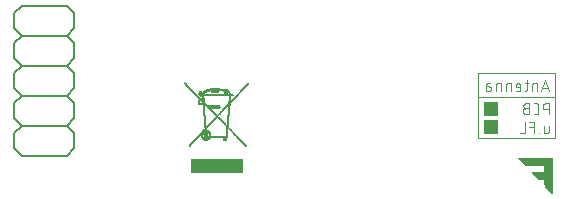
<source format=gbo>
G04 EAGLE Gerber RS-274X export*
G75*
%MOMM*%
%FSLAX34Y34*%
%LPD*%
%INSilkscreen Bottom*%
%IPPOS*%
%AMOC8*
5,1,8,0,0,1.08239X$1,22.5*%
G01*
%ADD10C,0.076200*%
%ADD11C,0.101600*%
%ADD12R,1.300000X1.300000*%
%ADD13C,0.152400*%
%ADD14R,4.419600X0.012700*%
%ADD15R,4.406900X0.012700*%
%ADD16R,0.025400X0.012700*%
%ADD17R,0.050800X0.012700*%
%ADD18R,0.012700X0.012700*%
%ADD19R,0.076200X0.012700*%
%ADD20R,0.038100X0.012700*%
%ADD21R,0.101600X0.012700*%
%ADD22R,0.063500X0.012700*%
%ADD23R,0.127000X0.012700*%
%ADD24R,0.088900X0.012700*%
%ADD25R,0.152400X0.012700*%
%ADD26R,0.114300X0.012700*%
%ADD27R,0.165100X0.012700*%
%ADD28R,0.139700X0.012700*%
%ADD29R,0.177800X0.012700*%
%ADD30R,0.279400X0.012700*%
%ADD31R,0.203200X0.012700*%
%ADD32R,0.292100X0.012700*%
%ADD33R,0.355600X0.012700*%
%ADD34R,0.419100X0.012700*%
%ADD35R,0.444500X0.012700*%
%ADD36R,0.495300X0.012700*%
%ADD37R,0.520700X0.012700*%
%ADD38R,0.558800X0.012700*%
%ADD39R,0.596900X0.012700*%
%ADD40R,0.622300X0.012700*%
%ADD41R,0.647700X0.012700*%
%ADD42R,0.673100X0.012700*%
%ADD43R,0.698500X0.012700*%
%ADD44R,0.723900X0.012700*%
%ADD45R,0.749300X0.012700*%
%ADD46R,0.330200X0.012700*%
%ADD47R,0.304800X0.012700*%
%ADD48R,1.651000X0.012700*%
%ADD49R,0.266700X0.012700*%
%ADD50R,0.254000X0.012700*%
%ADD51R,1.638300X0.012700*%
%ADD52R,0.241300X0.012700*%
%ADD53R,1.625600X0.012700*%
%ADD54R,0.228600X0.012700*%
%ADD55R,1.612900X0.012700*%
%ADD56R,0.190500X0.012700*%
%ADD57R,1.600200X0.012700*%
%ADD58R,0.215900X0.012700*%
%ADD59R,0.381000X0.012700*%
%ADD60R,0.393700X0.012700*%
%ADD61R,0.368300X0.012700*%
%ADD62R,0.317500X0.012700*%
%ADD63R,0.406400X0.012700*%
%ADD64R,0.825500X0.012700*%
%ADD65R,0.800100X0.012700*%
%ADD66R,0.774700X0.012700*%
%ADD67R,0.762000X0.012700*%
%ADD68R,0.736600X0.012700*%
%ADD69R,0.711200X0.012700*%
%ADD70R,0.685800X0.012700*%
%ADD71R,0.660400X0.012700*%
%ADD72R,0.584200X0.012700*%
%ADD73R,0.482600X0.012700*%
%ADD74R,0.431800X0.012700*%
%ADD75R,0.342900X0.012700*%
%ADD76R,0.977900X0.012700*%
%ADD77R,1.003300X0.012700*%
%ADD78R,1.016000X0.012700*%
%ADD79R,1.028700X0.012700*%
%ADD80R,1.041400X0.012700*%
%ADD81R,1.054100X0.012700*%
%ADD82R,1.066800X0.012700*%
%ADD83R,1.079500X0.012700*%
%ADD84R,1.092200X0.012700*%
%ADD85R,1.104900X0.012700*%
%ADD86R,0.939800X0.012700*%
%ADD87R,0.635000X0.012700*%
%ADD88R,0.609600X0.012700*%
%ADD89R,0.508000X0.012700*%
%ADD90R,2.832100X0.012700*%
%ADD91R,2.857500X0.012700*%
%ADD92R,2.870200X0.012700*%
%ADD93R,2.882900X0.012700*%
%ADD94R,2.895600X0.012700*%
%ADD95R,2.908300X0.012700*%
%ADD96R,2.921000X0.012700*%
%ADD97R,2.933700X0.012700*%
%ADD98R,2.946400X0.012700*%
%ADD99R,0.457200X0.012700*%
%ADD100R,0.469900X0.012700*%
%ADD101R,0.533400X0.012700*%
%ADD102R,0.546100X0.012700*%
%ADD103R,1.282700X0.012700*%
%ADD104R,0.850900X0.012700*%
%ADD105R,1.778000X0.012700*%
%ADD106R,1.739900X0.012700*%
%ADD107R,1.689100X0.012700*%
%ADD108R,1.358900X0.012700*%
%ADD109R,1.231900X0.012700*%
%ADD110R,0.927100X0.012700*%
%ADD111R,0.005081X0.005078*%
%ADD112R,0.010162X0.005081*%
%ADD113R,0.015241X0.005078*%
%ADD114R,0.020322X0.005081*%
%ADD115R,0.025400X0.005081*%
%ADD116R,0.030481X0.005078*%
%ADD117R,0.030481X0.005081*%
%ADD118R,0.035563X0.005078*%
%ADD119R,0.040641X0.005081*%
%ADD120R,0.045722X0.005081*%
%ADD121R,0.050800X0.005078*%
%ADD122R,0.055881X0.005081*%
%ADD123R,0.060963X0.005078*%
%ADD124R,0.066041X0.005081*%
%ADD125R,0.071122X0.005081*%
%ADD126R,0.035559X0.005078*%
%ADD127R,0.081281X0.005081*%
%ADD128R,0.086363X0.005078*%
%ADD129R,0.020319X0.005081*%
%ADD130R,0.096522X0.005081*%
%ADD131R,0.101600X0.005078*%
%ADD132R,0.060959X0.005081*%
%ADD133R,0.111763X0.005078*%
%ADD134R,0.116841X0.005081*%
%ADD135R,0.091441X0.005081*%
%ADD136R,0.066041X0.005078*%
%ADD137R,0.055878X0.005078*%
%ADD138R,0.132081X0.005081*%
%ADD139R,0.137162X0.005078*%
%ADD140R,0.035563X0.005081*%
%ADD141R,0.101600X0.005081*%
%ADD142R,0.111763X0.005081*%
%ADD143R,0.147322X0.005078*%
%ADD144R,0.066037X0.005081*%
%ADD145R,0.157481X0.005078*%
%ADD146R,0.162562X0.005081*%
%ADD147R,0.106678X0.005081*%
%ADD148R,0.172722X0.005078*%
%ADD149R,0.071119X0.005081*%
%ADD150R,0.040638X0.005081*%
%ADD151R,0.182881X0.005078*%
%ADD152R,0.193041X0.005081*%
%ADD153R,0.162562X0.005078*%
%ADD154R,0.203200X0.005081*%
%ADD155R,0.208281X0.005078*%
%ADD156R,0.045719X0.005081*%
%ADD157R,0.111759X0.005081*%
%ADD158R,0.223522X0.005078*%
%ADD159R,0.076200X0.005081*%
%ADD160R,0.147319X0.005081*%
%ADD161R,0.233681X0.005078*%
%ADD162R,0.152400X0.005081*%
%ADD163R,0.208281X0.005081*%
%ADD164R,0.030478X0.005081*%
%ADD165R,0.248922X0.005078*%
%ADD166R,0.086359X0.005081*%
%ADD167R,0.121919X0.005081*%
%ADD168R,0.040641X0.005078*%
%ADD169R,0.060959X0.005078*%
%ADD170R,0.259081X0.005081*%
%ADD171R,0.264163X0.005081*%
%ADD172R,0.127000X0.005078*%
%ADD173R,0.045719X0.005078*%
%ADD174R,0.238763X0.005081*%
%ADD175R,0.045722X0.005078*%
%ADD176R,0.091441X0.005078*%
%ADD177R,0.132078X0.005078*%
%ADD178R,0.167641X0.005081*%
%ADD179R,0.106681X0.005078*%
%ADD180R,0.182878X0.005078*%
%ADD181R,0.223522X0.005081*%
%ADD182R,0.198119X0.005078*%
%ADD183R,0.030478X0.005078*%
%ADD184R,0.127000X0.005081*%
%ADD185R,0.050800X0.005081*%
%ADD186R,0.198122X0.005078*%
%ADD187R,0.116841X0.005078*%
%ADD188R,0.172722X0.005081*%
%ADD189R,0.147322X0.005081*%
%ADD190R,0.330200X0.005078*%
%ADD191R,0.106681X0.005081*%
%ADD192R,0.345441X0.005078*%
%ADD193R,0.177800X0.005078*%
%ADD194R,0.360681X0.005081*%
%ADD195R,0.279400X0.005081*%
%ADD196R,0.025400X0.005078*%
%ADD197R,0.081281X0.005078*%
%ADD198R,0.269241X0.005081*%
%ADD199R,0.015241X0.005081*%
%ADD200R,0.076200X0.005078*%
%ADD201R,0.294641X0.005078*%
%ADD202R,0.162559X0.005081*%
%ADD203R,0.142241X0.005081*%
%ADD204R,0.055881X0.005078*%
%ADD205R,0.071119X0.005078*%
%ADD206R,0.355600X0.005081*%
%ADD207R,0.360681X0.005078*%
%ADD208R,0.157481X0.005081*%
%ADD209R,0.421641X0.005081*%
%ADD210R,0.081278X0.005078*%
%ADD211R,0.259078X0.005081*%
%ADD212R,0.289563X0.005081*%
%ADD213R,0.071122X0.005078*%
%ADD214R,0.345441X0.005081*%
%ADD215R,0.132081X0.005078*%
%ADD216R,0.121922X0.005081*%
%ADD217R,0.137162X0.005081*%
%ADD218R,0.177800X0.005081*%
%ADD219R,0.243841X0.005078*%
%ADD220R,0.441959X0.005081*%
%ADD221R,0.279400X0.005078*%
%ADD222R,0.086359X0.005078*%
%ADD223R,0.198122X0.005081*%
%ADD224R,0.218441X0.005081*%
%ADD225R,0.055878X0.005081*%
%ADD226R,0.020322X0.005078*%
%ADD227R,0.213359X0.005081*%
%ADD228R,0.254000X0.005078*%
%ADD229R,0.096519X0.005078*%
%ADD230R,0.416559X0.005081*%
%ADD231R,0.015238X0.005081*%
%ADD232R,0.096519X0.005081*%
%ADD233R,0.035559X0.005081*%
%ADD234R,0.040638X0.005078*%
%ADD235R,0.497841X0.005081*%
%ADD236R,0.477522X0.005081*%
%ADD237R,0.172719X0.005078*%
%ADD238R,0.020319X0.005078*%
%ADD239R,0.187963X0.005081*%
%ADD240R,0.309878X0.005078*%
%ADD241R,0.248919X0.005081*%
%ADD242R,0.228600X0.005081*%
%ADD243R,0.299722X0.005078*%
%ADD244R,0.213359X0.005078*%
%ADD245R,0.091438X0.005081*%
%ADD246R,0.248922X0.005081*%
%ADD247R,0.187959X0.005081*%
%ADD248R,0.111759X0.005078*%
%ADD249R,0.563881X0.005078*%
%ADD250R,0.132078X0.005081*%
%ADD251R,0.523238X0.005078*%
%ADD252R,0.116838X0.005081*%
%ADD253R,0.264159X0.005078*%
%ADD254R,0.314963X0.005081*%
%ADD255R,0.254000X0.005081*%
%ADD256R,0.137159X0.005081*%
%ADD257R,0.218441X0.005078*%
%ADD258R,0.233678X0.005078*%
%ADD259R,0.411481X0.005078*%
%ADD260R,0.137159X0.005078*%
%ADD261R,0.182881X0.005081*%
%ADD262R,0.543559X0.005078*%
%ADD263R,0.086363X0.005081*%
%ADD264R,0.462278X0.005081*%
%ADD265R,0.299722X0.005081*%
%ADD266R,0.193041X0.005078*%
%ADD267R,0.167641X0.005078*%
%ADD268R,0.121919X0.005078*%
%ADD269R,0.406400X0.005078*%
%ADD270R,0.309881X0.005078*%
%ADD271R,0.106678X0.005078*%
%ADD272R,0.274322X0.005081*%
%ADD273R,0.005081X0.005081*%
%ADD274R,0.391163X0.005078*%
%ADD275R,0.116838X0.005078*%
%ADD276R,0.005078X0.005081*%
%ADD277R,0.152400X0.005078*%
%ADD278R,0.274319X0.005078*%
%ADD279R,0.010159X0.005078*%
%ADD280R,0.330200X0.005081*%
%ADD281R,0.243841X0.005081*%
%ADD282R,0.121922X0.005078*%
%ADD283R,0.259081X0.005078*%
%ADD284R,0.066037X0.005078*%
%ADD285R,0.081278X0.005081*%
%ADD286R,0.091438X0.005078*%
%ADD287R,0.005078X0.005078*%
%ADD288R,0.426722X0.005078*%
%ADD289R,0.213363X0.005081*%
%ADD290R,0.320041X0.005081*%
%ADD291R,0.010159X0.005081*%
%ADD292R,0.096522X0.005078*%
%ADD293R,0.365762X0.005081*%
%ADD294R,0.416563X0.005081*%
%ADD295R,0.015238X0.005078*%
%ADD296R,0.060963X0.005081*%
%ADD297R,0.320041X0.005078*%
%ADD298R,0.142241X0.005078*%
%ADD299R,0.208278X0.005081*%
%ADD300R,0.381000X0.005081*%
%ADD301R,0.441963X0.005078*%
%ADD302R,0.010162X0.005078*%
%ADD303R,0.198119X0.005081*%
%ADD304R,0.472441X0.005081*%
%ADD305R,0.238759X0.005078*%
%ADD306R,0.187959X0.005078*%
%ADD307R,0.248919X0.005078*%
%ADD308R,0.396238X0.005081*%
%ADD309R,0.142238X0.005078*%
%ADD310R,0.264163X0.005078*%
%ADD311R,0.386081X0.005078*%
%ADD312R,0.162559X0.005078*%
%ADD313R,0.447041X0.005078*%
%ADD314R,0.187963X0.005078*%
%ADD315R,0.467359X0.005078*%
%ADD316R,0.462281X0.005081*%
%ADD317R,0.457200X0.005081*%
%ADD318R,0.335281X0.005078*%
%ADD319R,0.452119X0.005078*%
%ADD320R,0.447041X0.005081*%
%ADD321R,0.452122X0.005078*%
%ADD322R,0.436881X0.005081*%
%ADD323R,0.436881X0.005078*%
%ADD324R,0.426719X0.005081*%
%ADD325R,0.147319X0.005078*%
%ADD326R,0.426719X0.005078*%
%ADD327R,0.426722X0.005081*%
%ADD328R,0.411481X0.005081*%
%ADD329R,0.401319X0.005081*%
%ADD330R,0.401322X0.005081*%
%ADD331R,0.157478X0.005078*%
%ADD332R,0.396241X0.005078*%
%ADD333R,0.182878X0.005081*%
%ADD334R,0.391159X0.005081*%
%ADD335R,0.375919X0.005081*%
%ADD336R,0.381000X0.005078*%
%ADD337R,0.370841X0.005081*%
%ADD338R,0.365759X0.005078*%
%ADD339R,0.142238X0.005081*%
%ADD340R,0.355600X0.005078*%
%ADD341R,0.350519X0.005081*%
%ADD342R,0.340359X0.005081*%
%ADD343R,0.320038X0.005078*%
%ADD344R,0.325119X0.005078*%
%ADD345R,0.172719X0.005081*%
%ADD346R,0.314959X0.005078*%
%ADD347R,0.309881X0.005081*%
%ADD348R,0.304800X0.005078*%
%ADD349R,0.304800X0.005081*%
%ADD350R,0.299719X0.005081*%
%ADD351R,0.157478X0.005081*%
%ADD352R,0.289559X0.005081*%
%ADD353R,0.284478X0.005078*%
%ADD354R,0.284481X0.005078*%
%ADD355R,0.284481X0.005081*%
%ADD356R,0.238759X0.005081*%
%ADD357R,0.269241X0.005078*%
%ADD358R,0.264159X0.005081*%
%ADD359R,0.370841X0.005078*%
%ADD360R,0.223519X0.005078*%
%ADD361R,0.228600X0.005078*%
%ADD362R,0.203200X0.005078*%
%ADD363R,0.223519X0.005081*%
%ADD364R,0.167637X0.005078*%
%ADD365R,0.238763X0.005078*%
%ADD366R,0.213363X0.005078*%
%ADD367R,0.294641X0.005081*%
%ADD368R,0.167637X0.005081*%
%ADD369R,0.467363X0.005078*%
%ADD370R,1.026159X0.005081*%
%ADD371R,1.041400X0.005078*%
%ADD372R,1.046481X0.005081*%
%ADD373R,0.289563X0.005078*%
%ADD374R,1.559563X0.005081*%
%ADD375R,1.554481X0.005078*%
%ADD376R,1.534159X0.005081*%
%ADD377R,1.529081X0.005081*%
%ADD378R,1.508759X0.005078*%
%ADD379R,1.503678X0.005081*%
%ADD380R,1.483359X0.005078*%
%ADD381R,1.478278X0.005081*%
%ADD382R,1.457959X0.005081*%
%ADD383R,1.447800X0.005078*%
%ADD384R,1.427481X0.005081*%
%ADD385R,1.422400X0.005078*%
%ADD386R,1.402081X0.005081*%
%ADD387R,1.391919X0.005081*%
%ADD388R,1.376681X0.005078*%
%ADD389R,1.366522X0.005081*%
%ADD390R,1.351278X0.005078*%
%ADD391R,1.341122X0.005081*%
%ADD392R,0.452122X0.005081*%
%ADD393R,1.325878X0.005081*%
%ADD394R,0.472441X0.005078*%
%ADD395R,1.310641X0.005078*%
%ADD396R,1.295400X0.005081*%
%ADD397R,0.518159X0.005078*%
%ADD398R,1.285241X0.005078*%
%ADD399R,0.543559X0.005081*%
%ADD400R,1.264919X0.005081*%
%ADD401R,0.563881X0.005081*%
%ADD402R,1.254759X0.005081*%
%ADD403R,0.589278X0.005078*%
%ADD404R,1.244600X0.005078*%
%ADD405R,0.609600X0.005081*%
%ADD406R,1.229359X0.005081*%
%ADD407R,0.635000X0.005078*%
%ADD408R,1.214122X0.005078*%
%ADD409R,0.660400X0.005081*%
%ADD410R,1.203959X0.005081*%
%ADD411R,0.685800X0.005081*%
%ADD412R,1.188722X0.005081*%
%ADD413R,0.706119X0.005078*%
%ADD414R,1.173478X0.005078*%
%ADD415R,0.731522X0.005081*%
%ADD416R,1.163319X0.005081*%
%ADD417R,0.751838X0.005078*%
%ADD418R,1.148081X0.005078*%
%ADD419R,0.777241X0.005081*%
%ADD420R,1.137919X0.005081*%
%ADD421R,0.797563X0.005081*%
%ADD422R,1.122681X0.005081*%
%ADD423R,0.822959X0.005078*%
%ADD424R,1.107438X0.005078*%
%ADD425R,0.843281X0.005081*%
%ADD426R,1.097281X0.005081*%
%ADD427R,0.868678X0.005078*%
%ADD428R,1.082041X0.005078*%
%ADD429R,0.889000X0.005081*%
%ADD430R,1.071878X0.005081*%
%ADD431R,0.914400X0.005081*%
%ADD432R,1.051559X0.005081*%
%ADD433R,0.934719X0.005078*%
%ADD434R,1.046478X0.005078*%
%ADD435R,0.960122X0.005081*%
%ADD436R,1.031241X0.005081*%
%ADD437R,0.980438X0.005078*%
%ADD438R,1.021081X0.005078*%
%ADD439R,1.005841X0.005081*%
%ADD440R,1.000762X0.005081*%
%ADD441R,1.026163X0.005081*%
%ADD442R,0.990600X0.005081*%
%ADD443R,1.051559X0.005078*%
%ADD444R,0.975359X0.005078*%
%ADD445R,1.071881X0.005081*%
%ADD446R,0.965200X0.005081*%
%ADD447R,1.097278X0.005078*%
%ADD448R,0.944881X0.005078*%
%ADD449R,0.934722X0.005081*%
%ADD450R,1.143000X0.005081*%
%ADD451R,0.924559X0.005081*%
%ADD452R,1.168400X0.005078*%
%ADD453R,0.909322X0.005078*%
%ADD454R,1.193800X0.005081*%
%ADD455R,0.894078X0.005081*%
%ADD456R,1.214119X0.005078*%
%ADD457R,0.883919X0.005078*%
%ADD458R,1.234441X0.005081*%
%ADD459R,0.868681X0.005081*%
%ADD460R,1.254763X0.005081*%
%ADD461R,0.858519X0.005081*%
%ADD462R,1.280159X0.005078*%
%ADD463R,0.843281X0.005078*%
%ADD464R,1.300481X0.005081*%
%ADD465R,0.833119X0.005081*%
%ADD466R,1.325878X0.005078*%
%ADD467R,0.817881X0.005078*%
%ADD468R,1.346200X0.005081*%
%ADD469R,0.807722X0.005081*%
%ADD470R,1.371600X0.005081*%
%ADD471R,0.792478X0.005081*%
%ADD472R,1.391919X0.005078*%
%ADD473R,0.777241X0.005078*%
%ADD474R,1.417322X0.005081*%
%ADD475R,0.762000X0.005081*%
%ADD476R,1.437638X0.005078*%
%ADD477R,0.751841X0.005078*%
%ADD478R,1.463041X0.005081*%
%ADD479R,0.736600X0.005081*%
%ADD480R,1.483363X0.005081*%
%ADD481R,0.726441X0.005081*%
%ADD482R,1.503678X0.005078*%
%ADD483R,0.701037X0.005081*%
%ADD484R,1.559559X0.005078*%
%ADD485R,0.685800X0.005078*%
%ADD486R,1.574800X0.005081*%
%ADD487R,0.675641X0.005081*%
%ADD488R,1.605281X0.005081*%
%ADD489R,0.655322X0.005081*%
%ADD490R,1.625600X0.005078*%
%ADD491R,0.650241X0.005078*%
%ADD492R,1.651000X0.005081*%
%ADD493R,0.635000X0.005081*%
%ADD494R,1.671319X0.005078*%
%ADD495R,0.619759X0.005078*%
%ADD496R,1.696719X0.005081*%
%ADD497R,0.604522X0.005081*%
%ADD498R,1.717041X0.005081*%
%ADD499R,0.594359X0.005081*%
%ADD500R,1.742441X0.005078*%
%ADD501R,0.579122X0.005078*%
%ADD502R,1.762759X0.005081*%
%ADD503R,1.788159X0.005078*%
%ADD504R,0.548638X0.005078*%
%ADD505R,1.808481X0.005081*%
%ADD506R,0.538481X0.005081*%
%ADD507R,1.838963X0.005081*%
%ADD508R,0.528319X0.005081*%
%ADD509R,1.854200X0.005078*%
%ADD510R,0.513078X0.005078*%
%ADD511R,1.889759X0.005081*%
%ADD512R,1.905000X0.005078*%
%ADD513R,0.487678X0.005078*%
%ADD514R,1.930400X0.005081*%
%ADD515R,0.467359X0.005081*%
%ADD516R,1.950722X0.005081*%
%ADD517R,1.981200X0.005078*%
%ADD518R,0.441959X0.005078*%
%ADD519R,1.996441X0.005081*%
%ADD520R,0.431800X0.005081*%
%ADD521R,2.021841X0.005078*%
%ADD522R,0.416559X0.005078*%
%ADD523R,2.042159X0.005081*%
%ADD524R,0.406400X0.005081*%
%ADD525R,2.077719X0.005081*%
%ADD526R,0.391163X0.005081*%
%ADD527R,2.092959X0.005078*%
%ADD528R,2.123438X0.005081*%
%ADD529R,0.365759X0.005081*%
%ADD530R,2.138678X0.005078*%
%ADD531R,2.169163X0.005081*%
%ADD532R,0.335281X0.005081*%
%ADD533R,2.184400X0.005081*%
%ADD534R,0.325122X0.005081*%
%ADD535R,2.214881X0.005078*%
%ADD536R,2.230122X0.005081*%
%ADD537R,2.265681X0.005078*%
%ADD538R,2.280919X0.005081*%
%ADD539R,0.274319X0.005081*%
%ADD540R,2.311400X0.005081*%
%ADD541R,2.326641X0.005078*%
%ADD542R,2.357119X0.005081*%
%ADD543R,2.372359X0.005078*%
%ADD544R,2.402841X0.005081*%
%ADD545R,2.418081X0.005081*%
%ADD546R,2.448559X0.005078*%
%ADD547R,2.468881X0.005081*%
%ADD548R,2.499359X0.005078*%
%ADD549R,2.514600X0.005081*%
%ADD550R,2.545078X0.005081*%
%ADD551R,2.560319X0.005078*%
%ADD552R,2.590800X0.005081*%
%ADD553R,2.606038X0.005078*%
%ADD554R,2.636522X0.005081*%
%ADD555R,2.656841X0.005081*%
%ADD556R,2.687322X0.005078*%
%ADD557R,2.702559X0.005081*%
%ADD558R,2.733041X0.005078*%
%ADD559R,2.748281X0.005081*%
%ADD560R,2.778759X0.005081*%
%ADD561R,2.799081X0.005078*%
%ADD562R,2.819400X0.005081*%


D10*
X454619Y99301D02*
X451486Y108699D01*
X448354Y99301D01*
X449137Y101651D02*
X453836Y101651D01*
X444736Y99301D02*
X444736Y105566D01*
X442125Y105566D01*
X442048Y105564D01*
X441972Y105558D01*
X441895Y105549D01*
X441819Y105536D01*
X441745Y105519D01*
X441670Y105499D01*
X441597Y105474D01*
X441526Y105447D01*
X441455Y105416D01*
X441387Y105381D01*
X441320Y105343D01*
X441255Y105302D01*
X441192Y105258D01*
X441132Y105211D01*
X441073Y105160D01*
X441018Y105107D01*
X440965Y105052D01*
X440914Y104993D01*
X440867Y104933D01*
X440823Y104870D01*
X440782Y104805D01*
X440744Y104738D01*
X440709Y104670D01*
X440678Y104599D01*
X440651Y104528D01*
X440626Y104455D01*
X440606Y104381D01*
X440589Y104306D01*
X440576Y104230D01*
X440567Y104154D01*
X440561Y104077D01*
X440559Y104000D01*
X440559Y99301D01*
X437275Y105566D02*
X434142Y105566D01*
X436231Y108699D02*
X436231Y100867D01*
X436230Y100867D02*
X436228Y100790D01*
X436222Y100714D01*
X436213Y100637D01*
X436200Y100561D01*
X436183Y100486D01*
X436163Y100412D01*
X436138Y100339D01*
X436111Y100268D01*
X436080Y100197D01*
X436045Y100129D01*
X436007Y100062D01*
X435966Y99997D01*
X435922Y99934D01*
X435875Y99874D01*
X435824Y99815D01*
X435771Y99760D01*
X435716Y99707D01*
X435657Y99656D01*
X435597Y99609D01*
X435534Y99565D01*
X435469Y99524D01*
X435402Y99486D01*
X435334Y99451D01*
X435263Y99420D01*
X435192Y99393D01*
X435119Y99368D01*
X435045Y99348D01*
X434970Y99331D01*
X434894Y99318D01*
X434817Y99309D01*
X434741Y99303D01*
X434664Y99301D01*
X434142Y99301D01*
X429149Y99301D02*
X426538Y99301D01*
X429149Y99301D02*
X429226Y99303D01*
X429302Y99309D01*
X429379Y99318D01*
X429455Y99331D01*
X429530Y99348D01*
X429604Y99368D01*
X429677Y99393D01*
X429748Y99420D01*
X429819Y99451D01*
X429887Y99486D01*
X429954Y99524D01*
X430019Y99565D01*
X430082Y99609D01*
X430142Y99656D01*
X430201Y99707D01*
X430256Y99760D01*
X430309Y99815D01*
X430360Y99874D01*
X430407Y99934D01*
X430451Y99997D01*
X430492Y100062D01*
X430530Y100129D01*
X430565Y100197D01*
X430596Y100268D01*
X430623Y100339D01*
X430648Y100412D01*
X430668Y100486D01*
X430685Y100561D01*
X430698Y100637D01*
X430707Y100714D01*
X430713Y100790D01*
X430715Y100867D01*
X430715Y103478D01*
X430714Y103478D02*
X430712Y103568D01*
X430706Y103657D01*
X430697Y103747D01*
X430683Y103836D01*
X430666Y103924D01*
X430645Y104011D01*
X430620Y104098D01*
X430591Y104183D01*
X430559Y104267D01*
X430524Y104349D01*
X430484Y104430D01*
X430442Y104509D01*
X430396Y104586D01*
X430346Y104661D01*
X430294Y104734D01*
X430238Y104805D01*
X430180Y104873D01*
X430118Y104938D01*
X430054Y105001D01*
X429987Y105061D01*
X429918Y105118D01*
X429846Y105172D01*
X429772Y105223D01*
X429696Y105271D01*
X429618Y105315D01*
X429538Y105356D01*
X429456Y105394D01*
X429373Y105428D01*
X429288Y105458D01*
X429202Y105485D01*
X429116Y105508D01*
X429028Y105527D01*
X428939Y105542D01*
X428850Y105554D01*
X428761Y105562D01*
X428671Y105566D01*
X428581Y105566D01*
X428491Y105562D01*
X428402Y105554D01*
X428313Y105542D01*
X428224Y105527D01*
X428136Y105508D01*
X428050Y105485D01*
X427964Y105458D01*
X427879Y105428D01*
X427796Y105394D01*
X427714Y105356D01*
X427634Y105315D01*
X427556Y105271D01*
X427480Y105223D01*
X427406Y105172D01*
X427334Y105118D01*
X427265Y105061D01*
X427198Y105001D01*
X427134Y104938D01*
X427072Y104873D01*
X427014Y104805D01*
X426958Y104734D01*
X426906Y104661D01*
X426856Y104586D01*
X426810Y104509D01*
X426768Y104430D01*
X426728Y104349D01*
X426693Y104267D01*
X426661Y104183D01*
X426632Y104098D01*
X426607Y104011D01*
X426586Y103924D01*
X426569Y103836D01*
X426555Y103747D01*
X426546Y103657D01*
X426540Y103568D01*
X426538Y103478D01*
X426538Y102434D01*
X430715Y102434D01*
X422485Y105566D02*
X422485Y99301D01*
X422485Y105566D02*
X419875Y105566D01*
X419798Y105564D01*
X419722Y105558D01*
X419645Y105549D01*
X419569Y105536D01*
X419495Y105519D01*
X419420Y105499D01*
X419347Y105474D01*
X419276Y105447D01*
X419205Y105416D01*
X419137Y105381D01*
X419070Y105343D01*
X419005Y105302D01*
X418942Y105258D01*
X418882Y105211D01*
X418823Y105160D01*
X418768Y105107D01*
X418715Y105052D01*
X418664Y104993D01*
X418617Y104933D01*
X418573Y104870D01*
X418532Y104805D01*
X418494Y104738D01*
X418459Y104670D01*
X418428Y104599D01*
X418401Y104528D01*
X418376Y104455D01*
X418356Y104381D01*
X418339Y104306D01*
X418326Y104230D01*
X418317Y104154D01*
X418311Y104077D01*
X418309Y104000D01*
X418308Y104000D02*
X418308Y99301D01*
X413951Y99301D02*
X413951Y105566D01*
X411340Y105566D01*
X411263Y105564D01*
X411187Y105558D01*
X411110Y105549D01*
X411034Y105536D01*
X410960Y105519D01*
X410885Y105499D01*
X410812Y105474D01*
X410741Y105447D01*
X410670Y105416D01*
X410602Y105381D01*
X410535Y105343D01*
X410470Y105302D01*
X410407Y105258D01*
X410347Y105211D01*
X410288Y105160D01*
X410233Y105107D01*
X410180Y105052D01*
X410129Y104993D01*
X410082Y104933D01*
X410038Y104870D01*
X409997Y104805D01*
X409959Y104738D01*
X409924Y104670D01*
X409893Y104599D01*
X409866Y104528D01*
X409841Y104455D01*
X409821Y104381D01*
X409804Y104306D01*
X409791Y104230D01*
X409782Y104154D01*
X409776Y104077D01*
X409774Y104000D01*
X409774Y99301D01*
X403940Y102956D02*
X401590Y102956D01*
X403940Y102955D02*
X404024Y102953D01*
X404109Y102947D01*
X404192Y102937D01*
X404276Y102924D01*
X404358Y102906D01*
X404440Y102885D01*
X404521Y102860D01*
X404600Y102832D01*
X404678Y102799D01*
X404754Y102763D01*
X404829Y102724D01*
X404902Y102681D01*
X404973Y102635D01*
X405041Y102586D01*
X405107Y102534D01*
X405171Y102478D01*
X405232Y102420D01*
X405290Y102359D01*
X405346Y102295D01*
X405398Y102229D01*
X405447Y102161D01*
X405493Y102090D01*
X405536Y102017D01*
X405575Y101942D01*
X405611Y101866D01*
X405644Y101788D01*
X405672Y101709D01*
X405697Y101628D01*
X405718Y101546D01*
X405736Y101464D01*
X405749Y101380D01*
X405759Y101297D01*
X405765Y101212D01*
X405767Y101128D01*
X405765Y101044D01*
X405759Y100959D01*
X405749Y100876D01*
X405736Y100792D01*
X405718Y100710D01*
X405697Y100628D01*
X405672Y100547D01*
X405644Y100468D01*
X405611Y100390D01*
X405575Y100314D01*
X405536Y100239D01*
X405493Y100166D01*
X405447Y100095D01*
X405398Y100027D01*
X405346Y99961D01*
X405290Y99897D01*
X405232Y99836D01*
X405171Y99778D01*
X405107Y99722D01*
X405041Y99670D01*
X404973Y99621D01*
X404902Y99575D01*
X404829Y99532D01*
X404754Y99493D01*
X404678Y99457D01*
X404600Y99424D01*
X404521Y99396D01*
X404440Y99371D01*
X404358Y99350D01*
X404276Y99332D01*
X404192Y99319D01*
X404109Y99309D01*
X404024Y99303D01*
X403940Y99301D01*
X401590Y99301D01*
X401590Y104000D01*
X401591Y104000D02*
X401593Y104077D01*
X401599Y104153D01*
X401608Y104230D01*
X401621Y104306D01*
X401638Y104381D01*
X401658Y104455D01*
X401683Y104528D01*
X401710Y104599D01*
X401741Y104670D01*
X401776Y104738D01*
X401814Y104805D01*
X401855Y104870D01*
X401899Y104933D01*
X401946Y104993D01*
X401997Y105052D01*
X402050Y105107D01*
X402105Y105160D01*
X402164Y105211D01*
X402224Y105258D01*
X402287Y105302D01*
X402352Y105343D01*
X402419Y105381D01*
X402487Y105416D01*
X402558Y105447D01*
X402629Y105474D01*
X402702Y105499D01*
X402777Y105519D01*
X402852Y105536D01*
X402927Y105549D01*
X403004Y105558D01*
X403080Y105564D01*
X403157Y105566D01*
X405245Y105566D01*
X454619Y88699D02*
X454619Y79301D01*
X454619Y88699D02*
X452008Y88699D01*
X451907Y88697D01*
X451806Y88691D01*
X451705Y88681D01*
X451605Y88668D01*
X451505Y88650D01*
X451406Y88629D01*
X451308Y88603D01*
X451211Y88574D01*
X451115Y88542D01*
X451021Y88505D01*
X450928Y88465D01*
X450836Y88421D01*
X450747Y88374D01*
X450659Y88323D01*
X450573Y88269D01*
X450490Y88212D01*
X450408Y88152D01*
X450330Y88088D01*
X450253Y88022D01*
X450180Y87952D01*
X450109Y87880D01*
X450041Y87805D01*
X449976Y87727D01*
X449914Y87647D01*
X449855Y87565D01*
X449799Y87480D01*
X449747Y87394D01*
X449698Y87305D01*
X449652Y87214D01*
X449611Y87122D01*
X449572Y87028D01*
X449538Y86933D01*
X449507Y86837D01*
X449480Y86739D01*
X449456Y86641D01*
X449437Y86541D01*
X449421Y86441D01*
X449409Y86341D01*
X449401Y86240D01*
X449397Y86139D01*
X449397Y86037D01*
X449401Y85936D01*
X449409Y85835D01*
X449421Y85735D01*
X449437Y85635D01*
X449456Y85535D01*
X449480Y85437D01*
X449507Y85339D01*
X449538Y85243D01*
X449572Y85148D01*
X449611Y85054D01*
X449652Y84962D01*
X449698Y84871D01*
X449747Y84783D01*
X449799Y84696D01*
X449855Y84611D01*
X449914Y84529D01*
X449976Y84449D01*
X450041Y84371D01*
X450109Y84296D01*
X450180Y84224D01*
X450253Y84154D01*
X450330Y84088D01*
X450408Y84024D01*
X450490Y83964D01*
X450573Y83907D01*
X450659Y83853D01*
X450747Y83802D01*
X450836Y83755D01*
X450928Y83711D01*
X451021Y83671D01*
X451115Y83634D01*
X451211Y83602D01*
X451308Y83573D01*
X451406Y83547D01*
X451505Y83526D01*
X451605Y83508D01*
X451705Y83495D01*
X451806Y83485D01*
X451907Y83479D01*
X452008Y83477D01*
X452008Y83478D02*
X454619Y83478D01*
X443848Y79301D02*
X441760Y79301D01*
X443848Y79301D02*
X443937Y79303D01*
X444025Y79309D01*
X444113Y79318D01*
X444201Y79331D01*
X444288Y79348D01*
X444374Y79368D01*
X444459Y79393D01*
X444544Y79420D01*
X444627Y79452D01*
X444708Y79486D01*
X444788Y79525D01*
X444866Y79566D01*
X444943Y79611D01*
X445017Y79659D01*
X445090Y79710D01*
X445160Y79764D01*
X445227Y79822D01*
X445293Y79882D01*
X445355Y79944D01*
X445415Y80010D01*
X445473Y80077D01*
X445527Y80147D01*
X445578Y80220D01*
X445626Y80294D01*
X445671Y80371D01*
X445712Y80449D01*
X445751Y80529D01*
X445785Y80610D01*
X445817Y80693D01*
X445844Y80778D01*
X445869Y80863D01*
X445889Y80949D01*
X445906Y81036D01*
X445919Y81124D01*
X445928Y81212D01*
X445934Y81300D01*
X445936Y81389D01*
X445937Y81389D02*
X445937Y86611D01*
X445936Y86611D02*
X445934Y86700D01*
X445928Y86788D01*
X445919Y86876D01*
X445906Y86964D01*
X445889Y87051D01*
X445869Y87137D01*
X445844Y87222D01*
X445817Y87307D01*
X445785Y87390D01*
X445751Y87471D01*
X445712Y87551D01*
X445671Y87629D01*
X445626Y87706D01*
X445578Y87780D01*
X445527Y87853D01*
X445473Y87923D01*
X445415Y87990D01*
X445355Y88056D01*
X445293Y88118D01*
X445227Y88178D01*
X445160Y88236D01*
X445090Y88290D01*
X445017Y88341D01*
X444943Y88389D01*
X444866Y88434D01*
X444788Y88475D01*
X444708Y88514D01*
X444627Y88548D01*
X444544Y88580D01*
X444459Y88607D01*
X444374Y88632D01*
X444288Y88652D01*
X444201Y88669D01*
X444113Y88682D01*
X444025Y88691D01*
X443937Y88697D01*
X443848Y88699D01*
X441760Y88699D01*
X437855Y84522D02*
X435245Y84522D01*
X435245Y84523D02*
X435144Y84521D01*
X435043Y84515D01*
X434942Y84505D01*
X434842Y84492D01*
X434742Y84474D01*
X434643Y84453D01*
X434545Y84427D01*
X434448Y84398D01*
X434352Y84366D01*
X434258Y84329D01*
X434165Y84289D01*
X434073Y84245D01*
X433984Y84198D01*
X433896Y84147D01*
X433810Y84093D01*
X433727Y84036D01*
X433645Y83976D01*
X433567Y83912D01*
X433490Y83846D01*
X433417Y83776D01*
X433346Y83704D01*
X433278Y83629D01*
X433213Y83551D01*
X433151Y83471D01*
X433092Y83389D01*
X433036Y83304D01*
X432984Y83218D01*
X432935Y83129D01*
X432889Y83038D01*
X432848Y82946D01*
X432809Y82852D01*
X432775Y82757D01*
X432744Y82661D01*
X432717Y82563D01*
X432693Y82465D01*
X432674Y82365D01*
X432658Y82265D01*
X432646Y82165D01*
X432638Y82064D01*
X432634Y81963D01*
X432634Y81861D01*
X432638Y81760D01*
X432646Y81659D01*
X432658Y81559D01*
X432674Y81459D01*
X432693Y81359D01*
X432717Y81261D01*
X432744Y81163D01*
X432775Y81067D01*
X432809Y80972D01*
X432848Y80878D01*
X432889Y80786D01*
X432935Y80695D01*
X432984Y80607D01*
X433036Y80520D01*
X433092Y80435D01*
X433151Y80353D01*
X433213Y80273D01*
X433278Y80195D01*
X433346Y80120D01*
X433417Y80048D01*
X433490Y79978D01*
X433567Y79912D01*
X433645Y79848D01*
X433727Y79788D01*
X433810Y79731D01*
X433896Y79677D01*
X433984Y79626D01*
X434073Y79579D01*
X434165Y79535D01*
X434258Y79495D01*
X434352Y79458D01*
X434448Y79426D01*
X434545Y79397D01*
X434643Y79371D01*
X434742Y79350D01*
X434842Y79332D01*
X434942Y79319D01*
X435043Y79309D01*
X435144Y79303D01*
X435245Y79301D01*
X437855Y79301D01*
X437855Y88699D01*
X435245Y88699D01*
X435155Y88697D01*
X435066Y88691D01*
X434976Y88682D01*
X434887Y88668D01*
X434799Y88651D01*
X434712Y88630D01*
X434625Y88605D01*
X434540Y88576D01*
X434456Y88544D01*
X434374Y88509D01*
X434293Y88469D01*
X434214Y88427D01*
X434137Y88381D01*
X434062Y88331D01*
X433989Y88279D01*
X433918Y88223D01*
X433850Y88165D01*
X433785Y88103D01*
X433722Y88039D01*
X433662Y87972D01*
X433605Y87903D01*
X433551Y87831D01*
X433500Y87757D01*
X433452Y87681D01*
X433408Y87603D01*
X433367Y87523D01*
X433329Y87441D01*
X433295Y87358D01*
X433265Y87273D01*
X433238Y87187D01*
X433215Y87101D01*
X433196Y87013D01*
X433181Y86924D01*
X433169Y86835D01*
X433161Y86746D01*
X433157Y86656D01*
X433157Y86566D01*
X433161Y86476D01*
X433169Y86387D01*
X433181Y86298D01*
X433196Y86209D01*
X433215Y86121D01*
X433238Y86035D01*
X433265Y85949D01*
X433295Y85864D01*
X433329Y85781D01*
X433367Y85699D01*
X433408Y85619D01*
X433452Y85541D01*
X433500Y85465D01*
X433551Y85391D01*
X433605Y85319D01*
X433662Y85250D01*
X433722Y85183D01*
X433785Y85119D01*
X433850Y85057D01*
X433918Y84999D01*
X433989Y84943D01*
X434062Y84891D01*
X434137Y84841D01*
X434214Y84795D01*
X434293Y84753D01*
X434374Y84713D01*
X434456Y84678D01*
X434540Y84646D01*
X434625Y84617D01*
X434712Y84592D01*
X434799Y84571D01*
X434887Y84554D01*
X434976Y84540D01*
X435066Y84531D01*
X435155Y84525D01*
X435245Y84523D01*
X454619Y69566D02*
X454619Y64867D01*
X454617Y64790D01*
X454611Y64714D01*
X454602Y64637D01*
X454589Y64561D01*
X454572Y64486D01*
X454552Y64412D01*
X454527Y64339D01*
X454500Y64268D01*
X454469Y64197D01*
X454434Y64129D01*
X454396Y64062D01*
X454355Y63997D01*
X454311Y63934D01*
X454264Y63874D01*
X454213Y63815D01*
X454160Y63760D01*
X454105Y63707D01*
X454046Y63656D01*
X453986Y63609D01*
X453923Y63565D01*
X453858Y63524D01*
X453791Y63486D01*
X453723Y63451D01*
X453652Y63420D01*
X453581Y63393D01*
X453508Y63368D01*
X453434Y63348D01*
X453359Y63331D01*
X453283Y63318D01*
X453206Y63309D01*
X453130Y63303D01*
X453053Y63301D01*
X450442Y63301D01*
X450442Y69566D01*
X446696Y63823D02*
X446696Y63301D01*
X446696Y63823D02*
X446174Y63823D01*
X446174Y63301D01*
X446696Y63301D01*
X442322Y63301D02*
X442322Y72699D01*
X438145Y72699D01*
X438145Y68522D02*
X442322Y68522D01*
X434397Y72699D02*
X434397Y63301D01*
X430220Y63301D01*
D11*
X460000Y94000D02*
X395000Y94000D01*
X395000Y114000D01*
X460000Y114000D01*
X460000Y59000D01*
X395000Y59000D01*
X395000Y94000D01*
D12*
X405500Y83500D03*
X405500Y68500D03*
D13*
X8620Y44270D02*
X2270Y50620D01*
X2270Y63320D02*
X8620Y69670D01*
X2270Y76020D01*
X2270Y88720D02*
X8620Y95070D01*
X2270Y101420D01*
X2270Y114120D02*
X8620Y120470D01*
X2270Y126820D01*
X2270Y139520D02*
X8620Y145870D01*
X8620Y44270D02*
X46720Y44270D01*
X53070Y50620D01*
X53070Y63320D01*
X46720Y69670D01*
X53070Y76020D01*
X53070Y88720D01*
X46720Y95070D01*
X53070Y101420D01*
X53070Y114120D01*
X46720Y120470D01*
X53070Y126820D01*
X53070Y139520D01*
X46720Y145870D01*
X46720Y69670D02*
X8620Y69670D01*
X8620Y95070D02*
X46720Y95070D01*
X46720Y120470D02*
X8620Y120470D01*
X8620Y145870D02*
X46720Y145870D01*
X2270Y139520D02*
X2270Y126820D01*
X2270Y114120D02*
X2270Y101420D01*
X2270Y88720D02*
X2270Y76020D01*
X2270Y63320D02*
X2270Y50620D01*
X8620Y145870D02*
X2270Y152220D01*
X2270Y164920D02*
X8620Y171270D01*
X46720Y145870D02*
X53070Y152220D01*
X53070Y164920D01*
X46720Y171270D01*
X8620Y171270D01*
X2270Y164920D02*
X2270Y152220D01*
D14*
X173648Y30000D03*
X173648Y30127D03*
X173648Y30254D03*
X173648Y30381D03*
X173648Y30508D03*
X173648Y30635D03*
X173648Y30762D03*
X173648Y30889D03*
X173648Y31016D03*
X173648Y31143D03*
X173648Y31270D03*
X173648Y31397D03*
X173648Y31524D03*
X173648Y31651D03*
X173648Y31778D03*
X173648Y31905D03*
X173648Y32032D03*
X173648Y32159D03*
X173648Y32286D03*
X173648Y32413D03*
X173648Y32540D03*
X173648Y32667D03*
X173648Y32794D03*
X173648Y32921D03*
X173648Y33048D03*
X173648Y33175D03*
X173648Y33302D03*
X173648Y33429D03*
X173648Y33556D03*
X173648Y33683D03*
X173648Y33810D03*
X173648Y33937D03*
X173648Y34064D03*
X173648Y34191D03*
X173648Y34318D03*
X173648Y34445D03*
X173648Y34572D03*
X173648Y34699D03*
X173648Y34826D03*
X173648Y34953D03*
X173648Y35080D03*
X173648Y35207D03*
X173648Y35334D03*
X173648Y35461D03*
X173648Y35588D03*
X173648Y35715D03*
X173648Y35842D03*
X173648Y35969D03*
X173648Y36096D03*
X173648Y36223D03*
X173648Y36350D03*
X173648Y36477D03*
X173648Y36604D03*
X173648Y36731D03*
X173648Y36858D03*
X173648Y36985D03*
X173648Y37112D03*
X173648Y37239D03*
X173648Y37366D03*
X173648Y37493D03*
X173648Y37620D03*
X173648Y37747D03*
X173648Y37874D03*
X173648Y38001D03*
X173648Y38128D03*
X173648Y38255D03*
X173648Y38382D03*
X173648Y38509D03*
X173648Y38636D03*
X173648Y38763D03*
X173648Y38890D03*
X173648Y39017D03*
X173648Y39144D03*
X173648Y39271D03*
X173648Y39398D03*
X173648Y39525D03*
X173648Y39652D03*
X173648Y39779D03*
X173648Y39906D03*
X173648Y40033D03*
X173648Y40160D03*
X173648Y40287D03*
X173648Y40414D03*
X173648Y40541D03*
D15*
X173711Y40668D03*
D16*
X198286Y51590D03*
D17*
X198286Y51717D03*
D18*
X150597Y51717D03*
D19*
X198286Y51844D03*
D20*
X150597Y51844D03*
D21*
X198286Y51971D03*
D22*
X150597Y51971D03*
D23*
X198286Y52098D03*
D24*
X150597Y52098D03*
D25*
X198286Y52225D03*
D26*
X150597Y52225D03*
D27*
X198222Y52352D03*
D28*
X150597Y52352D03*
D29*
X198159Y52479D03*
D27*
X150597Y52479D03*
D29*
X198032Y52606D03*
X150661Y52606D03*
X197905Y52733D03*
X150788Y52733D03*
X197778Y52860D03*
X150915Y52860D03*
X197651Y52987D03*
X151042Y52987D03*
X197524Y53114D03*
X151169Y53114D03*
X197397Y53241D03*
D27*
X151232Y53241D03*
D29*
X197270Y53368D03*
D27*
X151359Y53368D03*
D29*
X197143Y53495D03*
D27*
X151486Y53495D03*
D29*
X197016Y53622D03*
D27*
X151613Y53622D03*
D29*
X196889Y53749D03*
D27*
X151740Y53749D03*
D29*
X196762Y53876D03*
D27*
X151867Y53876D03*
D29*
X196635Y54003D03*
D27*
X151994Y54003D03*
D29*
X196508Y54130D03*
D27*
X152121Y54130D03*
D29*
X196381Y54257D03*
D27*
X152248Y54257D03*
D29*
X196254Y54384D03*
X152312Y54384D03*
X196127Y54511D03*
X152439Y54511D03*
X196000Y54638D03*
X152566Y54638D03*
X195873Y54765D03*
X152693Y54765D03*
X195746Y54892D03*
X152820Y54892D03*
X195619Y55019D03*
X152947Y55019D03*
X195492Y55146D03*
X153074Y55146D03*
X195365Y55273D03*
X153201Y55273D03*
X195238Y55400D03*
X153328Y55400D03*
X195111Y55527D03*
X153455Y55527D03*
X194984Y55654D03*
X153582Y55654D03*
X194857Y55781D03*
D27*
X153645Y55781D03*
D29*
X194730Y55908D03*
D27*
X153772Y55908D03*
D29*
X194603Y56035D03*
D27*
X153899Y56035D03*
D29*
X194476Y56162D03*
D27*
X154026Y56162D03*
D29*
X194349Y56289D03*
D27*
X154153Y56289D03*
D29*
X194222Y56416D03*
D27*
X154280Y56416D03*
X194158Y56543D03*
X154407Y56543D03*
X194031Y56670D03*
X154534Y56670D03*
X193904Y56797D03*
D30*
X180633Y56797D03*
D31*
X164504Y56797D03*
D29*
X154598Y56797D03*
D27*
X193777Y56924D03*
D30*
X180633Y56924D03*
D32*
X164567Y56924D03*
D29*
X154725Y56924D03*
D27*
X193650Y57051D03*
D30*
X180633Y57051D03*
D33*
X164504Y57051D03*
D29*
X154852Y57051D03*
D27*
X193523Y57178D03*
D30*
X180633Y57178D03*
D34*
X164567Y57178D03*
D29*
X154979Y57178D03*
D27*
X193396Y57305D03*
D30*
X180633Y57305D03*
D35*
X164567Y57305D03*
D29*
X155106Y57305D03*
D27*
X193269Y57432D03*
D30*
X180633Y57432D03*
D36*
X164567Y57432D03*
D29*
X155233Y57432D03*
D27*
X193142Y57559D03*
D30*
X180633Y57559D03*
D37*
X164567Y57559D03*
D29*
X155360Y57559D03*
D27*
X193015Y57686D03*
D30*
X180633Y57686D03*
D38*
X164504Y57686D03*
D29*
X155487Y57686D03*
D27*
X192888Y57813D03*
D30*
X180633Y57813D03*
D39*
X164567Y57813D03*
D29*
X155614Y57813D03*
D27*
X192761Y57940D03*
D30*
X180633Y57940D03*
D40*
X164567Y57940D03*
D29*
X155741Y57940D03*
X192698Y58067D03*
D30*
X180633Y58067D03*
D41*
X164567Y58067D03*
D29*
X155868Y58067D03*
X192571Y58194D03*
D30*
X180633Y58194D03*
D42*
X164567Y58194D03*
D27*
X155931Y58194D03*
D29*
X192444Y58321D03*
D30*
X180633Y58321D03*
D42*
X164567Y58321D03*
D27*
X156058Y58321D03*
D29*
X192317Y58448D03*
D30*
X180633Y58448D03*
D43*
X164567Y58448D03*
D27*
X156185Y58448D03*
D29*
X192190Y58575D03*
D30*
X180633Y58575D03*
D44*
X164567Y58575D03*
D27*
X156312Y58575D03*
D29*
X192063Y58702D03*
D30*
X180633Y58702D03*
D45*
X164567Y58702D03*
D27*
X156439Y58702D03*
D29*
X191936Y58829D03*
D30*
X180633Y58829D03*
D46*
X166663Y58829D03*
X162472Y58829D03*
D27*
X156566Y58829D03*
D29*
X191809Y58956D03*
D32*
X180569Y58956D03*
D47*
X166917Y58956D03*
X162218Y58956D03*
D27*
X156693Y58956D03*
D29*
X191682Y59083D03*
D48*
X173902Y59083D03*
D30*
X162091Y59083D03*
D27*
X156820Y59083D03*
D29*
X191555Y59210D03*
D48*
X174156Y59210D03*
D49*
X161900Y59210D03*
D27*
X156947Y59210D03*
D29*
X191428Y59337D03*
D48*
X174283Y59337D03*
D50*
X161837Y59337D03*
D29*
X157011Y59337D03*
X191301Y59464D03*
D51*
X174346Y59464D03*
D50*
X161710Y59464D03*
D29*
X157138Y59464D03*
X191174Y59591D03*
D51*
X174473Y59591D03*
D18*
X164567Y59591D03*
D52*
X161646Y59591D03*
D29*
X157265Y59591D03*
X191047Y59718D03*
D53*
X174537Y59718D03*
D26*
X164567Y59718D03*
D54*
X161583Y59718D03*
D29*
X157392Y59718D03*
X190920Y59845D03*
D55*
X174600Y59845D03*
D27*
X164567Y59845D03*
D54*
X161456Y59845D03*
D29*
X157519Y59845D03*
X190793Y59972D03*
D55*
X174600Y59972D03*
D56*
X164567Y59972D03*
D54*
X161456Y59972D03*
D29*
X157646Y59972D03*
X190666Y60099D03*
D57*
X174664Y60099D03*
D58*
X164567Y60099D03*
X161392Y60099D03*
D29*
X157773Y60099D03*
X190539Y60226D03*
D57*
X174664Y60226D03*
D52*
X164567Y60226D03*
D58*
X161392Y60226D03*
D29*
X157900Y60226D03*
X190412Y60353D03*
D57*
X174791Y60353D03*
D49*
X164567Y60353D03*
D58*
X161265Y60353D03*
D29*
X158027Y60353D03*
X190285Y60480D03*
D57*
X174791Y60480D03*
D49*
X164567Y60480D03*
D58*
X161265Y60480D03*
D29*
X158154Y60480D03*
X190158Y60607D03*
D25*
X182030Y60607D03*
D58*
X167869Y60607D03*
D30*
X164504Y60607D03*
D58*
X161265Y60607D03*
D27*
X158217Y60607D03*
D29*
X190031Y60734D03*
D25*
X182030Y60734D03*
D58*
X167869Y60734D03*
D32*
X164567Y60734D03*
D58*
X161265Y60734D03*
D27*
X158344Y60734D03*
D29*
X189904Y60861D03*
D25*
X182030Y60861D03*
D58*
X167869Y60861D03*
D32*
X164567Y60861D03*
D58*
X161265Y60861D03*
D27*
X158471Y60861D03*
D29*
X189777Y60988D03*
D25*
X182030Y60988D03*
D58*
X167869Y60988D03*
D32*
X164567Y60988D03*
D58*
X161265Y60988D03*
D27*
X158598Y60988D03*
D29*
X189650Y61115D03*
D25*
X182030Y61115D03*
D58*
X167869Y61115D03*
D32*
X164567Y61115D03*
D31*
X161202Y61115D03*
D27*
X158725Y61115D03*
D29*
X189523Y61242D03*
D25*
X182030Y61242D03*
D58*
X167869Y61242D03*
D32*
X164567Y61242D03*
D58*
X161265Y61242D03*
D27*
X158852Y61242D03*
D29*
X189396Y61369D03*
D25*
X182030Y61369D03*
D58*
X167869Y61369D03*
D32*
X164567Y61369D03*
D58*
X161265Y61369D03*
D27*
X158979Y61369D03*
D29*
X189269Y61496D03*
D25*
X182030Y61496D03*
D58*
X167869Y61496D03*
D32*
X164567Y61496D03*
D58*
X161265Y61496D03*
D27*
X159106Y61496D03*
D29*
X189142Y61623D03*
D25*
X182030Y61623D03*
D58*
X167869Y61623D03*
D49*
X164567Y61623D03*
D58*
X161265Y61623D03*
D27*
X159233Y61623D03*
D29*
X189015Y61750D03*
D25*
X182030Y61750D03*
D58*
X167869Y61750D03*
D49*
X164567Y61750D03*
D59*
X160440Y61750D03*
D29*
X188888Y61877D03*
D25*
X182157Y61877D03*
D58*
X167742Y61877D03*
D52*
X164567Y61877D03*
D60*
X160503Y61877D03*
D29*
X188761Y62004D03*
D25*
X182157Y62004D03*
D58*
X167742Y62004D03*
D54*
X164504Y62004D03*
D59*
X160567Y62004D03*
D29*
X188634Y62131D03*
D25*
X182157Y62131D03*
D54*
X167679Y62131D03*
D58*
X164567Y62131D03*
D59*
X160694Y62131D03*
D29*
X188507Y62258D03*
D25*
X182157Y62258D03*
D54*
X167679Y62258D03*
D27*
X164567Y62258D03*
D61*
X160757Y62258D03*
D29*
X188380Y62385D03*
D25*
X182157Y62385D03*
D54*
X167552Y62385D03*
D28*
X164567Y62385D03*
D61*
X160884Y62385D03*
D29*
X188253Y62512D03*
D25*
X182157Y62512D03*
D52*
X167488Y62512D03*
D22*
X164567Y62512D03*
D61*
X161011Y62512D03*
D29*
X188126Y62639D03*
D25*
X182157Y62639D03*
D50*
X167425Y62639D03*
D33*
X161075Y62639D03*
D29*
X187999Y62766D03*
D25*
X182157Y62766D03*
D50*
X167298Y62766D03*
D33*
X161202Y62766D03*
D29*
X187872Y62893D03*
D25*
X182157Y62893D03*
D49*
X167234Y62893D03*
D61*
X161392Y62893D03*
D29*
X187745Y63020D03*
D25*
X182157Y63020D03*
D49*
X167107Y63020D03*
D61*
X161519Y63020D03*
D29*
X187618Y63147D03*
D25*
X182157Y63147D03*
D32*
X166980Y63147D03*
D59*
X161710Y63147D03*
D29*
X187491Y63274D03*
D27*
X182220Y63274D03*
D62*
X166726Y63274D03*
D63*
X161964Y63274D03*
D29*
X187364Y63401D03*
D25*
X182284Y63401D03*
D64*
X164186Y63401D03*
D27*
X187300Y63528D03*
D25*
X182284Y63528D03*
D65*
X164186Y63528D03*
D27*
X187173Y63655D03*
D25*
X182284Y63655D03*
D66*
X164186Y63655D03*
D27*
X187046Y63782D03*
D25*
X182284Y63782D03*
D67*
X164250Y63782D03*
D27*
X186919Y63909D03*
D25*
X182284Y63909D03*
D68*
X164250Y63909D03*
D27*
X186792Y64036D03*
D25*
X182284Y64036D03*
D69*
X164250Y64036D03*
D27*
X186665Y64163D03*
D25*
X182284Y64163D03*
D70*
X164250Y64163D03*
D27*
X186538Y64290D03*
D25*
X182284Y64290D03*
D71*
X164250Y64290D03*
D27*
X186411Y64417D03*
D25*
X182284Y64417D03*
D41*
X164186Y64417D03*
D27*
X186284Y64544D03*
D25*
X182284Y64544D03*
D40*
X164186Y64544D03*
D27*
X186157Y64671D03*
D25*
X182284Y64671D03*
D72*
X164123Y64671D03*
D27*
X186030Y64798D03*
X182347Y64798D03*
D38*
X164123Y64798D03*
D27*
X185903Y64925D03*
D25*
X182411Y64925D03*
D37*
X164059Y64925D03*
D27*
X185776Y65052D03*
D25*
X182411Y65052D03*
D73*
X163996Y65052D03*
D27*
X185649Y65179D03*
D25*
X182411Y65179D03*
D74*
X163869Y65179D03*
D27*
X185522Y65306D03*
D25*
X182411Y65306D03*
D59*
X163742Y65306D03*
D29*
X185459Y65433D03*
D25*
X182411Y65433D03*
D62*
X163551Y65433D03*
D29*
X185332Y65560D03*
D25*
X182411Y65560D03*
D32*
X163551Y65560D03*
D29*
X185205Y65687D03*
D25*
X182411Y65687D03*
D30*
X163615Y65687D03*
D29*
X185078Y65814D03*
D25*
X182411Y65814D03*
D49*
X163678Y65814D03*
D29*
X184951Y65941D03*
D25*
X182411Y65941D03*
D50*
X163742Y65941D03*
D29*
X184824Y66068D03*
D25*
X182411Y66068D03*
D52*
X163805Y66068D03*
D29*
X184697Y66195D03*
D25*
X182411Y66195D03*
D54*
X163869Y66195D03*
D29*
X184570Y66322D03*
D25*
X182538Y66322D03*
D58*
X163932Y66322D03*
D29*
X184443Y66449D03*
D25*
X182538Y66449D03*
D31*
X163996Y66449D03*
D29*
X184316Y66576D03*
D25*
X182538Y66576D03*
D56*
X164059Y66576D03*
D46*
X183427Y66703D03*
D29*
X164123Y66703D03*
D62*
X183363Y66830D03*
D27*
X164186Y66830D03*
D47*
X183300Y66957D03*
D29*
X164250Y66957D03*
D32*
X183236Y67084D03*
D56*
X164313Y67084D03*
D30*
X183173Y67211D03*
D31*
X164377Y67211D03*
D49*
X183109Y67338D03*
D58*
X164440Y67338D03*
D50*
X183046Y67465D03*
D54*
X164504Y67465D03*
D52*
X182982Y67592D03*
X164567Y67592D03*
D54*
X182919Y67719D03*
D50*
X164631Y67719D03*
D31*
X182919Y67846D03*
D49*
X164694Y67846D03*
D56*
X182855Y67973D03*
D49*
X164694Y67973D03*
D29*
X182792Y68100D03*
D32*
X164694Y68100D03*
D29*
X182665Y68227D03*
D47*
X164758Y68227D03*
D29*
X182538Y68354D03*
D62*
X164821Y68354D03*
D56*
X182474Y68481D03*
D27*
X165710Y68481D03*
D25*
X163996Y68481D03*
D31*
X182411Y68608D03*
D27*
X165837Y68608D03*
D25*
X163996Y68608D03*
D58*
X182347Y68735D03*
D27*
X165964Y68735D03*
D25*
X163996Y68735D03*
D54*
X182284Y68862D03*
D27*
X166091Y68862D03*
D25*
X163996Y68862D03*
D52*
X182220Y68989D03*
D27*
X166218Y68989D03*
D25*
X163996Y68989D03*
D50*
X182157Y69116D03*
D27*
X166345Y69116D03*
D25*
X163996Y69116D03*
D30*
X182157Y69243D03*
D27*
X166472Y69243D03*
D25*
X163996Y69243D03*
D32*
X182093Y69370D03*
D29*
X166536Y69370D03*
D25*
X163996Y69370D03*
D47*
X182030Y69497D03*
D29*
X166663Y69497D03*
D27*
X163932Y69497D03*
D62*
X181966Y69624D03*
D29*
X166790Y69624D03*
D25*
X163869Y69624D03*
D46*
X181903Y69751D03*
D29*
X166917Y69751D03*
D25*
X163869Y69751D03*
X182792Y69878D03*
D29*
X181014Y69878D03*
X167044Y69878D03*
D25*
X163869Y69878D03*
X182792Y70005D03*
D29*
X180887Y70005D03*
X167171Y70005D03*
D25*
X163869Y70005D03*
X182792Y70132D03*
D29*
X180760Y70132D03*
X167298Y70132D03*
D25*
X163869Y70132D03*
X182792Y70259D03*
D29*
X180633Y70259D03*
X167425Y70259D03*
D25*
X163869Y70259D03*
X182792Y70386D03*
D29*
X180506Y70386D03*
D27*
X167488Y70386D03*
D25*
X163869Y70386D03*
X182792Y70513D03*
D27*
X180442Y70513D03*
X167615Y70513D03*
D25*
X163869Y70513D03*
X182792Y70640D03*
D27*
X180315Y70640D03*
X167742Y70640D03*
D25*
X163869Y70640D03*
X182919Y70767D03*
D27*
X180188Y70767D03*
X167869Y70767D03*
D25*
X163869Y70767D03*
X182919Y70894D03*
D27*
X180061Y70894D03*
X167996Y70894D03*
D25*
X163742Y70894D03*
X182919Y71021D03*
D27*
X179934Y71021D03*
X168123Y71021D03*
D25*
X163742Y71021D03*
X182919Y71148D03*
D27*
X179807Y71148D03*
X168250Y71148D03*
D25*
X163742Y71148D03*
X182919Y71275D03*
D27*
X179680Y71275D03*
X168377Y71275D03*
D25*
X163742Y71275D03*
X182919Y71402D03*
D27*
X179553Y71402D03*
X168504Y71402D03*
D25*
X163742Y71402D03*
X182919Y71529D03*
D27*
X179426Y71529D03*
X168631Y71529D03*
D25*
X163742Y71529D03*
X182919Y71656D03*
D27*
X179299Y71656D03*
X168758Y71656D03*
D25*
X163742Y71656D03*
X182919Y71783D03*
D27*
X179172Y71783D03*
X168885Y71783D03*
D25*
X163742Y71783D03*
X182919Y71910D03*
D27*
X179045Y71910D03*
D29*
X168949Y71910D03*
D25*
X163742Y71910D03*
X182919Y72037D03*
D27*
X178918Y72037D03*
D29*
X169076Y72037D03*
D25*
X163742Y72037D03*
D27*
X182982Y72164D03*
X178791Y72164D03*
D29*
X169203Y72164D03*
D27*
X163678Y72164D03*
D25*
X183046Y72291D03*
D27*
X178664Y72291D03*
D29*
X169330Y72291D03*
D25*
X163615Y72291D03*
X183046Y72418D03*
D27*
X178537Y72418D03*
D29*
X169457Y72418D03*
D25*
X163615Y72418D03*
X183046Y72545D03*
D27*
X178410Y72545D03*
D29*
X169584Y72545D03*
D25*
X163615Y72545D03*
X183046Y72672D03*
D29*
X178347Y72672D03*
X169711Y72672D03*
D25*
X163615Y72672D03*
X183046Y72799D03*
D29*
X178220Y72799D03*
D27*
X169774Y72799D03*
D25*
X163615Y72799D03*
X183046Y72926D03*
D29*
X178093Y72926D03*
D27*
X169901Y72926D03*
D25*
X163615Y72926D03*
X183046Y73053D03*
D29*
X177966Y73053D03*
D27*
X170028Y73053D03*
D25*
X163615Y73053D03*
X183046Y73180D03*
D29*
X177839Y73180D03*
D27*
X170155Y73180D03*
D25*
X163615Y73180D03*
X183046Y73307D03*
D29*
X177712Y73307D03*
D27*
X170282Y73307D03*
D25*
X163615Y73307D03*
X183046Y73434D03*
D29*
X177585Y73434D03*
D27*
X170409Y73434D03*
D25*
X163615Y73434D03*
X183046Y73561D03*
D29*
X177458Y73561D03*
D27*
X170536Y73561D03*
X163551Y73561D03*
D25*
X183173Y73688D03*
D29*
X177331Y73688D03*
D27*
X170663Y73688D03*
D25*
X163488Y73688D03*
X183173Y73815D03*
D29*
X177204Y73815D03*
D27*
X170790Y73815D03*
D25*
X163488Y73815D03*
X183173Y73942D03*
D29*
X177077Y73942D03*
D27*
X170917Y73942D03*
D25*
X163488Y73942D03*
X183173Y74069D03*
D29*
X176950Y74069D03*
D27*
X171044Y74069D03*
D25*
X163488Y74069D03*
X183173Y74196D03*
D29*
X176823Y74196D03*
D27*
X171171Y74196D03*
D25*
X163488Y74196D03*
X183173Y74323D03*
D29*
X176696Y74323D03*
D27*
X171298Y74323D03*
D25*
X163488Y74323D03*
X183173Y74450D03*
D29*
X176569Y74450D03*
X171362Y74450D03*
D25*
X163488Y74450D03*
X183173Y74577D03*
D29*
X176442Y74577D03*
X171489Y74577D03*
D25*
X163488Y74577D03*
X183173Y74704D03*
D29*
X176315Y74704D03*
X171616Y74704D03*
D25*
X163488Y74704D03*
X183173Y74831D03*
D29*
X176188Y74831D03*
X171743Y74831D03*
D25*
X163488Y74831D03*
X183173Y74958D03*
D29*
X176061Y74958D03*
X171870Y74958D03*
D27*
X163424Y74958D03*
X183236Y75085D03*
D29*
X175934Y75085D03*
X171997Y75085D03*
D25*
X163361Y75085D03*
X183300Y75212D03*
D29*
X175807Y75212D03*
X172124Y75212D03*
D25*
X163361Y75212D03*
X183300Y75339D03*
D29*
X175680Y75339D03*
D27*
X172187Y75339D03*
D25*
X163361Y75339D03*
X183300Y75466D03*
D29*
X175553Y75466D03*
D27*
X172314Y75466D03*
D25*
X163361Y75466D03*
X183300Y75593D03*
D29*
X175426Y75593D03*
D27*
X172441Y75593D03*
D25*
X163361Y75593D03*
X183300Y75720D03*
D29*
X175299Y75720D03*
D27*
X172568Y75720D03*
D25*
X163361Y75720D03*
X183300Y75847D03*
D29*
X175172Y75847D03*
D27*
X172695Y75847D03*
D25*
X163361Y75847D03*
X183300Y75974D03*
D29*
X175045Y75974D03*
D27*
X172822Y75974D03*
D25*
X163361Y75974D03*
X183300Y76101D03*
D29*
X174918Y76101D03*
D27*
X172949Y76101D03*
D25*
X163361Y76101D03*
X183300Y76228D03*
D75*
X173965Y76228D03*
D25*
X163361Y76228D03*
X183300Y76355D03*
D62*
X173965Y76355D03*
D25*
X163234Y76355D03*
X183300Y76482D03*
D32*
X173965Y76482D03*
D25*
X163234Y76482D03*
D27*
X183363Y76609D03*
D49*
X173965Y76609D03*
D25*
X163234Y76609D03*
X183427Y76736D03*
D52*
X173965Y76736D03*
D25*
X163234Y76736D03*
X183427Y76863D03*
D58*
X173965Y76863D03*
D25*
X163234Y76863D03*
X183427Y76990D03*
D31*
X173902Y76990D03*
D25*
X163234Y76990D03*
X183427Y77117D03*
D29*
X173902Y77117D03*
D25*
X163234Y77117D03*
X183427Y77244D03*
D31*
X173902Y77244D03*
D25*
X163234Y77244D03*
X183427Y77371D03*
D54*
X173902Y77371D03*
D25*
X163234Y77371D03*
X183427Y77498D03*
D52*
X173965Y77498D03*
D25*
X163234Y77498D03*
X183427Y77625D03*
D49*
X173965Y77625D03*
D27*
X163170Y77625D03*
D25*
X183427Y77752D03*
D30*
X173902Y77752D03*
D25*
X163107Y77752D03*
X183427Y77879D03*
D47*
X173902Y77879D03*
D25*
X163107Y77879D03*
X183427Y78006D03*
D46*
X173902Y78006D03*
D25*
X163107Y78006D03*
X183554Y78133D03*
D27*
X174854Y78133D03*
X172949Y78133D03*
D25*
X163107Y78133D03*
X183554Y78260D03*
D27*
X174981Y78260D03*
X172822Y78260D03*
D25*
X163107Y78260D03*
X183554Y78387D03*
D27*
X175108Y78387D03*
X172695Y78387D03*
D25*
X163107Y78387D03*
X183554Y78514D03*
D27*
X175235Y78514D03*
X172568Y78514D03*
D25*
X163107Y78514D03*
X183554Y78641D03*
D27*
X175362Y78641D03*
X172441Y78641D03*
D25*
X163107Y78641D03*
X183554Y78768D03*
D27*
X175489Y78768D03*
X172314Y78768D03*
D25*
X163107Y78768D03*
X183554Y78895D03*
D27*
X175616Y78895D03*
X172187Y78895D03*
D25*
X163107Y78895D03*
X183554Y79022D03*
D27*
X175743Y79022D03*
X172060Y79022D03*
X163043Y79022D03*
D25*
X183554Y79149D03*
D27*
X175870Y79149D03*
X171933Y79149D03*
D25*
X162980Y79149D03*
X183554Y79276D03*
D27*
X175997Y79276D03*
X171806Y79276D03*
D25*
X162980Y79276D03*
X183554Y79403D03*
D27*
X176124Y79403D03*
X171679Y79403D03*
D25*
X162980Y79403D03*
D27*
X183617Y79530D03*
D29*
X176188Y79530D03*
D27*
X171552Y79530D03*
D25*
X162980Y79530D03*
X183681Y79657D03*
D29*
X176315Y79657D03*
D27*
X171425Y79657D03*
D25*
X162980Y79657D03*
X183681Y79784D03*
D29*
X176442Y79784D03*
D27*
X171298Y79784D03*
D25*
X162980Y79784D03*
X183681Y79911D03*
D29*
X176569Y79911D03*
D27*
X171171Y79911D03*
D25*
X162980Y79911D03*
X183681Y80038D03*
D29*
X176696Y80038D03*
X171108Y80038D03*
D25*
X162980Y80038D03*
X183681Y80165D03*
D27*
X176759Y80165D03*
D29*
X170981Y80165D03*
D25*
X162980Y80165D03*
X183681Y80292D03*
D27*
X176886Y80292D03*
D29*
X170854Y80292D03*
D25*
X162980Y80292D03*
X183681Y80419D03*
D27*
X177013Y80419D03*
D29*
X170727Y80419D03*
D25*
X162853Y80419D03*
X183681Y80546D03*
D27*
X177140Y80546D03*
D29*
X170600Y80546D03*
D25*
X162853Y80546D03*
X183681Y80673D03*
D27*
X177267Y80673D03*
D29*
X170473Y80673D03*
D25*
X162853Y80673D03*
X183681Y80800D03*
D27*
X177394Y80800D03*
D29*
X170346Y80800D03*
D25*
X162853Y80800D03*
X183681Y80927D03*
D27*
X177521Y80927D03*
D29*
X170219Y80927D03*
D25*
X162853Y80927D03*
X183808Y81054D03*
D27*
X177648Y81054D03*
D29*
X170092Y81054D03*
D25*
X162853Y81054D03*
X183808Y81181D03*
D27*
X177775Y81181D03*
D29*
X169965Y81181D03*
D25*
X162853Y81181D03*
X183808Y81308D03*
D27*
X177902Y81308D03*
D29*
X169838Y81308D03*
D25*
X162853Y81308D03*
X183808Y81435D03*
D27*
X178029Y81435D03*
D29*
X169711Y81435D03*
D25*
X162853Y81435D03*
X183808Y81562D03*
D27*
X178156Y81562D03*
D29*
X169584Y81562D03*
D25*
X162853Y81562D03*
X183808Y81689D03*
D27*
X178283Y81689D03*
D29*
X169457Y81689D03*
D25*
X162853Y81689D03*
X183808Y81816D03*
D27*
X178410Y81816D03*
D29*
X169330Y81816D03*
D25*
X162726Y81816D03*
X183808Y81943D03*
D29*
X178474Y81943D03*
X169203Y81943D03*
D25*
X162726Y81943D03*
X183808Y82070D03*
D29*
X178601Y82070D03*
X169076Y82070D03*
D25*
X162726Y82070D03*
X183808Y82197D03*
D29*
X178728Y82197D03*
X168949Y82197D03*
D25*
X162726Y82197D03*
X183808Y82324D03*
D29*
X178855Y82324D03*
X168822Y82324D03*
D25*
X162726Y82324D03*
X183808Y82451D03*
D29*
X178982Y82451D03*
X168695Y82451D03*
D25*
X162726Y82451D03*
X183935Y82578D03*
D27*
X179045Y82578D03*
D29*
X168568Y82578D03*
D25*
X162726Y82578D03*
X183935Y82705D03*
D27*
X179172Y82705D03*
D29*
X168441Y82705D03*
D25*
X162726Y82705D03*
X183935Y82832D03*
D27*
X179299Y82832D03*
D29*
X168314Y82832D03*
D25*
X162726Y82832D03*
X183935Y82959D03*
D27*
X179426Y82959D03*
D29*
X168187Y82959D03*
D25*
X162726Y82959D03*
X183935Y83086D03*
D27*
X179553Y83086D03*
D29*
X168060Y83086D03*
D27*
X162662Y83086D03*
D25*
X183935Y83213D03*
D27*
X179680Y83213D03*
D29*
X167933Y83213D03*
D25*
X162599Y83213D03*
X183935Y83340D03*
D27*
X179807Y83340D03*
D29*
X167806Y83340D03*
D25*
X162599Y83340D03*
X183935Y83467D03*
D27*
X179934Y83467D03*
D29*
X167679Y83467D03*
D25*
X162599Y83467D03*
X183935Y83594D03*
D27*
X180061Y83594D03*
D29*
X167552Y83594D03*
D25*
X162599Y83594D03*
X183935Y83721D03*
D27*
X180188Y83721D03*
D29*
X167425Y83721D03*
D25*
X162599Y83721D03*
X183935Y83848D03*
D27*
X180315Y83848D03*
D76*
X171298Y83848D03*
D25*
X162599Y83848D03*
D27*
X183998Y83975D03*
X180442Y83975D03*
D77*
X171298Y83975D03*
D25*
X162599Y83975D03*
X184062Y84102D03*
D27*
X180569Y84102D03*
D78*
X171235Y84102D03*
D25*
X162599Y84102D03*
X184062Y84229D03*
D27*
X180696Y84229D03*
D79*
X171171Y84229D03*
D25*
X162599Y84229D03*
X184062Y84356D03*
D27*
X180823Y84356D03*
D79*
X171171Y84356D03*
D25*
X162599Y84356D03*
X184062Y84483D03*
D29*
X180887Y84483D03*
D80*
X171108Y84483D03*
D27*
X162535Y84483D03*
D25*
X184062Y84610D03*
D29*
X181014Y84610D03*
D81*
X171044Y84610D03*
D25*
X162472Y84610D03*
X184062Y84737D03*
D29*
X181141Y84737D03*
D82*
X170981Y84737D03*
D25*
X162472Y84737D03*
X184062Y84864D03*
D29*
X181268Y84864D03*
D83*
X170917Y84864D03*
D25*
X162472Y84864D03*
X184062Y84991D03*
D27*
X181331Y84991D03*
D84*
X170854Y84991D03*
D25*
X162472Y84991D03*
X184062Y85118D03*
D27*
X181458Y85118D03*
D85*
X170790Y85118D03*
D25*
X162472Y85118D03*
X184062Y85245D03*
D27*
X181585Y85245D03*
D86*
X171616Y85245D03*
D27*
X165964Y85245D03*
D25*
X162472Y85245D03*
X184062Y85372D03*
D27*
X181712Y85372D03*
D86*
X171616Y85372D03*
D27*
X165837Y85372D03*
D25*
X162472Y85372D03*
X184189Y85499D03*
D27*
X181839Y85499D03*
D86*
X171616Y85499D03*
D27*
X165710Y85499D03*
D25*
X162472Y85499D03*
X184189Y85626D03*
D27*
X181966Y85626D03*
D86*
X171616Y85626D03*
D27*
X165583Y85626D03*
D25*
X162472Y85626D03*
X184189Y85753D03*
D27*
X182093Y85753D03*
D86*
X171616Y85753D03*
D27*
X165456Y85753D03*
D25*
X162472Y85753D03*
X184189Y85880D03*
D27*
X182220Y85880D03*
D86*
X171616Y85880D03*
D27*
X165329Y85880D03*
D25*
X162345Y85880D03*
X184189Y86007D03*
D27*
X182347Y86007D03*
D86*
X171616Y86007D03*
D27*
X165202Y86007D03*
D25*
X162345Y86007D03*
X184189Y86134D03*
D27*
X182474Y86134D03*
D86*
X171616Y86134D03*
D27*
X165075Y86134D03*
D25*
X162345Y86134D03*
D62*
X183363Y86261D03*
D86*
X171616Y86261D03*
D27*
X164948Y86261D03*
D25*
X162345Y86261D03*
D47*
X183427Y86388D03*
D86*
X171616Y86388D03*
D27*
X164821Y86388D03*
D25*
X162345Y86388D03*
D32*
X183490Y86515D03*
D86*
X171616Y86515D03*
D27*
X164694Y86515D03*
D25*
X162345Y86515D03*
D30*
X183554Y86642D03*
D86*
X171616Y86642D03*
D27*
X164567Y86642D03*
D25*
X162345Y86642D03*
D49*
X183617Y86769D03*
D86*
X171616Y86769D03*
D27*
X164440Y86769D03*
D25*
X162345Y86769D03*
D49*
X183744Y86896D03*
D27*
X164313Y86896D03*
D37*
X160630Y86896D03*
D49*
X183744Y87023D03*
D27*
X164186Y87023D03*
D37*
X160630Y87023D03*
D50*
X183808Y87150D03*
D70*
X161456Y87150D03*
D52*
X183871Y87277D03*
D42*
X161392Y87277D03*
D54*
X183935Y87404D03*
D42*
X161392Y87404D03*
D58*
X183998Y87531D03*
D71*
X161329Y87531D03*
D31*
X184062Y87658D03*
D41*
X161265Y87658D03*
D56*
X184125Y87785D03*
D87*
X161202Y87785D03*
D29*
X184189Y87912D03*
D40*
X161138Y87912D03*
D27*
X184252Y88039D03*
D88*
X161075Y88039D03*
D27*
X184379Y88166D03*
D39*
X161011Y88166D03*
D29*
X184443Y88293D03*
D52*
X162662Y88293D03*
D28*
X158725Y88293D03*
D56*
X184506Y88420D03*
D54*
X162599Y88420D03*
D28*
X158725Y88420D03*
D56*
X184633Y88547D03*
D54*
X162472Y88547D03*
D28*
X158725Y88547D03*
D31*
X184697Y88674D03*
D58*
X162408Y88674D03*
D28*
X158725Y88674D03*
D58*
X184760Y88801D03*
D31*
X162345Y88801D03*
D28*
X158725Y88801D03*
D54*
X184824Y88928D03*
D56*
X162281Y88928D03*
D28*
X158725Y88928D03*
D52*
X184887Y89055D03*
D56*
X162281Y89055D03*
D28*
X158725Y89055D03*
D50*
X184951Y89182D03*
D31*
X162218Y89182D03*
D28*
X158725Y89182D03*
D49*
X185014Y89309D03*
D58*
X162154Y89309D03*
D28*
X158725Y89309D03*
D30*
X185078Y89436D03*
D54*
X162091Y89436D03*
D28*
X158725Y89436D03*
D32*
X185141Y89563D03*
D52*
X162027Y89563D03*
D28*
X158725Y89563D03*
D47*
X185205Y89690D03*
D50*
X161964Y89690D03*
D28*
X158725Y89690D03*
D62*
X185268Y89817D03*
D49*
X161900Y89817D03*
D28*
X158725Y89817D03*
D47*
X185332Y89944D03*
D30*
X161837Y89944D03*
D28*
X158725Y89944D03*
D62*
X185395Y90071D03*
D32*
X161773Y90071D03*
D28*
X158725Y90071D03*
D27*
X186284Y90198D03*
D25*
X184570Y90198D03*
D47*
X161710Y90198D03*
D28*
X158725Y90198D03*
D27*
X186411Y90325D03*
D25*
X184570Y90325D03*
D62*
X161646Y90325D03*
D28*
X158725Y90325D03*
D27*
X186538Y90452D03*
D25*
X184570Y90452D03*
D46*
X161583Y90452D03*
D28*
X158725Y90452D03*
D27*
X186665Y90579D03*
D25*
X184570Y90579D03*
D75*
X161519Y90579D03*
D28*
X158725Y90579D03*
D27*
X186792Y90706D03*
D25*
X184570Y90706D03*
D33*
X161456Y90706D03*
D28*
X158725Y90706D03*
D27*
X186919Y90833D03*
D25*
X184570Y90833D03*
D37*
X160630Y90833D03*
D27*
X187046Y90960D03*
D25*
X184570Y90960D03*
D37*
X160630Y90960D03*
D27*
X187173Y91087D03*
D25*
X184570Y91087D03*
D37*
X160630Y91087D03*
D27*
X187300Y91214D03*
D25*
X184570Y91214D03*
D37*
X160630Y91214D03*
D27*
X187427Y91341D03*
X184633Y91341D03*
D37*
X160630Y91341D03*
D27*
X187554Y91468D03*
D25*
X184697Y91468D03*
D37*
X160630Y91468D03*
D27*
X187681Y91595D03*
D25*
X184697Y91595D03*
D37*
X160630Y91595D03*
D27*
X187808Y91722D03*
D25*
X184697Y91722D03*
D37*
X160630Y91722D03*
D27*
X187935Y91849D03*
D25*
X184697Y91849D03*
D37*
X160630Y91849D03*
D27*
X188062Y91976D03*
D25*
X184697Y91976D03*
D37*
X160630Y91976D03*
D29*
X188126Y92103D03*
D25*
X184697Y92103D03*
D89*
X160694Y92103D03*
D29*
X188253Y92230D03*
D25*
X184697Y92230D03*
X161837Y92230D03*
D27*
X159106Y92230D03*
X188316Y92357D03*
D25*
X184697Y92357D03*
X161837Y92357D03*
D27*
X158979Y92357D03*
X188443Y92484D03*
D25*
X184697Y92484D03*
X161837Y92484D03*
D27*
X158852Y92484D03*
X188570Y92611D03*
D25*
X184697Y92611D03*
D27*
X161773Y92611D03*
X158725Y92611D03*
X188697Y92738D03*
D25*
X184697Y92738D03*
X161710Y92738D03*
D27*
X158598Y92738D03*
X188824Y92865D03*
D25*
X184824Y92865D03*
X161710Y92865D03*
D27*
X158471Y92865D03*
X188951Y92992D03*
D25*
X184824Y92992D03*
X161710Y92992D03*
D27*
X158344Y92992D03*
X189078Y93119D03*
D25*
X184824Y93119D03*
X161710Y93119D03*
D27*
X158217Y93119D03*
X189205Y93246D03*
D25*
X184824Y93246D03*
X161710Y93246D03*
D27*
X158090Y93246D03*
X189332Y93373D03*
D25*
X184824Y93373D03*
X161710Y93373D03*
D27*
X157963Y93373D03*
X189459Y93500D03*
D25*
X184824Y93500D03*
X161710Y93500D03*
D27*
X157836Y93500D03*
X189586Y93627D03*
D25*
X184824Y93627D03*
X161710Y93627D03*
D27*
X157709Y93627D03*
X189713Y93754D03*
D25*
X184824Y93754D03*
X161710Y93754D03*
D27*
X157582Y93754D03*
X189840Y93881D03*
D25*
X184824Y93881D03*
X161710Y93881D03*
D27*
X157455Y93881D03*
X189967Y94008D03*
D25*
X184824Y94008D03*
D27*
X161646Y94008D03*
X157328Y94008D03*
X190094Y94135D03*
D25*
X184824Y94135D03*
X161583Y94135D03*
D27*
X157201Y94135D03*
X190221Y94262D03*
D25*
X184824Y94262D03*
X161583Y94262D03*
D27*
X157074Y94262D03*
X190348Y94389D03*
D25*
X184951Y94389D03*
X161583Y94389D03*
D21*
X160059Y94389D03*
D27*
X156947Y94389D03*
D29*
X190412Y94516D03*
D90*
X173330Y94516D03*
D27*
X156820Y94516D03*
D29*
X190539Y94643D03*
D91*
X173203Y94643D03*
D27*
X156693Y94643D03*
X190602Y94770D03*
D92*
X173140Y94770D03*
D29*
X156630Y94770D03*
D27*
X190729Y94897D03*
D93*
X173076Y94897D03*
D29*
X156503Y94897D03*
D27*
X190856Y95024D03*
D94*
X173013Y95024D03*
D29*
X156376Y95024D03*
D27*
X190983Y95151D03*
D95*
X172949Y95151D03*
D29*
X156249Y95151D03*
D27*
X191110Y95278D03*
D96*
X172886Y95278D03*
D29*
X156122Y95278D03*
D27*
X191237Y95405D03*
D96*
X172886Y95405D03*
D29*
X155995Y95405D03*
D27*
X191364Y95532D03*
D97*
X172822Y95532D03*
D29*
X155868Y95532D03*
D27*
X191491Y95659D03*
D97*
X172822Y95659D03*
D29*
X155741Y95659D03*
D27*
X191618Y95786D03*
D97*
X172822Y95786D03*
D29*
X155614Y95786D03*
D27*
X191745Y95913D03*
D98*
X172759Y95913D03*
D29*
X155487Y95913D03*
D27*
X191872Y96040D03*
D29*
X185078Y96040D03*
D49*
X181458Y96040D03*
D35*
X160249Y96040D03*
D29*
X155360Y96040D03*
D27*
X191999Y96167D03*
X185014Y96167D03*
D49*
X181458Y96167D03*
D35*
X160249Y96167D03*
D29*
X155233Y96167D03*
D27*
X192126Y96294D03*
D29*
X184951Y96294D03*
D49*
X181458Y96294D03*
D99*
X160313Y96294D03*
D29*
X155106Y96294D03*
D27*
X192253Y96421D03*
X184887Y96421D03*
D49*
X181458Y96421D03*
D99*
X160313Y96421D03*
D29*
X154979Y96421D03*
D27*
X192380Y96548D03*
D29*
X184824Y96548D03*
D49*
X181458Y96548D03*
D100*
X160376Y96548D03*
D29*
X154852Y96548D03*
D27*
X192507Y96675D03*
D29*
X184697Y96675D03*
D49*
X181458Y96675D03*
D73*
X160440Y96675D03*
D29*
X154725Y96675D03*
D27*
X192634Y96802D03*
D56*
X184633Y96802D03*
D49*
X181458Y96802D03*
D36*
X160503Y96802D03*
D29*
X154598Y96802D03*
D27*
X192761Y96929D03*
D31*
X184443Y96929D03*
D49*
X181458Y96929D03*
D36*
X160630Y96929D03*
D29*
X154471Y96929D03*
X192825Y97056D03*
D31*
X184316Y97056D03*
D49*
X181458Y97056D03*
D89*
X160694Y97056D03*
D29*
X154344Y97056D03*
X192952Y97183D03*
D58*
X184252Y97183D03*
D49*
X181458Y97183D03*
D37*
X160757Y97183D03*
D29*
X154217Y97183D03*
D27*
X193015Y97310D03*
D54*
X184062Y97310D03*
D49*
X181458Y97310D03*
D101*
X160948Y97310D03*
D29*
X154090Y97310D03*
D27*
X193142Y97437D03*
D36*
X182601Y97437D03*
D45*
X172314Y97437D03*
D102*
X161011Y97437D03*
D29*
X153963Y97437D03*
D27*
X193269Y97564D03*
D73*
X182538Y97564D03*
D45*
X172314Y97564D03*
D38*
X161202Y97564D03*
D29*
X153836Y97564D03*
D27*
X193396Y97691D03*
D100*
X182474Y97691D03*
D45*
X172314Y97691D03*
D50*
X162980Y97691D03*
D47*
X160059Y97691D03*
D29*
X153709Y97691D03*
D27*
X193523Y97818D03*
D99*
X182411Y97818D03*
D45*
X172314Y97818D03*
D49*
X163170Y97818D03*
D30*
X160059Y97818D03*
D29*
X153582Y97818D03*
D27*
X193650Y97945D03*
D35*
X182347Y97945D03*
D45*
X172314Y97945D03*
D32*
X163424Y97945D03*
D50*
X160059Y97945D03*
D29*
X153455Y97945D03*
D27*
X193777Y98072D03*
D74*
X182284Y98072D03*
D45*
X172314Y98072D03*
D62*
X163678Y98072D03*
D54*
X160059Y98072D03*
D29*
X153328Y98072D03*
D27*
X193904Y98199D03*
D34*
X182220Y98199D03*
D45*
X172314Y98199D03*
D75*
X163932Y98199D03*
D29*
X160059Y98199D03*
X153201Y98199D03*
D27*
X194031Y98326D03*
D60*
X182093Y98326D03*
D45*
X172314Y98326D03*
D61*
X164186Y98326D03*
D21*
X160059Y98326D03*
D27*
X153137Y98326D03*
X194158Y98453D03*
D74*
X181776Y98453D03*
D45*
X172314Y98453D03*
D60*
X164567Y98453D03*
D27*
X153010Y98453D03*
X194285Y98580D03*
D100*
X181331Y98580D03*
D45*
X172314Y98580D03*
D35*
X164948Y98580D03*
D27*
X152883Y98580D03*
X194412Y98707D03*
D37*
X180823Y98707D03*
D45*
X172314Y98707D03*
D36*
X165456Y98707D03*
D27*
X152756Y98707D03*
X194539Y98834D03*
D88*
X180252Y98834D03*
D103*
X169647Y98834D03*
D27*
X152629Y98834D03*
X194666Y98961D03*
D104*
X178791Y98961D03*
D42*
X166726Y98961D03*
D27*
X152502Y98961D03*
X194793Y99088D03*
D64*
X178664Y99088D03*
D41*
X166853Y99088D03*
D27*
X152375Y99088D03*
X194920Y99215D03*
D64*
X178664Y99215D03*
D88*
X167044Y99215D03*
D27*
X152248Y99215D03*
X195047Y99342D03*
D64*
X178664Y99342D03*
D72*
X167171Y99342D03*
D27*
X152121Y99342D03*
X195174Y99469D03*
D64*
X178664Y99469D03*
D102*
X167361Y99469D03*
D27*
X151994Y99469D03*
D29*
X195238Y99596D03*
D105*
X173902Y99596D03*
D27*
X151867Y99596D03*
X195301Y99723D03*
D106*
X174092Y99723D03*
D27*
X151740Y99723D03*
X195428Y99850D03*
D107*
X174346Y99850D03*
D27*
X151613Y99850D03*
X195555Y99977D03*
D49*
X181458Y99977D03*
D108*
X173203Y99977D03*
D27*
X151486Y99977D03*
X195682Y100104D03*
D109*
X173203Y100104D03*
D27*
X151359Y100104D03*
X195809Y100231D03*
D83*
X173203Y100231D03*
D27*
X151232Y100231D03*
X195936Y100358D03*
D110*
X173076Y100358D03*
D27*
X151105Y100358D03*
X196063Y100485D03*
D66*
X172441Y100485D03*
D27*
X150978Y100485D03*
X196190Y100612D03*
D45*
X172314Y100612D03*
D27*
X150851Y100612D03*
X196317Y100739D03*
D45*
X172314Y100739D03*
D27*
X150724Y100739D03*
X196444Y100866D03*
D45*
X172314Y100866D03*
D27*
X150597Y100866D03*
X196571Y100993D03*
D45*
X172314Y100993D03*
D27*
X150470Y100993D03*
X196698Y101120D03*
X150343Y101120D03*
X196825Y101247D03*
X150216Y101247D03*
X196952Y101374D03*
X150089Y101374D03*
X197079Y101501D03*
X149962Y101501D03*
X197206Y101628D03*
X149835Y101628D03*
X197333Y101755D03*
X149708Y101755D03*
X197460Y101882D03*
X149581Y101882D03*
X197587Y102009D03*
D29*
X149518Y102009D03*
D27*
X197587Y102136D03*
D29*
X149391Y102136D03*
D27*
X197714Y102263D03*
D29*
X149264Y102263D03*
D27*
X197841Y102390D03*
D29*
X149137Y102390D03*
D27*
X197968Y102517D03*
D29*
X149010Y102517D03*
D27*
X198095Y102644D03*
D29*
X148883Y102644D03*
D27*
X198222Y102771D03*
D29*
X148756Y102771D03*
D27*
X198349Y102898D03*
D29*
X148629Y102898D03*
D27*
X198476Y103025D03*
D29*
X148502Y103025D03*
D27*
X198603Y103152D03*
D29*
X148375Y103152D03*
D27*
X198730Y103279D03*
D29*
X148248Y103279D03*
D27*
X198857Y103406D03*
D29*
X148121Y103406D03*
D27*
X198984Y103533D03*
D29*
X147994Y103533D03*
D27*
X199111Y103660D03*
D29*
X147867Y103660D03*
D27*
X199238Y103787D03*
D29*
X147740Y103787D03*
D25*
X199302Y103914D03*
D29*
X147613Y103914D03*
D28*
X199365Y104041D03*
D27*
X147549Y104041D03*
D23*
X199429Y104168D03*
D25*
X147486Y104168D03*
D26*
X199492Y104295D03*
D28*
X147422Y104295D03*
D21*
X199556Y104422D03*
D23*
X147359Y104422D03*
D24*
X199619Y104549D03*
D26*
X147295Y104549D03*
D24*
X199619Y104676D03*
D21*
X147232Y104676D03*
D19*
X199683Y104803D03*
D24*
X147168Y104803D03*
D22*
X199746Y104930D03*
D19*
X147105Y104930D03*
D17*
X199810Y105057D03*
D22*
X147041Y105057D03*
D20*
X199873Y105184D03*
D17*
X146978Y105184D03*
D16*
X199937Y105311D03*
D20*
X146914Y105311D03*
D18*
X200000Y105438D03*
D16*
X146851Y105438D03*
D18*
X146787Y105565D03*
D111*
X457866Y11727D03*
D112*
X457841Y11778D03*
D113*
X457816Y11829D03*
D114*
X457790Y11880D03*
D115*
X457765Y11930D03*
D116*
X457739Y11981D03*
D117*
X457739Y12032D03*
D118*
X457714Y12083D03*
D119*
X457689Y12134D03*
D120*
X457663Y12184D03*
D121*
X457638Y12235D03*
D122*
X457612Y12286D03*
D123*
X457587Y12337D03*
D124*
X457562Y12388D03*
D125*
X457536Y12438D03*
D118*
X457714Y12489D03*
D126*
X457308Y12489D03*
D127*
X457485Y12540D03*
D128*
X457460Y12591D03*
D124*
X457562Y12642D03*
D129*
X457079Y12642D03*
D130*
X457409Y12692D03*
D131*
X457384Y12743D03*
D119*
X457689Y12794D03*
D132*
X457130Y12794D03*
D133*
X457333Y12845D03*
D134*
X457308Y12896D03*
D135*
X457435Y12946D03*
D115*
X456800Y12946D03*
D136*
X457562Y12997D03*
D137*
X456901Y12997D03*
D138*
X457231Y13048D03*
D139*
X457206Y13099D03*
D140*
X457714Y13150D03*
D141*
X456977Y13150D03*
D142*
X457333Y13200D03*
D115*
X456596Y13200D03*
D143*
X457155Y13251D03*
D127*
X457485Y13302D03*
D144*
X456698Y13302D03*
D145*
X457104Y13353D03*
D146*
X457079Y13404D03*
D122*
X457612Y13454D03*
D147*
X456749Y13454D03*
D148*
X457028Y13505D03*
D117*
X457739Y13556D03*
D149*
X457181Y13556D03*
D129*
X456673Y13556D03*
D150*
X456317Y13556D03*
D151*
X456977Y13607D03*
D127*
X457485Y13658D03*
D141*
X456520Y13658D03*
D152*
X456927Y13708D03*
D153*
X457079Y13759D03*
D116*
X456063Y13759D03*
D154*
X456876Y13810D03*
D155*
X456850Y13861D03*
D122*
X457612Y13912D03*
D149*
X456927Y13912D03*
D156*
X456292Y13912D03*
D115*
X455885Y13912D03*
D140*
X457714Y13962D03*
D132*
X457181Y13962D03*
D157*
X456266Y13962D03*
D158*
X456774Y14013D03*
D159*
X457511Y14064D03*
D160*
X456342Y14064D03*
D161*
X456723Y14115D03*
D162*
X457130Y14166D03*
D127*
X455911Y14166D03*
D163*
X456850Y14216D03*
D164*
X455606Y14216D03*
D165*
X456647Y14267D03*
D140*
X457714Y14318D03*
D166*
X457054Y14318D03*
D167*
X455961Y14318D03*
D123*
X457587Y14369D03*
D168*
X457028Y14369D03*
D137*
X456495Y14369D03*
D113*
X456088Y14369D03*
D169*
X455657Y14369D03*
D170*
X456596Y14420D03*
D171*
X456571Y14470D03*
D128*
X457460Y14521D03*
D172*
X456342Y14521D03*
D173*
X455428Y14521D03*
D174*
X456698Y14572D03*
D117*
X455301Y14572D03*
D175*
X457663Y14623D03*
D176*
X456927Y14623D03*
D177*
X455758Y14623D03*
D178*
X457054Y14674D03*
D157*
X455606Y14674D03*
D152*
X456927Y14724D03*
D135*
X455453Y14724D03*
D179*
X457358Y14775D03*
D180*
X455860Y14775D03*
D181*
X456774Y14826D03*
D125*
X455250Y14826D03*
D136*
X457562Y14877D03*
D182*
X456190Y14877D03*
D183*
X454996Y14877D03*
D184*
X457257Y14928D03*
D129*
X456469Y14928D03*
D135*
X455860Y14928D03*
D122*
X455072Y14928D03*
D117*
X457739Y14978D03*
D185*
X457282Y14978D03*
D181*
X455860Y14978D03*
D186*
X456901Y15029D03*
D187*
X455276Y15029D03*
D188*
X457028Y15080D03*
D189*
X455377Y15080D03*
D190*
X456241Y15131D03*
D181*
X456774Y15182D03*
D191*
X455072Y15182D03*
D185*
X457638Y15232D03*
D124*
X457003Y15232D03*
D114*
X456520Y15232D03*
D134*
X455784Y15232D03*
D129*
X455047Y15232D03*
D119*
X454691Y15232D03*
D192*
X456165Y15283D03*
D125*
X457536Y15334D03*
D114*
X457028Y15334D03*
D141*
X456368Y15334D03*
D119*
X455606Y15334D03*
D130*
X454869Y15334D03*
D148*
X457028Y15385D03*
D193*
X455225Y15385D03*
D194*
X456088Y15436D03*
D117*
X457739Y15486D03*
D195*
X456139Y15486D03*
D114*
X454590Y15486D03*
X454336Y15486D03*
D187*
X457308Y15537D03*
D196*
X456546Y15537D03*
D197*
X455961Y15537D03*
D172*
X454869Y15537D03*
D198*
X456546Y15588D03*
D199*
X455072Y15588D03*
D159*
X454564Y15588D03*
D200*
X457511Y15639D03*
D201*
X455606Y15639D03*
D178*
X457054Y15690D03*
D129*
X456063Y15690D03*
D199*
X455834Y15690D03*
D202*
X454895Y15690D03*
D141*
X457384Y15740D03*
D203*
X456114Y15740D03*
D138*
X454691Y15740D03*
D204*
X457612Y15791D03*
D205*
X456927Y15791D03*
D193*
X455631Y15791D03*
D196*
X454564Y15791D03*
D168*
X454183Y15791D03*
D140*
X457714Y15842D03*
D206*
X455707Y15842D03*
D207*
X456088Y15893D03*
D126*
X454056Y15893D03*
D208*
X457104Y15944D03*
D157*
X455707Y15944D03*
D184*
X454463Y15944D03*
D127*
X457485Y15994D03*
D141*
X456520Y15994D03*
X455453Y15994D03*
D157*
X454336Y15994D03*
D133*
X457333Y16045D03*
D131*
X456215Y16045D03*
X455149Y16045D03*
D128*
X454158Y16045D03*
D209*
X455784Y16096D03*
D204*
X457612Y16147D03*
D205*
X456927Y16147D03*
D131*
X456012Y16147D03*
D113*
X455377Y16147D03*
D210*
X454844Y16147D03*
D200*
X454006Y16147D03*
D140*
X457714Y16198D03*
D184*
X456850Y16198D03*
D211*
X454869Y16198D03*
D212*
X456444Y16248D03*
D166*
X454514Y16248D03*
D129*
X453929Y16248D03*
D115*
X453650Y16248D03*
D186*
X456901Y16299D03*
D153*
X455047Y16299D03*
D213*
X453828Y16299D03*
D159*
X457511Y16350D03*
D199*
X457003Y16350D03*
D214*
X455149Y16350D03*
D143*
X457155Y16401D03*
D153*
X455555Y16401D03*
D215*
X454031Y16401D03*
D216*
X457282Y16452D03*
D217*
X455936Y16452D03*
D202*
X454387Y16452D03*
D129*
X453421Y16452D03*
D218*
X457003Y16502D03*
D117*
X455911Y16502D03*
D114*
X455606Y16502D03*
D166*
X455022Y16502D03*
D184*
X453904Y16502D03*
D175*
X457663Y16553D03*
D219*
X456165Y16553D03*
D137*
X454615Y16553D03*
D168*
X454082Y16553D03*
D123*
X453523Y16553D03*
D115*
X457765Y16604D03*
D220*
X455377Y16604D03*
D136*
X457562Y16655D03*
D196*
X457054Y16655D03*
D221*
X455479Y16655D03*
D222*
X453599Y16655D03*
D217*
X457206Y16706D03*
D138*
X455809Y16706D03*
D223*
X454107Y16706D03*
D146*
X457079Y16756D03*
D117*
X456063Y16756D03*
D224*
X454768Y16756D03*
D225*
X453345Y16756D03*
D158*
X456774Y16807D03*
D226*
X455504Y16807D03*
D123*
X455047Y16807D03*
D172*
X454056Y16807D03*
D126*
X453193Y16807D03*
D134*
X457308Y16858D03*
D227*
X455606Y16858D03*
D129*
X454387Y16858D03*
D141*
X453726Y16858D03*
D114*
X453066Y16858D03*
D118*
X457714Y16909D03*
D228*
X456215Y16909D03*
D229*
X454412Y16909D03*
X453396Y16909D03*
D127*
X457485Y16960D03*
D230*
X454945Y16960D03*
D218*
X457003Y17010D03*
D135*
X455606Y17010D03*
D163*
X454056Y17010D03*
D231*
X452888Y17010D03*
D123*
X457587Y17061D03*
D213*
X456876Y17061D03*
D161*
X455301Y17061D03*
D121*
X453828Y17061D03*
D200*
X453142Y17061D03*
D141*
X457384Y17112D03*
D232*
X456342Y17112D03*
D233*
X455631Y17112D03*
D198*
X454056Y17112D03*
D145*
X457104Y17163D03*
D169*
X455961Y17163D03*
D197*
X455199Y17163D03*
D196*
X454615Y17163D03*
D136*
X454107Y17163D03*
D234*
X453523Y17163D03*
D169*
X452964Y17163D03*
D115*
X457765Y17214D03*
D235*
X455098Y17214D03*
D236*
X455504Y17264D03*
D185*
X452812Y17264D03*
D197*
X457485Y17315D03*
D237*
X456165Y17315D03*
D238*
X455149Y17315D03*
D205*
X454641Y17315D03*
D237*
X453371Y17315D03*
D239*
X456952Y17366D03*
D138*
X455301Y17366D03*
D124*
X454260Y17366D03*
D164*
X453726Y17366D03*
D132*
X453218Y17366D03*
D199*
X452786Y17366D03*
D114*
X452558Y17366D03*
D123*
X457587Y17417D03*
D204*
X456952Y17417D03*
D179*
X456088Y17417D03*
D240*
X453955Y17417D03*
D119*
X457689Y17468D03*
D167*
X456825Y17468D03*
D233*
X455987Y17468D03*
D241*
X454514Y17468D03*
D166*
X452786Y17468D03*
D141*
X457384Y17518D03*
D233*
X456647Y17518D03*
D242*
X455276Y17518D03*
D218*
X453193Y17518D03*
D243*
X456393Y17569D03*
D168*
X454641Y17569D03*
D244*
X453320Y17569D03*
D170*
X456596Y17620D03*
D160*
X454514Y17620D03*
D115*
X453599Y17620D03*
D141*
X452913Y17620D03*
D199*
X452278Y17620D03*
D158*
X456774Y17671D03*
D228*
X454336Y17671D03*
D113*
X452939Y17671D03*
D226*
X452710Y17671D03*
D168*
X452355Y17671D03*
D185*
X457638Y17722D03*
D115*
X457206Y17722D03*
D232*
X456546Y17722D03*
D245*
X455555Y17722D03*
D119*
X454844Y17722D03*
D246*
X453345Y17722D03*
D194*
X456088Y17772D03*
D115*
X454107Y17772D03*
D247*
X452990Y17772D03*
D187*
X457308Y17823D03*
D113*
X456596Y17823D03*
D226*
X456368Y17823D03*
D200*
X455834Y17823D03*
D193*
X454514Y17823D03*
D118*
X453396Y17823D03*
D248*
X452609Y17823D03*
D115*
X457765Y17874D03*
D178*
X456749Y17874D03*
D141*
X455352Y17874D03*
D195*
X453396Y17874D03*
D249*
X455072Y17925D03*
D196*
X452075Y17925D03*
D198*
X456546Y17976D03*
D250*
X454488Y17976D03*
D233*
X453599Y17976D03*
D185*
X453117Y17976D03*
D199*
X452736Y17976D03*
X452532Y17976D03*
D185*
X452151Y17976D03*
D122*
X457612Y18026D03*
D150*
X457079Y18026D03*
D157*
X456266Y18026D03*
D147*
X455123Y18026D03*
D119*
X454336Y18026D03*
D181*
X452964Y18026D03*
D197*
X457485Y18077D03*
D251*
X454412Y18077D03*
D138*
X457231Y18128D03*
D129*
X456419Y18128D03*
D149*
X455911Y18128D03*
D252*
X454920Y18128D03*
D132*
X453980Y18128D03*
D119*
X453421Y18128D03*
D199*
X453091Y18128D03*
D167*
X452355Y18128D03*
D118*
X457714Y18179D03*
D219*
X456266Y18179D03*
D238*
X454895Y18179D03*
D253*
X453421Y18179D03*
D116*
X451897Y18179D03*
D218*
X457003Y18230D03*
D199*
X455987Y18230D03*
D254*
X454285Y18230D03*
D115*
X452532Y18230D03*
D132*
X452050Y18230D03*
D255*
X456622Y18280D03*
D256*
X454615Y18280D03*
D156*
X453650Y18280D03*
D202*
X452558Y18280D03*
D133*
X457333Y18331D03*
D257*
X455631Y18331D03*
D183*
X454336Y18331D03*
D258*
X452964Y18331D03*
D135*
X457435Y18382D03*
D156*
X456698Y18382D03*
D159*
X456038Y18382D03*
D239*
X454666Y18382D03*
D152*
X452710Y18382D03*
D121*
X457638Y18433D03*
D259*
X455276Y18433D03*
D260*
X452482Y18433D03*
D125*
X457536Y18484D03*
D135*
X456673Y18484D03*
D203*
X455453Y18484D03*
D261*
X453777Y18484D03*
D115*
X452685Y18484D03*
D149*
X452151Y18484D03*
D152*
X456927Y18534D03*
D149*
X455555Y18534D03*
D199*
X455072Y18534D03*
D122*
X454666Y18534D03*
D127*
X453929Y18534D03*
D150*
X453269Y18534D03*
D134*
X452431Y18534D03*
D196*
X457765Y18585D03*
D262*
X454869Y18585D03*
D196*
X451974Y18585D03*
D191*
X457358Y18636D03*
D250*
X456114Y18636D03*
D203*
X454691Y18636D03*
D208*
X453142Y18636D03*
D120*
X452075Y18636D03*
D158*
X456774Y18687D03*
D131*
X455098Y18687D03*
D126*
X454361Y18687D03*
X453955Y18687D03*
X453548Y18687D03*
D123*
X453015Y18687D03*
D197*
X452253Y18687D03*
D263*
X457460Y18738D03*
D119*
X456774Y18738D03*
D264*
X454209Y18738D03*
D119*
X457689Y18788D03*
D199*
X457358Y18788D03*
D127*
X456825Y18788D03*
D114*
X456266Y18788D03*
D265*
X454615Y18788D03*
D134*
X452482Y18788D03*
D266*
X456927Y18839D03*
D200*
X455530Y18839D03*
D196*
X454971Y18839D03*
D168*
X454590Y18839D03*
D213*
X453980Y18839D03*
D267*
X452736Y18839D03*
D235*
X455403Y18890D03*
D233*
X452685Y18890D03*
D225*
X452177Y18890D03*
D133*
X457333Y18941D03*
D248*
X456165Y18941D03*
D238*
X455453Y18941D03*
D268*
X454691Y18941D03*
D155*
X452990Y18941D03*
D159*
X457511Y18992D03*
D241*
X455834Y18992D03*
D124*
X454209Y18992D03*
D122*
X453548Y18992D03*
D184*
X452583Y18992D03*
D212*
X456444Y19042D03*
D181*
X453828Y19042D03*
D233*
X452482Y19042D03*
D115*
X452126Y19042D03*
D116*
X457739Y19093D03*
D268*
X456927Y19093D03*
D238*
X456165Y19093D03*
D269*
X453980Y19093D03*
D185*
X457638Y19144D03*
D119*
X457130Y19144D03*
D117*
X456723Y19144D03*
D149*
X456165Y19144D03*
D256*
X455072Y19144D03*
D124*
X454006Y19144D03*
D199*
X453548Y19144D03*
D203*
X452710Y19144D03*
D270*
X456342Y19195D03*
D137*
X454463Y19195D03*
D271*
X453599Y19195D03*
D131*
X452507Y19195D03*
D272*
X456520Y19246D03*
D181*
X453980Y19246D03*
D125*
X452456Y19246D03*
D273*
X452024Y19246D03*
D159*
X457511Y19296D03*
D162*
X456317Y19296D03*
D231*
X455428Y19296D03*
D149*
X454945Y19296D03*
D154*
X453523Y19296D03*
D156*
X452228Y19296D03*
D273*
X451770Y19296D03*
D274*
X455936Y19347D03*
D136*
X453599Y19347D03*
D275*
X452634Y19347D03*
D119*
X457689Y19398D03*
D124*
X457104Y19398D03*
D127*
X456317Y19398D03*
D154*
X454844Y19398D03*
D160*
X453040Y19398D03*
D129*
X452151Y19398D03*
D273*
X451770Y19398D03*
D215*
X457231Y19449D03*
D238*
X456419Y19449D03*
D180*
X455352Y19449D03*
D258*
X453218Y19449D03*
D111*
X451770Y19449D03*
D218*
X457003Y19500D03*
D191*
X455530Y19500D03*
D199*
X454869Y19500D03*
D225*
X454463Y19500D03*
D124*
X453802Y19500D03*
D138*
X452761Y19500D03*
D273*
X451770Y19500D03*
D263*
X457460Y19550D03*
D188*
X456114Y19550D03*
D208*
X454412Y19550D03*
D120*
X453345Y19550D03*
D199*
X452990Y19550D03*
D159*
X452482Y19550D03*
D276*
X451821Y19550D03*
D196*
X457765Y19601D03*
D116*
X457435Y19601D03*
D277*
X456469Y19601D03*
D238*
X455555Y19601D03*
D278*
X454031Y19601D03*
D121*
X452355Y19601D03*
D279*
X451796Y19601D03*
D280*
X456241Y19652D03*
D281*
X453320Y19652D03*
D276*
X451821Y19652D03*
D282*
X457282Y19703D03*
D283*
X455326Y19703D03*
D284*
X453650Y19703D03*
D197*
X452863Y19703D03*
D196*
X452278Y19703D03*
D279*
X451796Y19703D03*
D162*
X457130Y19754D03*
D241*
X455072Y19754D03*
D202*
X452964Y19754D03*
D273*
X451872Y19754D03*
X451770Y19754D03*
D223*
X456901Y19804D03*
D122*
X455580Y19804D03*
D115*
X455123Y19804D03*
D199*
X454869Y19804D03*
D156*
X454514Y19804D03*
D167*
X453625Y19804D03*
D285*
X452558Y19804D03*
D199*
X451821Y19804D03*
D118*
X457714Y19855D03*
D168*
X457282Y19855D03*
D286*
X456571Y19855D03*
D173*
X455834Y19855D03*
D266*
X454590Y19855D03*
D139*
X452888Y19855D03*
D287*
X451923Y19855D03*
D279*
X451796Y19855D03*
D122*
X457612Y19906D03*
D156*
X457054Y19906D03*
D242*
X455631Y19906D03*
D178*
X453599Y19906D03*
D185*
X452456Y19906D03*
D273*
X451872Y19906D03*
X451770Y19906D03*
D139*
X457206Y19957D03*
D288*
X454336Y19957D03*
D238*
X451847Y19957D03*
D289*
X456825Y20008D03*
D122*
X455428Y20008D03*
D141*
X454590Y20008D03*
D129*
X453929Y20008D03*
D122*
X453498Y20008D03*
D124*
X452837Y20008D03*
D115*
X452329Y20008D03*
D276*
X451923Y20008D03*
X451821Y20008D03*
D290*
X456292Y20058D03*
D167*
X454031Y20058D03*
D157*
X452812Y20058D03*
D115*
X451872Y20058D03*
D267*
X457054Y20109D03*
D200*
X455784Y20109D03*
D175*
X455123Y20109D03*
D151*
X453929Y20109D03*
D205*
X452609Y20109D03*
D279*
X451897Y20109D03*
D111*
X451770Y20109D03*
D117*
X457739Y20160D03*
D233*
X457358Y20160D03*
D120*
X456901Y20160D03*
D124*
X456292Y20160D03*
D162*
X455149Y20160D03*
D125*
X453980Y20160D03*
D138*
X452913Y20160D03*
D291*
X451948Y20160D03*
X451796Y20160D03*
D292*
X457409Y20211D03*
D172*
X456241Y20211D03*
D190*
X453904Y20211D03*
D113*
X451923Y20211D03*
D111*
X451770Y20211D03*
D293*
X456063Y20262D03*
D115*
X454056Y20262D03*
D147*
X453345Y20262D03*
D156*
X452532Y20262D03*
D273*
X451974Y20262D03*
D199*
X451821Y20262D03*
D185*
X457638Y20312D03*
D232*
X456850Y20312D03*
D167*
X455707Y20312D03*
D247*
X454107Y20312D03*
D185*
X452863Y20312D03*
D115*
X452431Y20312D03*
D114*
X451948Y20312D03*
D273*
X451770Y20312D03*
D193*
X457003Y20363D03*
D200*
X455682Y20363D03*
D234*
X455047Y20363D03*
D238*
X454691Y20363D03*
D248*
X453980Y20363D03*
D131*
X452863Y20363D03*
D111*
X452024Y20363D03*
D238*
X451847Y20363D03*
D294*
X455809Y20414D03*
D256*
X452990Y20414D03*
D199*
X451974Y20414D03*
D291*
X451796Y20414D03*
D197*
X457485Y20465D03*
D196*
X456901Y20465D03*
D222*
X456292Y20465D03*
D116*
X455657Y20465D03*
D260*
X454768Y20465D03*
D179*
X453498Y20465D03*
D204*
X452634Y20465D03*
D279*
X452050Y20465D03*
D295*
X451872Y20465D03*
D115*
X457765Y20516D03*
D191*
X457054Y20516D03*
D163*
X455428Y20516D03*
D223*
X453345Y20516D03*
D114*
X451948Y20516D03*
D273*
X451770Y20516D03*
D296*
X457587Y20566D03*
D130*
X456749Y20566D03*
D185*
X455961Y20566D03*
D124*
X455326Y20566D03*
D203*
X454234Y20566D03*
D157*
X452913Y20566D03*
D291*
X452050Y20566D03*
D129*
X451847Y20566D03*
D297*
X456292Y20617D03*
D298*
X453929Y20617D03*
D121*
X452913Y20617D03*
D238*
X452507Y20617D03*
X451999Y20617D03*
D279*
X451796Y20617D03*
D239*
X456952Y20668D03*
D125*
X455606Y20668D03*
D130*
X454717Y20668D03*
D218*
X453294Y20668D03*
D291*
X452101Y20668D03*
D129*
X451897Y20668D03*
D168*
X457689Y20719D03*
D121*
X457181Y20719D03*
D201*
X455403Y20719D03*
D113*
X453802Y20719D03*
D136*
X453345Y20719D03*
D137*
X452685Y20719D03*
D113*
X452024Y20719D03*
D111*
X451872Y20719D03*
X451770Y20719D03*
D216*
X457282Y20770D03*
D114*
X456520Y20770D03*
D135*
X455911Y20770D03*
D166*
X454971Y20770D03*
D299*
X453447Y20770D03*
D291*
X452101Y20770D03*
D115*
X451872Y20770D03*
D289*
X456825Y20820D03*
D181*
X454590Y20820D03*
D130*
X452939Y20820D03*
D199*
X452075Y20820D03*
D291*
X451897Y20820D03*
D273*
X451770Y20820D03*
D136*
X457562Y20871D03*
D131*
X456673Y20871D03*
X455606Y20871D03*
D238*
X454945Y20871D03*
D182*
X453802Y20871D03*
D116*
X452609Y20871D03*
D287*
X452177Y20871D03*
D238*
X451999Y20871D03*
D279*
X451796Y20871D03*
D194*
X456088Y20922D03*
D232*
X453752Y20922D03*
D159*
X452837Y20922D03*
D129*
X452101Y20922D03*
D291*
X451897Y20922D03*
D273*
X451770Y20922D03*
D179*
X457358Y20973D03*
D275*
X456190Y20973D03*
D277*
X454793Y20973D03*
D238*
X453879Y20973D03*
D268*
X453117Y20973D03*
D111*
X452228Y20973D03*
X452126Y20973D03*
D116*
X451897Y20973D03*
D119*
X457689Y21024D03*
D160*
X456698Y21024D03*
D132*
X455606Y21024D03*
D144*
X454920Y21024D03*
D162*
X453777Y21024D03*
D156*
X452736Y21024D03*
D129*
X452101Y21024D03*
D276*
X451923Y21024D03*
D291*
X451796Y21024D03*
D263*
X457460Y21074D03*
D119*
X456774Y21074D03*
D231*
X456444Y21074D03*
D300*
X454412Y21074D03*
D273*
X452228Y21074D03*
D233*
X451974Y21074D03*
D301*
X455682Y21125D03*
D176*
X452964Y21125D03*
D113*
X452177Y21125D03*
D302*
X451999Y21125D03*
D111*
X451872Y21125D03*
X451770Y21125D03*
D296*
X457587Y21176D03*
D189*
X456495Y21176D03*
D132*
X455403Y21176D03*
D199*
X454971Y21176D03*
D124*
X454514Y21176D03*
D156*
X453904Y21176D03*
D285*
X453218Y21176D03*
D129*
X452659Y21176D03*
D291*
X452202Y21176D03*
X452050Y21176D03*
D129*
X451847Y21176D03*
D196*
X457765Y21227D03*
D298*
X456876Y21227D03*
D148*
X455250Y21227D03*
D168*
X454133Y21227D03*
D205*
X453523Y21227D03*
D137*
X452837Y21227D03*
D111*
X452278Y21227D03*
D126*
X452024Y21227D03*
D111*
X451770Y21227D03*
D142*
X457333Y21278D03*
D230*
X454641Y21278D03*
D199*
X452228Y21278D03*
D276*
X452075Y21278D03*
D115*
X451872Y21278D03*
D127*
X457485Y21328D03*
D157*
X456469Y21328D03*
D185*
X455606Y21328D03*
D303*
X454310Y21328D03*
D149*
X452913Y21328D03*
D273*
X452278Y21328D03*
D164*
X452050Y21328D03*
D276*
X451821Y21328D03*
D143*
X457155Y21379D03*
D197*
X455961Y21379D03*
D210*
X455098Y21379D03*
D267*
X453802Y21379D03*
D116*
X452761Y21379D03*
D113*
X452228Y21379D03*
D279*
X452050Y21379D03*
D238*
X451847Y21379D03*
D185*
X457638Y21430D03*
D149*
X456977Y21430D03*
D203*
X455860Y21430D03*
D122*
X454818Y21430D03*
D115*
X454361Y21430D03*
D119*
X453980Y21430D03*
D157*
X453167Y21430D03*
D291*
X452304Y21430D03*
D233*
X452024Y21430D03*
D273*
X451770Y21430D03*
D292*
X457409Y21481D03*
D200*
X456495Y21481D03*
D187*
X455479Y21481D03*
D172*
X454209Y21481D03*
D176*
X453066Y21481D03*
D238*
X452253Y21481D03*
D287*
X452075Y21481D03*
D111*
X451974Y21481D03*
D113*
X451821Y21481D03*
D140*
X457714Y21532D03*
D188*
X456622Y21532D03*
D178*
X454869Y21532D03*
D256*
X453294Y21532D03*
D273*
X452278Y21532D03*
D233*
X452024Y21532D03*
D273*
X451770Y21532D03*
D304*
X455530Y21582D03*
D156*
X452888Y21582D03*
D115*
X452278Y21582D03*
D276*
X452075Y21582D03*
D115*
X451872Y21582D03*
D277*
X457130Y21633D03*
D266*
X455352Y21633D03*
D292*
X453853Y21633D03*
D136*
X452990Y21633D03*
D279*
X452304Y21633D03*
D196*
X452075Y21633D03*
D111*
X451872Y21633D03*
X451770Y21633D03*
D124*
X457562Y21684D03*
D225*
X456901Y21684D03*
D141*
X456063Y21684D03*
D231*
X455428Y21684D03*
D115*
X455174Y21684D03*
D250*
X454336Y21684D03*
D135*
X453167Y21684D03*
D115*
X452278Y21684D03*
D233*
X451923Y21684D03*
D197*
X457485Y21735D03*
D305*
X455834Y21735D03*
D213*
X454234Y21735D03*
D131*
X453320Y21735D03*
D279*
X452710Y21735D03*
D111*
X452380Y21735D03*
X452278Y21735D03*
D295*
X452126Y21735D03*
D279*
X451948Y21735D03*
X451796Y21735D03*
D191*
X457358Y21786D03*
D132*
X456469Y21786D03*
D152*
X455149Y21786D03*
D157*
X453574Y21786D03*
D115*
X452837Y21786D03*
D164*
X452304Y21786D03*
X451948Y21786D03*
D120*
X457663Y21836D03*
D208*
X456596Y21836D03*
D232*
X455276Y21836D03*
D154*
X453726Y21836D03*
D199*
X452329Y21836D03*
D129*
X452101Y21836D03*
D276*
X451923Y21836D03*
D291*
X451796Y21836D03*
D116*
X457739Y21887D03*
D277*
X456774Y21887D03*
D200*
X455580Y21887D03*
D306*
X454209Y21887D03*
D121*
X452964Y21887D03*
D279*
X452405Y21887D03*
D113*
X452228Y21887D03*
D183*
X451948Y21887D03*
D162*
X457130Y21938D03*
D159*
X455936Y21938D03*
D157*
X454945Y21938D03*
D208*
X453548Y21938D03*
D129*
X452355Y21938D03*
D115*
X452075Y21938D03*
D273*
X451872Y21938D03*
X451770Y21938D03*
D172*
X457257Y21989D03*
D307*
X455326Y21989D03*
D113*
X453955Y21989D03*
X453752Y21989D03*
X453548Y21989D03*
D136*
X453091Y21989D03*
D279*
X452456Y21989D03*
D238*
X452253Y21989D03*
D287*
X452075Y21989D03*
D196*
X451872Y21989D03*
D296*
X457587Y22040D03*
D117*
X457079Y22040D03*
D162*
X456114Y22040D03*
D233*
X455123Y22040D03*
D164*
X454742Y22040D03*
D218*
X453650Y22040D03*
D129*
X452355Y22040D03*
D233*
X452024Y22040D03*
D273*
X451770Y22040D03*
D127*
X457485Y22090D03*
D308*
X455047Y22090D03*
D115*
X452888Y22090D03*
D291*
X452456Y22090D03*
D276*
X452329Y22090D03*
D291*
X452202Y22090D03*
D199*
X452024Y22090D03*
X451821Y22090D03*
D116*
X457739Y22141D03*
D309*
X456825Y22141D03*
D116*
X455911Y22141D03*
D143*
X454971Y22141D03*
D260*
X453498Y22141D03*
D173*
X452278Y22141D03*
D113*
X451923Y22141D03*
D111*
X451770Y22141D03*
D272*
X456520Y22192D03*
D140*
X454920Y22192D03*
D247*
X453752Y22192D03*
D273*
X452532Y22192D03*
D276*
X452431Y22192D03*
D199*
X452278Y22192D03*
D114*
X452050Y22192D03*
D199*
X451821Y22192D03*
D187*
X457308Y22243D03*
D126*
X456495Y22243D03*
D180*
X455352Y22243D03*
D187*
X453802Y22243D03*
D126*
X452990Y22243D03*
D196*
X452431Y22243D03*
D238*
X452151Y22243D03*
X451897Y22243D03*
D124*
X457562Y22294D03*
D167*
X456571Y22294D03*
D164*
X455758Y22294D03*
D162*
X454793Y22294D03*
D231*
X453904Y22294D03*
D135*
X453320Y22294D03*
D291*
X452558Y22294D03*
D115*
X452329Y22294D03*
D273*
X452126Y22294D03*
D112*
X451999Y22294D03*
D199*
X451821Y22294D03*
D217*
X457206Y22344D03*
D157*
X455911Y22344D03*
D233*
X455123Y22344D03*
D203*
X454183Y22344D03*
D122*
X453142Y22344D03*
D199*
X452482Y22344D03*
D276*
X452329Y22344D03*
D119*
X452050Y22344D03*
D273*
X451770Y22344D03*
D175*
X457663Y22395D03*
X457155Y22395D03*
D310*
X455555Y22395D03*
D204*
X453904Y22395D03*
D213*
X453218Y22395D03*
D287*
X452583Y22395D03*
D116*
X452355Y22395D03*
D113*
X452075Y22395D03*
D238*
X451847Y22395D03*
D115*
X457765Y22446D03*
D304*
X455225Y22446D03*
D291*
X452558Y22446D03*
D231*
X452380Y22446D03*
D199*
X452177Y22446D03*
D114*
X451948Y22446D03*
D273*
X451770Y22446D03*
D267*
X457054Y22497D03*
D229*
X455682Y22497D03*
D126*
X454971Y22497D03*
D295*
X454666Y22497D03*
D172*
X453904Y22497D03*
D183*
X453066Y22497D03*
D238*
X452507Y22497D03*
X452253Y22497D03*
D279*
X452050Y22497D03*
D238*
X451847Y22497D03*
D127*
X457485Y22548D03*
D184*
X456393Y22548D03*
D114*
X455606Y22548D03*
D191*
X454920Y22548D03*
D203*
X453625Y22548D03*
D199*
X452583Y22548D03*
D291*
X452405Y22548D03*
D273*
X452278Y22548D03*
D115*
X452075Y22548D03*
D273*
X451872Y22548D03*
X451770Y22548D03*
D134*
X457308Y22598D03*
D115*
X456546Y22598D03*
D140*
X456190Y22598D03*
D247*
X455022Y22598D03*
D199*
X453955Y22598D03*
D263*
X453396Y22598D03*
D273*
X452634Y22598D03*
D119*
X452355Y22598D03*
D233*
X451923Y22598D03*
D118*
X457714Y22649D03*
D311*
X455555Y22649D03*
D136*
X453244Y22649D03*
D226*
X452558Y22649D03*
D113*
X452329Y22649D03*
D279*
X452151Y22649D03*
D111*
X452024Y22649D03*
D279*
X451897Y22649D03*
D111*
X451770Y22649D03*
D296*
X457587Y22700D03*
D224*
X456139Y22700D03*
D154*
X453980Y22700D03*
D291*
X452659Y22700D03*
D114*
X452456Y22700D03*
D119*
X452101Y22700D03*
D291*
X451796Y22700D03*
D283*
X456596Y22751D03*
D234*
X455047Y22751D03*
D298*
X454082Y22751D03*
D118*
X453142Y22751D03*
D226*
X452558Y22751D03*
D196*
X452278Y22751D03*
D279*
X452050Y22751D03*
D238*
X451847Y22751D03*
D130*
X457409Y22802D03*
D115*
X456749Y22802D03*
D135*
X456114Y22802D03*
D130*
X455123Y22802D03*
D199*
X454514Y22802D03*
X454310Y22802D03*
D134*
X453599Y22802D03*
D291*
X452659Y22802D03*
D114*
X452456Y22802D03*
D273*
X452278Y22802D03*
D164*
X452050Y22802D03*
D276*
X451821Y22802D03*
D208*
X457104Y22852D03*
D231*
X456190Y22852D03*
D129*
X455961Y22852D03*
D261*
X454895Y22852D03*
D127*
X453523Y22852D03*
D112*
X453015Y22852D03*
D273*
X452736Y22852D03*
D291*
X452609Y22852D03*
D273*
X452482Y22852D03*
D117*
X452253Y22852D03*
D273*
X452024Y22852D03*
D129*
X451847Y22852D03*
D175*
X457663Y22903D03*
D196*
X457257Y22903D03*
D312*
X456266Y22903D03*
D306*
X454463Y22903D03*
D173*
X453244Y22903D03*
D126*
X452532Y22903D03*
D302*
X452253Y22903D03*
D196*
X452024Y22903D03*
D279*
X451796Y22903D03*
D195*
X456495Y22954D03*
D184*
X454412Y22954D03*
D149*
X453371Y22954D03*
D199*
X452685Y22954D03*
D112*
X452507Y22954D03*
D119*
X452202Y22954D03*
D291*
X451897Y22954D03*
D273*
X451770Y22954D03*
D196*
X457765Y23005D03*
D278*
X456215Y23005D03*
D193*
X453904Y23005D03*
D168*
X452558Y23005D03*
D111*
X452278Y23005D03*
D279*
X452151Y23005D03*
D116*
X451897Y23005D03*
D191*
X457358Y23056D03*
D129*
X456673Y23056D03*
D285*
X456114Y23056D03*
D141*
X455149Y23056D03*
D114*
X454488Y23056D03*
D191*
X453802Y23056D03*
D231*
X453142Y23056D03*
D291*
X452710Y23056D03*
D276*
X452583Y23056D03*
D273*
X452482Y23056D03*
D120*
X452177Y23056D03*
D273*
X451872Y23056D03*
X451770Y23056D03*
D171*
X456571Y23106D03*
D141*
X454691Y23106D03*
D147*
X453599Y23106D03*
D273*
X452786Y23106D03*
D233*
X452532Y23106D03*
D112*
X452253Y23106D03*
D273*
X452126Y23106D03*
D117*
X451897Y23106D03*
D148*
X457028Y23157D03*
D113*
X456038Y23157D03*
D168*
X455707Y23157D03*
D277*
X454691Y23157D03*
D196*
X453752Y23157D03*
D121*
X453320Y23157D03*
D226*
X452710Y23157D03*
D302*
X452507Y23157D03*
D204*
X452126Y23157D03*
D111*
X451770Y23157D03*
D185*
X457638Y23208D03*
D199*
X457257Y23208D03*
D159*
X456749Y23208D03*
D138*
X455657Y23208D03*
D247*
X454006Y23208D03*
D273*
X452786Y23208D03*
D233*
X452532Y23208D03*
D273*
X452278Y23208D03*
D231*
X452126Y23208D03*
D273*
X451974Y23208D03*
D199*
X451821Y23208D03*
D313*
X455657Y23259D03*
D196*
X453244Y23259D03*
X452685Y23259D03*
D111*
X452482Y23259D03*
D196*
X452278Y23259D03*
X451974Y23259D03*
D111*
X451770Y23259D03*
D135*
X457435Y23310D03*
D242*
X455784Y23310D03*
D115*
X454463Y23310D03*
D134*
X453701Y23310D03*
D276*
X452837Y23310D03*
D291*
X452710Y23310D03*
D115*
X452482Y23310D03*
D112*
X452253Y23310D03*
D291*
X452101Y23310D03*
X451948Y23310D03*
X451796Y23310D03*
D115*
X457765Y23360D03*
D232*
X457104Y23360D03*
D166*
X456139Y23360D03*
D164*
X455504Y23360D03*
D199*
X455225Y23360D03*
D115*
X454971Y23360D03*
D178*
X453955Y23360D03*
D119*
X452659Y23360D03*
D124*
X452075Y23360D03*
D314*
X456952Y23411D03*
D151*
X455047Y23411D03*
D196*
X453955Y23411D03*
D169*
X453472Y23411D03*
D279*
X452812Y23411D03*
D287*
X452685Y23411D03*
D196*
X452482Y23411D03*
D302*
X452253Y23411D03*
D111*
X452126Y23411D03*
D302*
X451999Y23411D03*
D111*
X451872Y23411D03*
X451770Y23411D03*
D287*
X451415Y23411D03*
X451313Y23411D03*
D111*
X451212Y23411D03*
X451110Y23411D03*
X451008Y23411D03*
D287*
X450907Y23411D03*
X450805Y23411D03*
D111*
X450704Y23411D03*
X450602Y23411D03*
X450500Y23411D03*
D287*
X450399Y23411D03*
X450297Y23411D03*
D111*
X450196Y23411D03*
X450094Y23411D03*
X449992Y23411D03*
D287*
X449891Y23411D03*
X449789Y23411D03*
D111*
X449688Y23411D03*
X449586Y23411D03*
X449484Y23411D03*
D287*
X449383Y23411D03*
X449281Y23411D03*
D111*
X449180Y23411D03*
X449078Y23411D03*
X448976Y23411D03*
D287*
X448875Y23411D03*
X448773Y23411D03*
D111*
X448672Y23411D03*
X448570Y23411D03*
X448468Y23411D03*
D287*
X448367Y23411D03*
X448265Y23411D03*
D111*
X448164Y23411D03*
X448062Y23411D03*
X447960Y23411D03*
D287*
X447859Y23411D03*
X447757Y23411D03*
D111*
X447656Y23411D03*
X447554Y23411D03*
X447452Y23411D03*
D287*
X447351Y23411D03*
X447249Y23411D03*
D111*
X447148Y23411D03*
X447046Y23411D03*
X446944Y23411D03*
D142*
X457333Y23462D03*
D117*
X456571Y23462D03*
D239*
X455428Y23462D03*
D127*
X454031Y23462D03*
D119*
X453371Y23462D03*
D273*
X452888Y23462D03*
D115*
X452685Y23462D03*
D273*
X452482Y23462D03*
D124*
X452075Y23462D03*
D304*
X449180Y23462D03*
D168*
X457689Y23513D03*
D268*
X456825Y23513D03*
D169*
X455860Y23513D03*
D244*
X454437Y23513D03*
D113*
X453244Y23513D03*
X452837Y23513D03*
D126*
X452532Y23513D03*
D111*
X452278Y23513D03*
D287*
X452177Y23513D03*
D279*
X452050Y23513D03*
D287*
X451923Y23513D03*
D279*
X451796Y23513D03*
D315*
X449154Y23513D03*
D296*
X457587Y23564D03*
D199*
X457155Y23564D03*
D252*
X456444Y23564D03*
D159*
X455428Y23564D03*
D115*
X454869Y23564D03*
D162*
X453929Y23564D03*
D273*
X452888Y23564D03*
D114*
X452710Y23564D03*
D112*
X452507Y23564D03*
D124*
X452075Y23564D03*
D316*
X449180Y23564D03*
D273*
X446538Y23564D03*
D170*
X456596Y23614D03*
D232*
X454768Y23614D03*
D115*
X454107Y23614D03*
D125*
X453574Y23614D03*
D129*
X452863Y23614D03*
D233*
X452532Y23614D03*
D112*
X452253Y23614D03*
D291*
X452101Y23614D03*
D199*
X451923Y23614D03*
D273*
X451770Y23614D03*
D317*
X449205Y23614D03*
D231*
X446538Y23614D03*
D172*
X457257Y23665D03*
D318*
X454895Y23665D03*
D111*
X452888Y23665D03*
D302*
X452761Y23665D03*
D111*
X452634Y23665D03*
D302*
X452507Y23665D03*
D175*
X452177Y23665D03*
D113*
X451821Y23665D03*
D319*
X449230Y23665D03*
D196*
X446538Y23665D03*
D141*
X457384Y23716D03*
D156*
X456596Y23716D03*
D132*
X456012Y23716D03*
D134*
X455072Y23716D03*
D125*
X454082Y23716D03*
D199*
X453599Y23716D03*
D115*
X453345Y23716D03*
D132*
X452659Y23716D03*
D273*
X452278Y23716D03*
D291*
X452151Y23716D03*
D114*
X451948Y23716D03*
D273*
X451770Y23716D03*
D320*
X449256Y23716D03*
D112*
X446665Y23716D03*
D114*
X446462Y23716D03*
D196*
X457765Y23767D03*
D277*
X456825Y23767D03*
D137*
X455733Y23767D03*
D173*
X455174Y23767D03*
D267*
X454056Y23767D03*
D295*
X452888Y23767D03*
D279*
X452710Y23767D03*
D287*
X452583Y23767D03*
D111*
X452482Y23767D03*
D168*
X452202Y23767D03*
D238*
X451847Y23767D03*
D321*
X449281Y23767D03*
D168*
X446513Y23767D03*
D290*
X456292Y23818D03*
D256*
X453955Y23818D03*
D291*
X452964Y23818D03*
D185*
X452609Y23818D03*
D199*
X452228Y23818D03*
D129*
X451999Y23818D03*
D276*
X451821Y23818D03*
D220*
X449281Y23818D03*
D233*
X446589Y23818D03*
D291*
X446309Y23818D03*
D122*
X457612Y23868D03*
D129*
X457181Y23868D03*
D252*
X456444Y23868D03*
D132*
X455504Y23868D03*
D147*
X454615Y23868D03*
D199*
X453955Y23868D03*
D122*
X453548Y23868D03*
D231*
X452888Y23868D03*
D199*
X452685Y23868D03*
D112*
X452507Y23868D03*
D199*
X452329Y23868D03*
D129*
X452101Y23868D03*
X451847Y23868D03*
D322*
X449307Y23868D03*
D132*
X446513Y23868D03*
D139*
X457206Y23919D03*
D270*
X454920Y23919D03*
D111*
X453294Y23919D03*
D116*
X452863Y23919D03*
D126*
X452482Y23919D03*
D279*
X452202Y23919D03*
D238*
X451999Y23919D03*
D279*
X451796Y23919D03*
D323*
X449307Y23919D03*
D238*
X446767Y23919D03*
D173*
X446386Y23919D03*
D119*
X457689Y23970D03*
D167*
X456825Y23970D03*
D247*
X455225Y23970D03*
D132*
X453929Y23970D03*
D117*
X453421Y23970D03*
D276*
X452939Y23970D03*
X452837Y23970D03*
D291*
X452710Y23970D03*
X452558Y23970D03*
D276*
X452431Y23970D03*
D233*
X452177Y23970D03*
D291*
X451897Y23970D03*
D273*
X451770Y23970D03*
D324*
X449357Y23970D03*
D276*
X446843Y23970D03*
D115*
X446640Y23970D03*
D114*
X446360Y23970D03*
D112*
X446157Y23970D03*
D292*
X457409Y24021D03*
D113*
X456800Y24021D03*
D229*
X456190Y24021D03*
D113*
X455580Y24021D03*
D169*
X455149Y24021D03*
D325*
X454056Y24021D03*
D200*
X452685Y24021D03*
D279*
X452202Y24021D03*
D126*
X451923Y24021D03*
D326*
X449357Y24021D03*
D176*
X446513Y24021D03*
D239*
X456952Y24072D03*
D135*
X455504Y24072D03*
D185*
X454742Y24072D03*
D157*
X453879Y24072D03*
D291*
X452964Y24072D03*
D199*
X452786Y24072D03*
D273*
X452634Y24072D03*
D199*
X452482Y24072D03*
D119*
X452151Y24072D03*
D273*
X451872Y24072D03*
X451770Y24072D03*
D327*
X449408Y24072D03*
D135*
X446462Y24072D03*
D170*
X456596Y24122D03*
D252*
X454666Y24122D03*
D129*
X453929Y24122D03*
D156*
X453548Y24122D03*
D115*
X452939Y24122D03*
X452634Y24122D03*
D129*
X452355Y24122D03*
D276*
X452177Y24122D03*
D233*
X451923Y24122D03*
D230*
X449408Y24122D03*
D164*
X446868Y24122D03*
D117*
X446513Y24122D03*
D115*
X446182Y24122D03*
D276*
X445979Y24122D03*
D204*
X457612Y24173D03*
D295*
X457206Y24173D03*
D219*
X455860Y24173D03*
D282*
X453980Y24173D03*
D113*
X452990Y24173D03*
D279*
X452812Y24173D03*
X452659Y24173D03*
D302*
X452507Y24173D03*
D111*
X452380Y24173D03*
D196*
X452177Y24173D03*
D113*
X451923Y24173D03*
D111*
X451770Y24173D03*
D259*
X449434Y24173D03*
D121*
X446767Y24173D03*
D204*
X446182Y24173D03*
D115*
X457765Y24224D03*
D134*
X457003Y24224D03*
D185*
X456114Y24224D03*
D162*
X455047Y24224D03*
D149*
X453879Y24224D03*
D291*
X453421Y24224D03*
X453066Y24224D03*
D149*
X452609Y24224D03*
D115*
X452075Y24224D03*
D199*
X451821Y24224D03*
D328*
X449434Y24224D03*
D115*
X446995Y24224D03*
D132*
X446513Y24224D03*
D129*
X446055Y24224D03*
D273*
X445878Y24224D03*
D131*
X457384Y24275D03*
D238*
X456723Y24275D03*
D126*
X456393Y24275D03*
D172*
X455530Y24275D03*
D143*
X454107Y24275D03*
D226*
X452964Y24275D03*
D302*
X452761Y24275D03*
D279*
X452609Y24275D03*
D113*
X452431Y24275D03*
D302*
X452253Y24275D03*
D279*
X452101Y24275D03*
D196*
X451872Y24275D03*
D269*
X449459Y24275D03*
D177*
X446462Y24275D03*
D181*
X456774Y24326D03*
D199*
X455530Y24326D03*
D203*
X454691Y24326D03*
D114*
X453828Y24326D03*
D117*
X453523Y24326D03*
D199*
X453091Y24326D03*
D185*
X452710Y24326D03*
X452151Y24326D03*
D276*
X451821Y24326D03*
D329*
X449484Y24326D03*
D199*
X447097Y24326D03*
D114*
X446868Y24326D03*
D115*
X446589Y24326D03*
D124*
X446081Y24326D03*
D239*
X456952Y24376D03*
D162*
X455199Y24376D03*
D232*
X453904Y24376D03*
D112*
X453015Y24376D03*
D273*
X452888Y24376D03*
D112*
X452761Y24376D03*
D273*
X452634Y24376D03*
D117*
X452405Y24376D03*
D291*
X452151Y24376D03*
D273*
X452024Y24376D03*
D129*
X451847Y24376D03*
D330*
X449535Y24376D03*
D166*
X446741Y24376D03*
D115*
X446132Y24376D03*
X445827Y24376D03*
D310*
X456571Y24427D03*
D113*
X455123Y24427D03*
D331*
X454209Y24427D03*
D136*
X452837Y24427D03*
D287*
X452431Y24427D03*
D173*
X452126Y24427D03*
D279*
X451796Y24427D03*
D332*
X449510Y24427D03*
D136*
X446944Y24427D03*
D176*
X446106Y24427D03*
D120*
X457663Y24478D03*
D199*
X457308Y24478D03*
X457104Y24478D03*
D185*
X456723Y24478D03*
D333*
X455504Y24478D03*
D233*
X454361Y24478D03*
D149*
X453777Y24478D03*
D291*
X453117Y24478D03*
X452964Y24478D03*
D276*
X452837Y24478D03*
D199*
X452685Y24478D03*
D115*
X452431Y24478D03*
D291*
X452202Y24478D03*
X452050Y24478D03*
X451897Y24478D03*
D273*
X451770Y24478D03*
D334*
X449535Y24478D03*
D199*
X447198Y24478D03*
D114*
X446970Y24478D03*
D124*
X446487Y24478D03*
D115*
X445979Y24478D03*
D199*
X445725Y24478D03*
D133*
X457333Y24529D03*
D175*
X456495Y24529D03*
D168*
X456012Y24529D03*
D229*
X455276Y24529D03*
D172*
X454107Y24529D03*
D287*
X453193Y24529D03*
D168*
X452913Y24529D03*
D113*
X452583Y24529D03*
D205*
X452101Y24529D03*
D311*
X449561Y24529D03*
D148*
X446462Y24529D03*
D115*
X457765Y24580D03*
D194*
X455784Y24580D03*
D114*
X453828Y24580D03*
X453574Y24580D03*
D199*
X453091Y24580D03*
D231*
X452888Y24580D03*
D185*
X452507Y24580D03*
D276*
X452177Y24580D03*
D199*
X452024Y24580D03*
D273*
X451872Y24580D03*
X451770Y24580D03*
D300*
X449586Y24580D03*
D291*
X447325Y24580D03*
D185*
X446970Y24580D03*
D129*
X446563Y24580D03*
D199*
X446335Y24580D03*
D114*
X446106Y24580D03*
D119*
X445751Y24580D03*
D239*
X456952Y24630D03*
D233*
X455784Y24630D03*
D199*
X455479Y24630D03*
D130*
X454869Y24630D03*
D263*
X453904Y24630D03*
D276*
X453193Y24630D03*
D129*
X453015Y24630D03*
X452761Y24630D03*
D276*
X452583Y24630D03*
D273*
X452482Y24630D03*
X452380Y24630D03*
D115*
X452177Y24630D03*
X451872Y24630D03*
D335*
X449611Y24630D03*
D156*
X447198Y24630D03*
D134*
X446335Y24630D03*
D114*
X445598Y24630D03*
D172*
X457257Y24681D03*
D270*
X455022Y24681D03*
D238*
X453117Y24681D03*
D279*
X452913Y24681D03*
D111*
X452786Y24681D03*
D137*
X452431Y24681D03*
D279*
X452050Y24681D03*
X451897Y24681D03*
D111*
X451770Y24681D03*
D336*
X449637Y24681D03*
D116*
X447275Y24681D03*
D121*
X446817Y24681D03*
D271*
X445979Y24681D03*
D130*
X457409Y24732D03*
D185*
X456622Y24732D03*
D134*
X455733Y24732D03*
D199*
X455022Y24732D03*
D147*
X454361Y24732D03*
D115*
X453650Y24732D03*
D291*
X453218Y24732D03*
D185*
X452863Y24732D03*
D112*
X452507Y24732D03*
D291*
X452355Y24732D03*
D185*
X451999Y24732D03*
D337*
X449637Y24732D03*
D134*
X446894Y24732D03*
D199*
X446182Y24732D03*
X445979Y24732D03*
D115*
X445725Y24732D03*
D199*
X445471Y24732D03*
D204*
X457612Y24783D03*
D295*
X457206Y24783D03*
D228*
X455809Y24783D03*
D183*
X454336Y24783D03*
D169*
X453828Y24783D03*
D196*
X453091Y24783D03*
D279*
X452863Y24783D03*
D111*
X452736Y24783D03*
D204*
X452380Y24783D03*
D302*
X451999Y24783D03*
D111*
X451872Y24783D03*
X451770Y24783D03*
D338*
X449662Y24783D03*
D238*
X447427Y24783D03*
D121*
X447021Y24783D03*
D139*
X446030Y24783D03*
D117*
X457739Y24834D03*
D339*
X456825Y24834D03*
D115*
X455936Y24834D03*
D141*
X455250Y24834D03*
D134*
X454107Y24834D03*
D273*
X453244Y24834D03*
D291*
X453117Y24834D03*
D119*
X452812Y24834D03*
D199*
X452482Y24834D03*
D291*
X452304Y24834D03*
D156*
X451974Y24834D03*
D194*
X449688Y24834D03*
D185*
X447325Y24834D03*
D225*
X446741Y24834D03*
D124*
X446081Y24834D03*
D114*
X445598Y24834D03*
D199*
X445370Y24834D03*
D217*
X457206Y24884D03*
D134*
X455885Y24884D03*
D167*
X454641Y24884D03*
D156*
X453752Y24884D03*
D233*
X453091Y24884D03*
D199*
X452786Y24884D03*
X452583Y24884D03*
D164*
X452304Y24884D03*
D291*
X452050Y24884D03*
X451897Y24884D03*
D273*
X451770Y24884D03*
D206*
X449713Y24884D03*
D231*
X447554Y24884D03*
D185*
X447173Y24884D03*
D115*
X446741Y24884D03*
D117*
X446411Y24884D03*
D114*
X446106Y24884D03*
D125*
X445598Y24884D03*
D133*
X457333Y24935D03*
D179*
X456190Y24935D03*
D282*
X454996Y24935D03*
D200*
X453955Y24935D03*
D113*
X453193Y24935D03*
D196*
X452939Y24935D03*
D126*
X452583Y24935D03*
D279*
X452304Y24935D03*
D173*
X451974Y24935D03*
D340*
X449713Y24935D03*
D234*
X447427Y24935D03*
D306*
X446233Y24935D03*
D287*
X445217Y24935D03*
D135*
X457435Y24986D03*
D124*
X456596Y24986D03*
D157*
X455657Y24986D03*
D167*
X454437Y24986D03*
D129*
X453675Y24986D03*
D112*
X453269Y24986D03*
D114*
X453066Y24986D03*
D115*
X452786Y24986D03*
D276*
X452583Y24986D03*
D119*
X452304Y24986D03*
D112*
X451999Y24986D03*
D273*
X451872Y24986D03*
X451770Y24986D03*
D341*
X449738Y24986D03*
D208*
X446894Y24986D03*
D114*
X445954Y24986D03*
D199*
X445725Y24986D03*
D231*
X445522Y24986D03*
D115*
X445268Y24986D03*
D136*
X457562Y25037D03*
D267*
X456342Y25037D03*
D204*
X455174Y25037D03*
D282*
X454234Y25037D03*
D111*
X453294Y25037D03*
D279*
X453167Y25037D03*
D226*
X452964Y25037D03*
D111*
X452786Y25037D03*
D196*
X452583Y25037D03*
D111*
X452380Y25037D03*
D302*
X452253Y25037D03*
D168*
X451948Y25037D03*
D192*
X449764Y25037D03*
D302*
X447681Y25037D03*
D226*
X447478Y25037D03*
D121*
X447071Y25037D03*
D196*
X446640Y25037D03*
D215*
X445801Y25037D03*
D120*
X457663Y25088D03*
D162*
X456622Y25088D03*
D167*
X455199Y25088D03*
D232*
X454056Y25088D03*
D140*
X453142Y25088D03*
D233*
X452736Y25088D03*
D185*
X452253Y25088D03*
D291*
X451897Y25088D03*
D273*
X451770Y25088D03*
D342*
X449789Y25088D03*
D125*
X447376Y25088D03*
D117*
X446817Y25088D03*
D164*
X446462Y25088D03*
D167*
X445649Y25088D03*
D114*
X457790Y25138D03*
D208*
X456850Y25138D03*
D333*
X455098Y25138D03*
D185*
X453879Y25138D03*
D199*
X453244Y25138D03*
D115*
X452990Y25138D03*
D140*
X452634Y25138D03*
D199*
X452329Y25138D03*
D291*
X452151Y25138D03*
D117*
X451897Y25138D03*
D342*
X449789Y25138D03*
D124*
X447503Y25138D03*
D147*
X446589Y25138D03*
D129*
X445903Y25138D03*
D199*
X445674Y25138D03*
X445471Y25138D03*
D291*
X445293Y25138D03*
D114*
X445090Y25138D03*
D131*
X457384Y25189D03*
D196*
X456698Y25189D03*
D295*
X456444Y25189D03*
D229*
X455834Y25189D03*
D176*
X454844Y25189D03*
D116*
X454183Y25189D03*
D126*
X453802Y25189D03*
D279*
X453320Y25189D03*
D238*
X453117Y25189D03*
X452863Y25189D03*
D287*
X452685Y25189D03*
X452583Y25189D03*
D113*
X452431Y25189D03*
D118*
X452126Y25189D03*
D111*
X451872Y25189D03*
X451770Y25189D03*
D318*
X449815Y25189D03*
D116*
X447681Y25189D03*
D228*
X446208Y25189D03*
D181*
X456774Y25240D03*
D185*
X455352Y25240D03*
D117*
X454895Y25240D03*
D141*
X454183Y25240D03*
D129*
X453269Y25240D03*
X453015Y25240D03*
D132*
X452558Y25240D03*
D291*
X452151Y25240D03*
D117*
X451897Y25240D03*
D280*
X449840Y25240D03*
D231*
X447808Y25240D03*
D117*
X447529Y25240D03*
D119*
X447122Y25240D03*
D291*
X446817Y25240D03*
D199*
X446640Y25240D03*
D291*
X446462Y25240D03*
D231*
X446284Y25240D03*
D129*
X446055Y25240D03*
D141*
X445395Y25240D03*
D204*
X457612Y25291D03*
D238*
X457181Y25291D03*
D343*
X455428Y25291D03*
D113*
X453701Y25291D03*
D279*
X453320Y25291D03*
D238*
X453117Y25291D03*
D279*
X452913Y25291D03*
D302*
X452761Y25291D03*
D279*
X452609Y25291D03*
D111*
X452482Y25291D03*
D204*
X452126Y25291D03*
D111*
X451770Y25291D03*
D344*
X449865Y25291D03*
D161*
X446767Y25291D03*
D113*
X445471Y25291D03*
D183*
X445192Y25291D03*
D113*
X444912Y25291D03*
D134*
X457308Y25342D03*
D185*
X456419Y25342D03*
D134*
X455530Y25342D03*
D167*
X454285Y25342D03*
D115*
X453294Y25342D03*
D159*
X452736Y25342D03*
D273*
X452278Y25342D03*
D231*
X452126Y25342D03*
D273*
X451974Y25342D03*
D199*
X451821Y25342D03*
D290*
X449891Y25342D03*
D112*
X447935Y25342D03*
D132*
X447529Y25342D03*
D291*
X447122Y25342D03*
D167*
X446411Y25342D03*
D185*
X445497Y25342D03*
D119*
X444989Y25342D03*
D117*
X457739Y25392D03*
D345*
X456673Y25392D03*
D185*
X455504Y25392D03*
D132*
X454895Y25392D03*
D115*
X454412Y25392D03*
D225*
X453955Y25392D03*
D276*
X453345Y25392D03*
D117*
X453117Y25392D03*
D291*
X452863Y25392D03*
D199*
X452685Y25392D03*
D112*
X452507Y25392D03*
D115*
X452278Y25392D03*
X451974Y25392D03*
D273*
X451770Y25392D03*
D290*
X449891Y25392D03*
D120*
X447757Y25392D03*
D127*
X447071Y25392D03*
D164*
X446462Y25392D03*
D129*
X446157Y25392D03*
D184*
X445370Y25392D03*
D277*
X457130Y25443D03*
D197*
X455911Y25443D03*
D148*
X454590Y25443D03*
D196*
X453345Y25443D03*
D111*
X453142Y25443D03*
D118*
X452888Y25443D03*
D116*
X452507Y25443D03*
D196*
X452177Y25443D03*
X451872Y25443D03*
D346*
X449916Y25443D03*
D183*
X447884Y25443D03*
D116*
X447529Y25443D03*
D175*
X447097Y25443D03*
D116*
X446665Y25443D03*
D292*
X445979Y25443D03*
D175*
X445217Y25443D03*
D226*
X444836Y25443D03*
D130*
X457409Y25494D03*
D212*
X455428Y25494D03*
D115*
X453802Y25494D03*
D291*
X453371Y25494D03*
D117*
X453117Y25494D03*
D291*
X452863Y25494D03*
D117*
X452609Y25494D03*
D291*
X452355Y25494D03*
X452202Y25494D03*
X452050Y25494D03*
X451897Y25494D03*
D273*
X451770Y25494D03*
D347*
X449942Y25494D03*
D247*
X447148Y25494D03*
D129*
X446055Y25494D03*
D199*
X445827Y25494D03*
D119*
X445497Y25494D03*
D132*
X444938Y25494D03*
D204*
X457612Y25545D03*
D205*
X456927Y25545D03*
D121*
X456266Y25545D03*
D282*
X455352Y25545D03*
D196*
X454564Y25545D03*
X454260Y25545D03*
D118*
X453904Y25545D03*
D226*
X453320Y25545D03*
D279*
X453117Y25545D03*
D126*
X452837Y25545D03*
D287*
X452583Y25545D03*
D200*
X452126Y25545D03*
D348*
X449967Y25545D03*
D295*
X448062Y25545D03*
D205*
X447579Y25545D03*
D113*
X447097Y25545D03*
D139*
X446284Y25545D03*
D168*
X445344Y25545D03*
D238*
X444989Y25545D03*
X444735Y25545D03*
D159*
X457511Y25596D03*
D203*
X456368Y25596D03*
D296*
X455301Y25596D03*
D216*
X454336Y25596D03*
D291*
X453421Y25596D03*
D120*
X453091Y25596D03*
D273*
X452786Y25596D03*
D164*
X452558Y25596D03*
D291*
X452304Y25596D03*
X452151Y25596D03*
D112*
X451999Y25596D03*
D273*
X451872Y25596D03*
X451770Y25596D03*
D349*
X449967Y25596D03*
D164*
X447986Y25596D03*
X447630Y25596D03*
D166*
X446995Y25596D03*
D124*
X446182Y25596D03*
D216*
X445192Y25596D03*
D114*
X457790Y25646D03*
D263*
X457206Y25646D03*
D208*
X455936Y25646D03*
D138*
X454437Y25646D03*
D115*
X453396Y25646D03*
D291*
X453167Y25646D03*
D112*
X453015Y25646D03*
D115*
X452786Y25646D03*
D166*
X452177Y25646D03*
D350*
X449992Y25646D03*
D122*
X447910Y25646D03*
D125*
X447224Y25646D03*
D291*
X446767Y25646D03*
D115*
X446538Y25646D03*
D129*
X446259Y25646D03*
D149*
X445751Y25646D03*
D285*
X444938Y25646D03*
D168*
X457689Y25697D03*
D268*
X456825Y25697D03*
D183*
X456012Y25697D03*
D168*
X455606Y25697D03*
D145*
X454564Y25697D03*
D279*
X453421Y25697D03*
D204*
X453040Y25697D03*
D279*
X452659Y25697D03*
D111*
X452532Y25697D03*
D279*
X452405Y25697D03*
D302*
X452253Y25697D03*
D113*
X452075Y25697D03*
D279*
X451897Y25697D03*
D111*
X451770Y25697D03*
D201*
X450018Y25697D03*
D176*
X447783Y25697D03*
D268*
X446665Y25697D03*
D126*
X445827Y25697D03*
D234*
X445395Y25697D03*
D113*
X445065Y25697D03*
D226*
X444836Y25697D03*
X444582Y25697D03*
D203*
X457181Y25748D03*
D351*
X455631Y25748D03*
D115*
X454666Y25748D03*
D129*
X454387Y25748D03*
D156*
X454006Y25748D03*
D273*
X453498Y25748D03*
D114*
X453320Y25748D03*
D273*
X453142Y25748D03*
D199*
X452990Y25748D03*
D159*
X452482Y25748D03*
D117*
X451897Y25748D03*
D352*
X450043Y25748D03*
D115*
X448164Y25748D03*
D127*
X447579Y25748D03*
D291*
X447071Y25748D03*
D124*
X446640Y25748D03*
D156*
X446030Y25748D03*
D134*
X445166Y25748D03*
D291*
X444481Y25748D03*
D176*
X457435Y25799D03*
D353*
X455504Y25799D03*
D196*
X453904Y25799D03*
D238*
X453421Y25799D03*
D196*
X453142Y25799D03*
D183*
X452812Y25799D03*
D279*
X452558Y25799D03*
X452405Y25799D03*
D111*
X452278Y25799D03*
D238*
X452101Y25799D03*
D279*
X451897Y25799D03*
D111*
X451770Y25799D03*
D354*
X450069Y25799D03*
D279*
X448240Y25799D03*
D196*
X448011Y25799D03*
D279*
X447783Y25799D03*
D113*
X447605Y25799D03*
D292*
X446995Y25799D03*
X445979Y25799D03*
D123*
X445141Y25799D03*
D168*
X444582Y25799D03*
D124*
X457562Y25850D03*
D157*
X456622Y25850D03*
D156*
X455784Y25850D03*
D115*
X455377Y25850D03*
D256*
X454514Y25850D03*
D112*
X453523Y25850D03*
D114*
X453320Y25850D03*
D115*
X453040Y25850D03*
D276*
X452837Y25850D03*
D132*
X452456Y25850D03*
D233*
X451923Y25850D03*
D355*
X450069Y25850D03*
D189*
X447605Y25850D03*
D291*
X446767Y25850D03*
D149*
X446309Y25850D03*
D122*
X445624Y25850D03*
D114*
X445192Y25850D03*
D122*
X444760Y25850D03*
D112*
X444379Y25850D03*
D289*
X456825Y25900D03*
D125*
X455352Y25900D03*
D115*
X454818Y25900D03*
D285*
X454234Y25900D03*
D199*
X453447Y25900D03*
D115*
X453193Y25900D03*
D117*
X452863Y25900D03*
D291*
X452609Y25900D03*
X452456Y25900D03*
X452304Y25900D03*
D115*
X452075Y25900D03*
D273*
X451872Y25900D03*
X451770Y25900D03*
D195*
X450094Y25900D03*
D141*
X447884Y25900D03*
D291*
X447275Y25900D03*
D127*
X446767Y25900D03*
D114*
X446208Y25900D03*
D120*
X445827Y25900D03*
D166*
X445116Y25900D03*
D233*
X444455Y25900D03*
D226*
X457790Y25951D03*
X457536Y25951D03*
D123*
X457079Y25951D03*
D161*
X455555Y25951D03*
D121*
X454082Y25951D03*
D111*
X453548Y25951D03*
D238*
X453371Y25951D03*
D196*
X453091Y25951D03*
D200*
X452532Y25951D03*
D126*
X451923Y25951D03*
D278*
X450119Y25951D03*
D116*
X448291Y25951D03*
D179*
X447554Y25951D03*
D133*
X446411Y25951D03*
D204*
X445522Y25951D03*
D196*
X445065Y25951D03*
D121*
X444633Y25951D03*
D279*
X444277Y25951D03*
D138*
X457231Y26002D03*
D115*
X456393Y26002D03*
D356*
X455022Y26002D03*
D114*
X453472Y26002D03*
D112*
X453269Y26002D03*
D273*
X453142Y26002D03*
D114*
X452964Y26002D03*
D112*
X452761Y26002D03*
D291*
X452609Y26002D03*
D273*
X452482Y26002D03*
D291*
X452355Y26002D03*
D115*
X452126Y26002D03*
D291*
X451897Y26002D03*
D273*
X451770Y26002D03*
D198*
X450145Y26002D03*
D149*
X448087Y26002D03*
D291*
X447630Y26002D03*
D141*
X447021Y26002D03*
D115*
X446335Y26002D03*
D149*
X445801Y26002D03*
D127*
X444989Y26002D03*
D233*
X444354Y26002D03*
D176*
X457435Y26053D03*
D277*
X456165Y26053D03*
D282*
X454742Y26053D03*
D226*
X453980Y26053D03*
D204*
X453294Y26053D03*
D200*
X452583Y26053D03*
D168*
X451948Y26053D03*
D357*
X450145Y26053D03*
D196*
X448418Y26053D03*
D226*
X448138Y26053D03*
D302*
X447935Y26053D03*
D136*
X447503Y26053D03*
D196*
X446995Y26053D03*
D113*
X446741Y26053D03*
D169*
X446309Y26053D03*
D196*
X445827Y26053D03*
D204*
X445370Y26053D03*
D226*
X444938Y26053D03*
D169*
X444481Y26053D03*
D261*
X456977Y26104D03*
D233*
X455834Y26104D03*
D119*
X455403Y26104D03*
D164*
X454996Y26104D03*
D115*
X454666Y26104D03*
D132*
X454183Y26104D03*
D276*
X453599Y26104D03*
D273*
X453498Y26104D03*
D291*
X453371Y26104D03*
X453218Y26104D03*
D129*
X453015Y26104D03*
D291*
X452812Y26104D03*
X452659Y26104D03*
D112*
X452507Y26104D03*
D291*
X452355Y26104D03*
D199*
X452177Y26104D03*
D112*
X451999Y26104D03*
D273*
X451872Y26104D03*
X451770Y26104D03*
D358*
X450170Y26104D03*
D276*
X448519Y26104D03*
D157*
X447884Y26104D03*
D135*
X446817Y26104D03*
D141*
X445801Y26104D03*
D285*
X444836Y26104D03*
D117*
X444227Y26104D03*
D125*
X457536Y26154D03*
D290*
X455530Y26154D03*
D225*
X453345Y26154D03*
D129*
X452913Y26154D03*
D141*
X452253Y26154D03*
D170*
X450196Y26154D03*
D157*
X448037Y26154D03*
D119*
X447224Y26154D03*
D127*
X446563Y26154D03*
D115*
X445979Y26154D03*
X445674Y26154D03*
D160*
X444760Y26154D03*
D196*
X457765Y26205D03*
D238*
X457485Y26205D03*
D229*
X456850Y26205D03*
D173*
X456088Y26205D03*
D197*
X455403Y26205D03*
D169*
X454641Y26205D03*
D168*
X454082Y26205D03*
D113*
X453548Y26205D03*
D111*
X453396Y26205D03*
D302*
X453269Y26205D03*
D226*
X453066Y26205D03*
D196*
X452786Y26205D03*
D279*
X452558Y26205D03*
D287*
X452431Y26205D03*
D279*
X452304Y26205D03*
D287*
X452177Y26205D03*
D279*
X452050Y26205D03*
X451897Y26205D03*
D111*
X451770Y26205D03*
D228*
X450221Y26205D03*
D287*
X448621Y26205D03*
D238*
X448443Y26205D03*
X448189Y26205D03*
D126*
X447859Y26205D03*
D222*
X447198Y26205D03*
D226*
X446614Y26205D03*
D215*
X445801Y26205D03*
D295*
X445014Y26205D03*
D113*
X444811Y26205D03*
D302*
X444633Y26205D03*
D116*
X444379Y26205D03*
D226*
X444074Y26205D03*
D216*
X457282Y26256D03*
D142*
X456063Y26256D03*
D127*
X455047Y26256D03*
D124*
X454260Y26256D03*
D185*
X453371Y26256D03*
D114*
X452964Y26256D03*
D191*
X452278Y26256D03*
D241*
X450246Y26256D03*
D127*
X448291Y26256D03*
D122*
X447554Y26256D03*
D135*
X446767Y26256D03*
D115*
X446132Y26256D03*
X445827Y26256D03*
X445522Y26256D03*
D232*
X444862Y26256D03*
D150*
X444125Y26256D03*
D359*
X456038Y26307D03*
D238*
X454031Y26307D03*
D279*
X453625Y26307D03*
X453472Y26307D03*
X453320Y26307D03*
D238*
X453117Y26307D03*
X452863Y26307D03*
D279*
X452659Y26307D03*
D302*
X452507Y26307D03*
D279*
X452355Y26307D03*
X452202Y26307D03*
X452050Y26307D03*
X451897Y26307D03*
D111*
X451770Y26307D03*
D307*
X450246Y26307D03*
D187*
X448113Y26307D03*
D118*
X447300Y26307D03*
D113*
X446995Y26307D03*
D238*
X446767Y26307D03*
D228*
X445344Y26307D03*
D113*
X443947Y26307D03*
D141*
X457384Y26358D03*
D132*
X456520Y26358D03*
D135*
X455707Y26358D03*
D233*
X455022Y26358D03*
D127*
X454387Y26358D03*
D185*
X453421Y26358D03*
D129*
X453015Y26358D03*
D157*
X452304Y26358D03*
D281*
X450272Y26358D03*
D114*
X448646Y26358D03*
D115*
X448367Y26358D03*
D129*
X448087Y26358D03*
D160*
X447198Y26358D03*
D115*
X446284Y26358D03*
D225*
X445827Y26358D03*
D115*
X445370Y26358D03*
D199*
X445116Y26358D03*
X444912Y26358D03*
D114*
X444684Y26358D03*
D124*
X444201Y26358D03*
D127*
X457485Y26408D03*
D185*
X456774Y26408D03*
D120*
X456241Y26408D03*
D117*
X455809Y26408D03*
D178*
X454768Y26408D03*
D273*
X453650Y26408D03*
D199*
X453498Y26408D03*
D291*
X453320Y26408D03*
D129*
X453117Y26408D03*
D291*
X452913Y26408D03*
D112*
X452761Y26408D03*
D291*
X452609Y26408D03*
X452456Y26408D03*
X452304Y26408D03*
X452151Y26408D03*
D112*
X451999Y26408D03*
D273*
X451872Y26408D03*
X451770Y26408D03*
D356*
X450297Y26408D03*
D157*
X448240Y26408D03*
D115*
X447503Y26408D03*
D203*
X446614Y26408D03*
D291*
X445801Y26408D03*
D184*
X445065Y26408D03*
D199*
X444303Y26408D03*
D119*
X443973Y26408D03*
D116*
X457739Y26459D03*
D238*
X457435Y26459D03*
D360*
X456165Y26459D03*
D137*
X454717Y26459D03*
D168*
X454183Y26459D03*
D113*
X453599Y26459D03*
D183*
X453320Y26459D03*
D260*
X452431Y26459D03*
D161*
X450323Y26459D03*
D113*
X448773Y26459D03*
D196*
X448519Y26459D03*
D226*
X448240Y26459D03*
D131*
X447579Y26459D03*
D113*
X446944Y26459D03*
D226*
X446716Y26459D03*
D196*
X446436Y26459D03*
D222*
X445827Y26459D03*
D169*
X445039Y26459D03*
D136*
X444354Y26459D03*
D196*
X443846Y26459D03*
D163*
X456850Y26510D03*
D164*
X455606Y26510D03*
D159*
X455022Y26510D03*
D296*
X454285Y26510D03*
D164*
X453574Y26510D03*
D291*
X453320Y26510D03*
D115*
X453091Y26510D03*
D291*
X452863Y26510D03*
X452710Y26510D03*
D276*
X452583Y26510D03*
D291*
X452456Y26510D03*
D276*
X452329Y26510D03*
D291*
X452202Y26510D03*
X452050Y26510D03*
X451897Y26510D03*
D273*
X451770Y26510D03*
D242*
X450348Y26510D03*
D141*
X448341Y26510D03*
D115*
X447656Y26510D03*
D114*
X447376Y26510D03*
D134*
X446640Y26510D03*
D119*
X445801Y26510D03*
D233*
X445370Y26510D03*
D129*
X445039Y26510D03*
D167*
X444277Y26510D03*
D277*
X457130Y26561D03*
D361*
X455174Y26561D03*
D279*
X453726Y26561D03*
D287*
X453599Y26561D03*
D126*
X453345Y26561D03*
D260*
X452431Y26561D03*
D361*
X450348Y26561D03*
D244*
X447833Y26561D03*
D226*
X446614Y26561D03*
D362*
X445446Y26561D03*
D113*
X444303Y26561D03*
D116*
X444023Y26561D03*
D238*
X443719Y26561D03*
D171*
X456571Y26612D03*
D130*
X454717Y26612D03*
D114*
X454082Y26612D03*
D115*
X453599Y26612D03*
D291*
X453371Y26612D03*
D129*
X453167Y26612D03*
D291*
X452964Y26612D03*
X452812Y26612D03*
X452659Y26612D03*
D112*
X452507Y26612D03*
D291*
X452355Y26612D03*
X452202Y26612D03*
X452050Y26612D03*
X451897Y26612D03*
D273*
X451770Y26612D03*
D363*
X450373Y26612D03*
D156*
X448722Y26612D03*
D129*
X448341Y26612D03*
D199*
X448113Y26612D03*
D117*
X447833Y26612D03*
D156*
X447402Y26612D03*
D231*
X447046Y26612D03*
D132*
X446614Y26612D03*
D233*
X446081Y26612D03*
D291*
X445801Y26612D03*
D115*
X445573Y26612D03*
D117*
X445243Y26612D03*
D115*
X444912Y26612D03*
D199*
X444658Y26612D03*
D120*
X444303Y26612D03*
D119*
X443820Y26612D03*
D199*
X457816Y26662D03*
D185*
X457435Y26662D03*
D114*
X457028Y26662D03*
D199*
X456800Y26662D03*
D124*
X456342Y26662D03*
D115*
X455834Y26662D03*
D124*
X455326Y26662D03*
D166*
X454514Y26662D03*
D276*
X453701Y26662D03*
D119*
X453421Y26662D03*
D203*
X452456Y26662D03*
D224*
X450399Y26662D03*
D114*
X448900Y26662D03*
D112*
X448697Y26662D03*
D157*
X448037Y26662D03*
D184*
X446792Y26662D03*
D356*
X444912Y26662D03*
D112*
X443617Y26662D03*
D175*
X457663Y26713D03*
D197*
X456977Y26713D03*
D183*
X456368Y26713D03*
D298*
X455453Y26713D03*
D226*
X454590Y26713D03*
D168*
X454234Y26713D03*
D116*
X453625Y26713D03*
D279*
X453371Y26713D03*
D196*
X453142Y26713D03*
D287*
X452939Y26713D03*
D279*
X452812Y26713D03*
X452659Y26713D03*
D302*
X452507Y26713D03*
D279*
X452355Y26713D03*
X452202Y26713D03*
X452050Y26713D03*
D238*
X451847Y26713D03*
D244*
X450424Y26713D03*
D133*
X448443Y26713D03*
D131*
X447325Y26713D03*
D238*
X446665Y26713D03*
D176*
X446055Y26713D03*
D196*
X445420Y26713D03*
D183*
X445090Y26713D03*
D168*
X444684Y26713D03*
D113*
X444354Y26713D03*
D183*
X444074Y26713D03*
D126*
X443693Y26713D03*
D281*
X456673Y26764D03*
D256*
X454717Y26764D03*
D112*
X453777Y26764D03*
D291*
X453625Y26764D03*
D117*
X453371Y26764D03*
D184*
X452532Y26764D03*
D276*
X451821Y26764D03*
D163*
X450450Y26764D03*
D291*
X449002Y26764D03*
D185*
X448646Y26764D03*
D125*
X447986Y26764D03*
D115*
X447452Y26764D03*
D129*
X447173Y26764D03*
D141*
X446513Y26764D03*
D216*
X445344Y26764D03*
X444074Y26764D03*
D357*
X456546Y26815D03*
D271*
X454615Y26815D03*
D168*
X453574Y26815D03*
D196*
X453193Y26815D03*
D279*
X452964Y26815D03*
X452812Y26815D03*
D295*
X452634Y26815D03*
D113*
X452431Y26815D03*
D302*
X452253Y26815D03*
D279*
X452101Y26815D03*
D196*
X451872Y26815D03*
D155*
X450450Y26815D03*
D176*
X448646Y26815D03*
D279*
X448087Y26815D03*
D172*
X447351Y26815D03*
D116*
X446513Y26815D03*
D279*
X446259Y26815D03*
D126*
X445979Y26815D03*
D183*
X445598Y26815D03*
D116*
X445243Y26815D03*
D292*
X444557Y26815D03*
D196*
X443896Y26815D03*
D113*
X443642Y26815D03*
D279*
X443465Y26815D03*
D189*
X457155Y26866D03*
X455631Y26866D03*
D185*
X454590Y26866D03*
D129*
X454183Y26866D03*
D273*
X453802Y26866D03*
D276*
X453701Y26866D03*
D291*
X453574Y26866D03*
D129*
X453371Y26866D03*
D276*
X453193Y26866D03*
D156*
X452888Y26866D03*
D199*
X452532Y26866D03*
D120*
X452177Y26866D03*
D199*
X451821Y26866D03*
D154*
X450475Y26866D03*
D150*
X448951Y26866D03*
D199*
X448621Y26866D03*
D125*
X448138Y26866D03*
D115*
X447605Y26866D03*
D129*
X447325Y26866D03*
X447071Y26866D03*
D119*
X446716Y26866D03*
D216*
X445852Y26866D03*
D117*
X445039Y26866D03*
D115*
X444709Y26866D03*
D114*
X444430Y26866D03*
D135*
X443820Y26866D03*
D296*
X457587Y26916D03*
D114*
X457130Y26916D03*
D199*
X456901Y26916D03*
D144*
X456444Y26916D03*
D117*
X455911Y26916D03*
D157*
X455149Y26916D03*
D156*
X454310Y26916D03*
D119*
X453625Y26916D03*
X453167Y26916D03*
D291*
X452863Y26916D03*
D185*
X452507Y26916D03*
D291*
X452151Y26916D03*
D114*
X451948Y26916D03*
D273*
X451770Y26916D03*
D303*
X450500Y26916D03*
D184*
X448570Y26916D03*
D218*
X446995Y26916D03*
D120*
X445827Y26916D03*
D191*
X445014Y26916D03*
D114*
X444328Y26916D03*
D115*
X444049Y26916D03*
D156*
X443642Y26916D03*
D273*
X443338Y26916D03*
D226*
X457790Y26967D03*
D148*
X456774Y26967D03*
D116*
X455707Y26967D03*
D173*
X455276Y26967D03*
D222*
X454564Y26967D03*
D279*
X453828Y26967D03*
X453675Y26967D03*
D196*
X453447Y26967D03*
D204*
X452990Y26967D03*
D111*
X452634Y26967D03*
X452532Y26967D03*
D173*
X452228Y26967D03*
D238*
X451847Y26967D03*
D266*
X450526Y26967D03*
D111*
X449230Y26967D03*
D295*
X449078Y26967D03*
D169*
X448646Y26967D03*
D136*
X447960Y26967D03*
D176*
X447122Y26967D03*
D284*
X446284Y26967D03*
D113*
X445827Y26967D03*
D116*
X445547Y26967D03*
D183*
X445192Y26967D03*
D196*
X444862Y26967D03*
D131*
X444176Y26967D03*
D126*
X443439Y26967D03*
D184*
X457257Y27018D03*
D281*
X455352Y27018D03*
D140*
X453650Y27018D03*
D114*
X453320Y27018D03*
D273*
X453142Y27018D03*
X453040Y27018D03*
D291*
X452913Y27018D03*
D185*
X452558Y27018D03*
D291*
X452202Y27018D03*
D233*
X451923Y27018D03*
D152*
X450526Y27018D03*
D119*
X449053Y27018D03*
D199*
X448722Y27018D03*
D120*
X448367Y27018D03*
D159*
X447706Y27018D03*
D129*
X447173Y27018D03*
D199*
X446944Y27018D03*
D185*
X446563Y27018D03*
D224*
X445166Y27018D03*
D114*
X443922Y27018D03*
D122*
X443490Y27018D03*
D175*
X457663Y27069D03*
D155*
X456342Y27069D03*
D121*
X454996Y27069D03*
D196*
X454564Y27069D03*
X454260Y27069D03*
D279*
X453828Y27069D03*
X453675Y27069D03*
D226*
X453472Y27069D03*
D204*
X453040Y27069D03*
D183*
X452558Y27069D03*
X452202Y27069D03*
D279*
X451948Y27069D03*
D287*
X451821Y27069D03*
D306*
X450551Y27069D03*
D210*
X448900Y27069D03*
D204*
X448164Y27069D03*
D116*
X447681Y27069D03*
X447325Y27069D03*
D169*
X446817Y27069D03*
D176*
X446005Y27069D03*
D196*
X445370Y27069D03*
X445065Y27069D03*
D173*
X444658Y27069D03*
D222*
X443947Y27069D03*
D183*
X443312Y27069D03*
D159*
X457511Y27120D03*
D124*
X456749Y27120D03*
D199*
X456292Y27120D03*
D154*
X455149Y27120D03*
D140*
X453650Y27120D03*
D115*
X453294Y27120D03*
D291*
X453066Y27120D03*
X452913Y27120D03*
D114*
X452710Y27120D03*
D273*
X452532Y27120D03*
D115*
X452329Y27120D03*
D119*
X451948Y27120D03*
D261*
X450577Y27120D03*
D114*
X449256Y27120D03*
D256*
X448418Y27120D03*
D232*
X447198Y27120D03*
D185*
X446411Y27120D03*
D291*
X446055Y27120D03*
D127*
X445547Y27120D03*
D164*
X444938Y27120D03*
D199*
X444658Y27120D03*
D117*
X444379Y27120D03*
D127*
X443769Y27120D03*
D129*
X443211Y27120D03*
D141*
X457384Y27170D03*
D166*
X456393Y27170D03*
D129*
X455809Y27170D03*
X455555Y27170D03*
D115*
X455276Y27170D03*
D135*
X454641Y27170D03*
D199*
X453853Y27170D03*
D291*
X453675Y27170D03*
D115*
X453447Y27170D03*
D122*
X452990Y27170D03*
D117*
X452507Y27170D03*
D114*
X452202Y27170D03*
D112*
X451999Y27170D03*
D199*
X451821Y27170D03*
D218*
X450602Y27170D03*
D156*
X449180Y27170D03*
D144*
X448570Y27170D03*
D199*
X448113Y27170D03*
D191*
X447452Y27170D03*
D141*
X446360Y27170D03*
D291*
X445751Y27170D03*
D115*
X445522Y27170D03*
D250*
X444684Y27170D03*
D129*
X443871Y27170D03*
D291*
X443668Y27170D03*
D185*
X443312Y27170D03*
D196*
X457765Y27221D03*
D357*
X456241Y27221D03*
D136*
X454514Y27221D03*
D173*
X453650Y27221D03*
D196*
X453244Y27221D03*
D302*
X453015Y27221D03*
D279*
X452863Y27221D03*
D116*
X452609Y27221D03*
D113*
X452329Y27221D03*
D126*
X452024Y27221D03*
D111*
X451770Y27221D03*
D237*
X450627Y27221D03*
D287*
X449383Y27221D03*
D137*
X449027Y27221D03*
D279*
X448646Y27221D03*
D113*
X448468Y27221D03*
D200*
X447960Y27221D03*
D113*
X447452Y27221D03*
D279*
X447275Y27221D03*
D169*
X446868Y27221D03*
D238*
X446411Y27221D03*
D268*
X445649Y27221D03*
D121*
X444735Y27221D03*
X444176Y27221D03*
D136*
X443541Y27221D03*
D113*
X443084Y27221D03*
D216*
X457282Y27272D03*
D163*
X455580Y27272D03*
D115*
X454361Y27272D03*
D291*
X453879Y27272D03*
D273*
X453752Y27272D03*
D291*
X453625Y27272D03*
D129*
X453421Y27272D03*
D291*
X453218Y27272D03*
D119*
X452913Y27272D03*
D291*
X452609Y27272D03*
D119*
X452304Y27272D03*
D117*
X451897Y27272D03*
D345*
X450627Y27272D03*
D119*
X449256Y27272D03*
D191*
X448468Y27272D03*
D285*
X447478Y27272D03*
D232*
X446538Y27272D03*
D156*
X445776Y27272D03*
D132*
X445192Y27272D03*
D231*
X444760Y27272D03*
D156*
X444404Y27272D03*
D134*
X443541Y27272D03*
D128*
X457460Y27323D03*
D222*
X456546Y27323D03*
D260*
X455377Y27323D03*
D173*
X454412Y27323D03*
D287*
X453955Y27323D03*
D168*
X453675Y27323D03*
D121*
X453167Y27323D03*
D173*
X452634Y27323D03*
D113*
X452278Y27323D03*
X452075Y27323D03*
D279*
X451897Y27323D03*
D111*
X451770Y27323D03*
D267*
X450653Y27323D03*
D116*
X449357Y27323D03*
D309*
X448443Y27323D03*
D229*
X447198Y27323D03*
D196*
X446538Y27323D03*
D121*
X446106Y27323D03*
D204*
X445522Y27323D03*
D128*
X444760Y27323D03*
D121*
X444023Y27323D03*
D238*
X443617Y27323D03*
D279*
X443414Y27323D03*
D238*
X443211Y27323D03*
D295*
X442982Y27323D03*
D120*
X457663Y27374D03*
D130*
X456901Y27374D03*
D122*
X456088Y27374D03*
D129*
X455657Y27374D03*
D115*
X455377Y27374D03*
D130*
X454717Y27374D03*
D291*
X453879Y27374D03*
X453726Y27374D03*
D115*
X453498Y27374D03*
D112*
X453269Y27374D03*
D199*
X453091Y27374D03*
D231*
X452888Y27374D03*
D273*
X452736Y27374D03*
D233*
X452482Y27374D03*
D185*
X451999Y27374D03*
D202*
X450678Y27374D03*
D149*
X449205Y27374D03*
D164*
X448646Y27374D03*
D199*
X448367Y27374D03*
D112*
X448189Y27374D03*
D216*
X447478Y27374D03*
D132*
X446513Y27374D03*
D156*
X445928Y27374D03*
D115*
X445522Y27374D03*
D164*
X445192Y27374D03*
D227*
X443922Y27374D03*
D296*
X457587Y27424D03*
D242*
X456088Y27424D03*
D124*
X454564Y27424D03*
D185*
X453726Y27424D03*
D117*
X453269Y27424D03*
D120*
X452837Y27424D03*
D112*
X452507Y27424D03*
D115*
X452278Y27424D03*
D291*
X452050Y27424D03*
X451897Y27424D03*
D273*
X451770Y27424D03*
D202*
X450678Y27424D03*
D199*
X449484Y27424D03*
D125*
X449002Y27424D03*
D132*
X448291Y27424D03*
D117*
X447783Y27424D03*
D291*
X447529Y27424D03*
X447376Y27424D03*
X447224Y27424D03*
D225*
X446843Y27424D03*
D178*
X445674Y27424D03*
D233*
X444608Y27424D03*
D117*
X444227Y27424D03*
D199*
X443947Y27424D03*
D129*
X443719Y27424D03*
D159*
X443185Y27424D03*
D196*
X457765Y27475D03*
D200*
X457206Y27475D03*
D121*
X456520Y27475D03*
D196*
X456088Y27475D03*
D312*
X455098Y27475D03*
D287*
X453955Y27475D03*
D279*
X453828Y27475D03*
X453675Y27475D03*
D196*
X453447Y27475D03*
D116*
X453117Y27475D03*
D111*
X452888Y27475D03*
D175*
X452583Y27475D03*
D204*
X452024Y27475D03*
D277*
X450729Y27475D03*
D121*
X449357Y27475D03*
D362*
X448037Y27475D03*
D123*
X446665Y27475D03*
D196*
X446182Y27475D03*
D173*
X445776Y27475D03*
D183*
X445344Y27475D03*
D173*
X444912Y27475D03*
D168*
X444430Y27475D03*
D128*
X443744Y27475D03*
D116*
X443109Y27475D03*
D113*
X442830Y27475D03*
D138*
X457231Y27526D03*
D157*
X455961Y27526D03*
D159*
X454971Y27526D03*
D199*
X454463Y27526D03*
D112*
X454285Y27526D03*
D225*
X453701Y27526D03*
D164*
X453218Y27526D03*
D115*
X452888Y27526D03*
D129*
X452609Y27526D03*
D164*
X452304Y27526D03*
D115*
X451974Y27526D03*
D273*
X451770Y27526D03*
D162*
X450729Y27526D03*
D150*
X449459Y27526D03*
D115*
X449078Y27526D03*
D185*
X448646Y27526D03*
X448087Y27526D03*
D247*
X446843Y27526D03*
D291*
X445801Y27526D03*
D134*
X445116Y27526D03*
D185*
X444227Y27526D03*
D120*
X443693Y27526D03*
D117*
X443261Y27526D03*
D233*
X442880Y27526D03*
D128*
X457460Y27577D03*
D306*
X456038Y27577D03*
D196*
X454920Y27577D03*
D173*
X454514Y27577D03*
D279*
X453929Y27577D03*
D302*
X453777Y27577D03*
D113*
X453599Y27577D03*
D295*
X453396Y27577D03*
D279*
X453218Y27577D03*
D113*
X453040Y27577D03*
D116*
X452761Y27577D03*
D113*
X452482Y27577D03*
D126*
X452177Y27577D03*
D238*
X451847Y27577D03*
D325*
X450754Y27577D03*
D113*
X449637Y27577D03*
D213*
X449154Y27577D03*
D226*
X448646Y27577D03*
D196*
X448367Y27577D03*
D113*
X448113Y27577D03*
D133*
X447427Y27577D03*
D279*
X446767Y27577D03*
D113*
X446589Y27577D03*
D196*
X446335Y27577D03*
D200*
X445776Y27577D03*
D196*
X445217Y27577D03*
D213*
X444684Y27577D03*
D175*
X444049Y27577D03*
D279*
X443719Y27577D03*
D197*
X443211Y27577D03*
D279*
X442703Y27577D03*
D112*
X457841Y27628D03*
D163*
X456698Y27628D03*
D138*
X454945Y27628D03*
D119*
X453828Y27628D03*
D263*
X453142Y27628D03*
D119*
X452456Y27628D03*
D291*
X452151Y27628D03*
D114*
X451948Y27628D03*
D273*
X451770Y27628D03*
D203*
X450780Y27628D03*
D154*
X448697Y27628D03*
D291*
X447579Y27628D03*
D112*
X447427Y27628D03*
D291*
X447275Y27628D03*
X447122Y27628D03*
D203*
X446309Y27628D03*
D115*
X445420Y27628D03*
D164*
X445090Y27628D03*
D291*
X444836Y27628D03*
D227*
X443668Y27628D03*
D120*
X457663Y27678D03*
D199*
X457308Y27678D03*
D285*
X456774Y27678D03*
D115*
X456190Y27678D03*
D345*
X455149Y27678D03*
D291*
X453980Y27678D03*
D276*
X453853Y27678D03*
D117*
X453625Y27678D03*
D273*
X453396Y27678D03*
D199*
X453244Y27678D03*
D291*
X453066Y27678D03*
X452913Y27678D03*
D115*
X452685Y27678D03*
D291*
X452456Y27678D03*
D132*
X452050Y27678D03*
D256*
X450805Y27678D03*
D296*
X449459Y27678D03*
D120*
X448875Y27678D03*
D181*
X447478Y27678D03*
D115*
X446182Y27678D03*
D129*
X445903Y27678D03*
D157*
X445192Y27678D03*
D231*
X444506Y27678D03*
D129*
X444277Y27678D03*
D159*
X443744Y27678D03*
D291*
X443261Y27678D03*
D199*
X443084Y27678D03*
D233*
X442779Y27678D03*
D187*
X457308Y27729D03*
D222*
X456241Y27729D03*
D121*
X455504Y27729D03*
D196*
X455072Y27729D03*
D137*
X454615Y27729D03*
D111*
X454056Y27729D03*
D196*
X453853Y27729D03*
D279*
X453625Y27729D03*
D196*
X453396Y27729D03*
D137*
X452939Y27729D03*
D168*
X452405Y27729D03*
D279*
X452101Y27729D03*
D111*
X451974Y27729D03*
X451872Y27729D03*
X451770Y27729D03*
D260*
X450805Y27729D03*
D121*
X449561Y27729D03*
D168*
X449053Y27729D03*
X448595Y27729D03*
D279*
X448291Y27729D03*
D113*
X448113Y27729D03*
X447910Y27729D03*
D210*
X447376Y27729D03*
D116*
X446767Y27729D03*
D179*
X446030Y27729D03*
D116*
X445293Y27729D03*
D271*
X444557Y27729D03*
D279*
X443922Y27729D03*
D183*
X443668Y27729D03*
D176*
X443007Y27729D03*
D115*
X457765Y27780D03*
D124*
X457257Y27780D03*
D140*
X456698Y27780D03*
D141*
X455961Y27780D03*
D166*
X454971Y27780D03*
D231*
X454412Y27780D03*
D296*
X453777Y27780D03*
D117*
X453269Y27780D03*
D112*
X453015Y27780D03*
D291*
X452863Y27780D03*
D115*
X452634Y27780D03*
D291*
X452405Y27780D03*
D122*
X452024Y27780D03*
D138*
X450831Y27780D03*
D115*
X449738Y27780D03*
D291*
X449510Y27780D03*
D150*
X449205Y27780D03*
D227*
X447884Y27780D03*
D225*
X446487Y27780D03*
D129*
X446055Y27780D03*
D224*
X444811Y27780D03*
D127*
X443261Y27780D03*
D164*
X442652Y27780D03*
D267*
X457054Y27831D03*
D298*
X455453Y27831D03*
D126*
X454514Y27831D03*
D111*
X454006Y27831D03*
X453904Y27831D03*
D302*
X453777Y27831D03*
D279*
X453625Y27831D03*
D116*
X453371Y27831D03*
D204*
X452888Y27831D03*
D168*
X452355Y27831D03*
D196*
X451974Y27831D03*
D111*
X451770Y27831D03*
D172*
X450856Y27831D03*
D279*
X449865Y27831D03*
D179*
X449230Y27831D03*
D131*
X448138Y27831D03*
D279*
X447529Y27831D03*
X447376Y27831D03*
X447224Y27831D03*
D205*
X446767Y27831D03*
D284*
X446030Y27831D03*
D126*
X445471Y27831D03*
D196*
X445116Y27831D03*
D302*
X444887Y27831D03*
D279*
X444735Y27831D03*
D196*
X444506Y27831D03*
D279*
X444277Y27831D03*
D143*
X443439Y27831D03*
D226*
X442550Y27831D03*
D181*
X456774Y27882D03*
D120*
X455377Y27882D03*
D159*
X454717Y27882D03*
D124*
X453802Y27882D03*
D291*
X453371Y27882D03*
D129*
X453167Y27882D03*
D291*
X452964Y27882D03*
X452812Y27882D03*
D164*
X452558Y27882D03*
D233*
X452177Y27882D03*
D129*
X451847Y27882D03*
D167*
X450881Y27882D03*
D149*
X449561Y27882D03*
D132*
X448849Y27882D03*
D117*
X448341Y27882D03*
D231*
X448062Y27882D03*
D199*
X447859Y27882D03*
D134*
X447148Y27882D03*
D141*
X446005Y27882D03*
D135*
X444989Y27882D03*
D185*
X444227Y27882D03*
D120*
X443693Y27882D03*
D112*
X443363Y27882D03*
D199*
X443185Y27882D03*
D144*
X442728Y27882D03*
D122*
X457612Y27932D03*
D129*
X457181Y27932D03*
D147*
X456495Y27932D03*
D162*
X455149Y27932D03*
D273*
X454056Y27932D03*
D291*
X453929Y27932D03*
D273*
X453802Y27932D03*
D291*
X453675Y27932D03*
D119*
X453371Y27932D03*
D225*
X452837Y27932D03*
D115*
X452380Y27932D03*
D291*
X452151Y27932D03*
D114*
X451948Y27932D03*
D273*
X451770Y27932D03*
D185*
X451237Y27932D03*
D132*
X450627Y27932D03*
D117*
X449815Y27932D03*
D115*
X449484Y27932D03*
D233*
X449129Y27932D03*
D225*
X448621Y27932D03*
D184*
X447656Y27932D03*
D112*
X446919Y27932D03*
D122*
X446538Y27932D03*
D199*
X446132Y27932D03*
X445928Y27932D03*
D124*
X445471Y27932D03*
D250*
X444430Y27932D03*
D159*
X443338Y27932D03*
D140*
X442728Y27932D03*
D199*
X442423Y27932D03*
D179*
X457358Y27983D03*
D295*
X456698Y27983D03*
D267*
X455733Y27983D03*
D175*
X454615Y27983D03*
D169*
X453828Y27983D03*
D279*
X453421Y27983D03*
D116*
X453167Y27983D03*
D279*
X452913Y27983D03*
D113*
X452736Y27983D03*
X452532Y27983D03*
D121*
X452151Y27983D03*
D279*
X451796Y27983D03*
D187*
X450907Y27983D03*
D172*
X449434Y27983D03*
D282*
X448138Y27983D03*
D200*
X447097Y27983D03*
D131*
X446157Y27983D03*
D196*
X445471Y27983D03*
D169*
X444989Y27983D03*
D168*
X444430Y27983D03*
D302*
X444125Y27983D03*
D168*
X443820Y27983D03*
D172*
X442931Y27983D03*
D199*
X457816Y28034D03*
D162*
X456927Y28034D03*
D296*
X455809Y28034D03*
D199*
X455377Y28034D03*
D132*
X454945Y28034D03*
D114*
X454488Y28034D03*
D276*
X454107Y28034D03*
D291*
X453980Y28034D03*
X453828Y28034D03*
X453675Y28034D03*
D117*
X453421Y28034D03*
D291*
X453167Y28034D03*
D127*
X452659Y28034D03*
D231*
X452126Y28034D03*
D115*
X451872Y28034D03*
D157*
X450932Y28034D03*
D199*
X449942Y28034D03*
D164*
X449662Y28034D03*
D233*
X449281Y28034D03*
D156*
X448824Y28034D03*
D164*
X448392Y28034D03*
D199*
X448113Y28034D03*
X447910Y28034D03*
D156*
X447554Y28034D03*
D291*
X447224Y28034D03*
D149*
X446767Y28034D03*
D256*
X445674Y28034D03*
D112*
X444887Y28034D03*
D119*
X444582Y28034D03*
D299*
X443287Y28034D03*
D118*
X457714Y28085D03*
D116*
X457333Y28085D03*
D213*
X456774Y28085D03*
D204*
X456088Y28085D03*
D177*
X455098Y28085D03*
D213*
X453828Y28085D03*
D175*
X453193Y28085D03*
D113*
X452837Y28085D03*
D295*
X452634Y28085D03*
D279*
X452456Y28085D03*
D168*
X452151Y28085D03*
D113*
X451821Y28085D03*
D179*
X450958Y28085D03*
D222*
X449688Y28085D03*
D200*
X448824Y28085D03*
D205*
X448037Y28085D03*
D271*
X447097Y28085D03*
D183*
X446360Y28085D03*
D113*
X446081Y28085D03*
X445878Y28085D03*
D196*
X445624Y28085D03*
D176*
X444989Y28085D03*
D169*
X444176Y28085D03*
D126*
X443642Y28085D03*
D302*
X443363Y28085D03*
D113*
X443185Y28085D03*
D238*
X442957Y28085D03*
D279*
X442753Y28085D03*
D175*
X442423Y28085D03*
D195*
X456495Y28136D03*
D132*
X454742Y28136D03*
D291*
X454082Y28136D03*
X453929Y28136D03*
D112*
X453777Y28136D03*
D291*
X453625Y28136D03*
D117*
X453371Y28136D03*
D291*
X453117Y28136D03*
D199*
X452939Y28136D03*
X452736Y28136D03*
D156*
X452380Y28136D03*
D115*
X451974Y28136D03*
D273*
X451770Y28136D03*
D129*
X451389Y28136D03*
D127*
X450831Y28136D03*
D185*
X449865Y28136D03*
D225*
X449281Y28136D03*
D291*
X448900Y28136D03*
D247*
X447859Y28136D03*
D291*
X446817Y28136D03*
D146*
X445903Y28136D03*
D117*
X444887Y28136D03*
D119*
X444481Y28136D03*
D185*
X443973Y28136D03*
D134*
X443084Y28136D03*
D164*
X442296Y28136D03*
D130*
X457409Y28186D03*
D263*
X456444Y28186D03*
D191*
X455428Y28186D03*
D119*
X454641Y28186D03*
D125*
X453828Y28186D03*
D291*
X453371Y28186D03*
D159*
X452888Y28186D03*
D291*
X452405Y28186D03*
D273*
X452278Y28186D03*
D231*
X452126Y28186D03*
D115*
X451872Y28186D03*
D232*
X451008Y28186D03*
D199*
X450145Y28186D03*
D114*
X449916Y28186D03*
D140*
X449586Y28186D03*
D125*
X449002Y28186D03*
D119*
X448392Y28186D03*
D231*
X448062Y28186D03*
D199*
X447859Y28186D03*
D114*
X447630Y28186D03*
D119*
X447275Y28186D03*
D124*
X446690Y28186D03*
D119*
X446106Y28186D03*
D129*
X445751Y28186D03*
D115*
X445471Y28186D03*
D134*
X444709Y28186D03*
D147*
X443541Y28186D03*
D124*
X442626Y28186D03*
D199*
X442169Y28186D03*
D121*
X457638Y28237D03*
D136*
X457003Y28237D03*
D176*
X456165Y28237D03*
D238*
X455555Y28237D03*
D229*
X454920Y28237D03*
D287*
X454107Y28237D03*
D279*
X453980Y28237D03*
X453828Y28237D03*
X453675Y28237D03*
D175*
X453345Y28237D03*
D302*
X453015Y28237D03*
D279*
X452863Y28237D03*
X452710Y28237D03*
D136*
X452278Y28237D03*
D111*
X451872Y28237D03*
X451770Y28237D03*
D229*
X451008Y28237D03*
D364*
X449332Y28237D03*
D179*
X447910Y28237D03*
D279*
X447275Y28237D03*
D169*
X446868Y28237D03*
D126*
X446335Y28237D03*
D286*
X445649Y28237D03*
D238*
X445039Y28237D03*
D116*
X444735Y28237D03*
D204*
X444252Y28237D03*
D118*
X443744Y28237D03*
D143*
X442779Y28237D03*
D114*
X457790Y28288D03*
D185*
X457384Y28288D03*
D261*
X456165Y28288D03*
D185*
X454945Y28288D03*
D199*
X454564Y28288D03*
D149*
X453879Y28288D03*
D291*
X453421Y28288D03*
D159*
X452939Y28288D03*
D291*
X452456Y28288D03*
D115*
X452228Y28288D03*
D117*
X451897Y28288D03*
D135*
X451034Y28288D03*
D125*
X449916Y28288D03*
D115*
X449383Y28288D03*
D119*
X449002Y28288D03*
X448545Y28288D03*
D351*
X447503Y28288D03*
D124*
X446335Y28288D03*
D120*
X445725Y28288D03*
D124*
X445116Y28288D03*
D164*
X444582Y28288D03*
D141*
X443871Y28288D03*
D231*
X443236Y28288D03*
D117*
X442957Y28288D03*
D199*
X442677Y28288D03*
D225*
X442271Y28288D03*
D277*
X457130Y28339D03*
D113*
X456241Y28339D03*
D153*
X455301Y28339D03*
D226*
X454082Y28339D03*
D279*
X453879Y28339D03*
X453726Y28339D03*
D173*
X453396Y28339D03*
D279*
X453066Y28339D03*
X452913Y28339D03*
D302*
X452761Y28339D03*
D168*
X452456Y28339D03*
D173*
X451974Y28339D03*
D222*
X451059Y28339D03*
D116*
X450119Y28339D03*
D295*
X449840Y28339D03*
D205*
X449357Y28339D03*
D176*
X448494Y28339D03*
D113*
X447910Y28339D03*
X447706Y28339D03*
D175*
X447351Y28339D03*
D226*
X446970Y28339D03*
D126*
X446640Y28339D03*
D205*
X446055Y28339D03*
D204*
X445370Y28339D03*
D197*
X444633Y28339D03*
D118*
X443998Y28339D03*
D260*
X443084Y28339D03*
D168*
X442144Y28339D03*
D217*
X457206Y28390D03*
D189*
X455733Y28390D03*
D120*
X454717Y28390D03*
D291*
X454183Y28390D03*
D185*
X453828Y28390D03*
D291*
X453472Y28390D03*
X453320Y28390D03*
D144*
X452888Y28390D03*
D233*
X452329Y28390D03*
D199*
X452024Y28390D03*
D273*
X451872Y28390D03*
X451770Y28390D03*
D127*
X451085Y28390D03*
D135*
X449865Y28390D03*
D114*
X449256Y28390D03*
D119*
X448900Y28390D03*
D129*
X448545Y28390D03*
X448291Y28390D03*
D144*
X447808Y28390D03*
D157*
X446868Y28390D03*
D156*
X446030Y28390D03*
D119*
X445547Y28390D03*
X445090Y28390D03*
D115*
X444709Y28390D03*
D120*
X444303Y28390D03*
D233*
X443846Y28390D03*
D160*
X442880Y28390D03*
D129*
X441991Y28390D03*
D140*
X457714Y28440D03*
D114*
X457384Y28440D03*
D119*
X457028Y28440D03*
D285*
X456368Y28440D03*
D129*
X455809Y28440D03*
D134*
X455072Y28440D03*
D129*
X454133Y28440D03*
D291*
X453929Y28440D03*
D112*
X453777Y28440D03*
D132*
X453371Y28440D03*
D291*
X452964Y28440D03*
D129*
X452761Y28440D03*
D115*
X452482Y28440D03*
D122*
X452024Y28440D03*
D127*
X451085Y28440D03*
D117*
X450221Y28440D03*
D119*
X449815Y28440D03*
D124*
X449230Y28440D03*
D162*
X448087Y28440D03*
D164*
X447122Y28440D03*
D199*
X446843Y28440D03*
D122*
X446436Y28440D03*
D291*
X446055Y28440D03*
D119*
X445751Y28440D03*
D157*
X444938Y28440D03*
D166*
X443896Y28440D03*
D199*
X443338Y28440D03*
D164*
X443058Y28440D03*
D141*
X442347Y28440D03*
D365*
X456698Y28491D03*
D116*
X455301Y28491D03*
D196*
X454971Y28491D03*
X454666Y28491D03*
D279*
X454234Y28491D03*
D121*
X453879Y28491D03*
D302*
X453523Y28491D03*
D279*
X453371Y28491D03*
D121*
X453015Y28491D03*
D196*
X452583Y28491D03*
D113*
X452329Y28491D03*
D279*
X452151Y28491D03*
D111*
X452024Y28491D03*
D238*
X451847Y28491D03*
D279*
X451440Y28491D03*
D238*
X451237Y28491D03*
D126*
X450907Y28491D03*
D238*
X450323Y28491D03*
D360*
X449053Y28491D03*
D279*
X447833Y28491D03*
D113*
X447656Y28491D03*
D176*
X447071Y28491D03*
D113*
X446487Y28491D03*
D248*
X445801Y28491D03*
D302*
X445141Y28491D03*
D116*
X444887Y28491D03*
D153*
X443871Y28491D03*
D116*
X442855Y28491D03*
D118*
X442474Y28491D03*
D175*
X442017Y28491D03*
D112*
X457841Y28542D03*
D159*
X457358Y28542D03*
D351*
X456139Y28542D03*
D159*
X454920Y28542D03*
D115*
X454107Y28542D03*
D199*
X453853Y28542D03*
D132*
X453421Y28542D03*
D114*
X452964Y28542D03*
D115*
X452685Y28542D03*
D124*
X452177Y28542D03*
D273*
X451770Y28542D03*
D149*
X451135Y28542D03*
D185*
X450170Y28542D03*
D291*
X449815Y28542D03*
D156*
X449484Y28542D03*
X448976Y28542D03*
D129*
X448595Y28542D03*
X448341Y28542D03*
D191*
X447656Y28542D03*
D134*
X446487Y28542D03*
D156*
X445624Y28542D03*
D150*
X445141Y28542D03*
D159*
X444506Y28542D03*
D231*
X443998Y28542D03*
D291*
X443820Y28542D03*
D167*
X443109Y28542D03*
D185*
X442195Y28542D03*
D199*
X441814Y28542D03*
D282*
X457282Y28593D03*
D116*
X456469Y28593D03*
D364*
X455428Y28593D03*
D279*
X454234Y28593D03*
D196*
X454006Y28593D03*
D113*
X453752Y28593D03*
D279*
X453574Y28593D03*
X453421Y28593D03*
D302*
X453269Y28593D03*
D113*
X453091Y28593D03*
D196*
X452837Y28593D03*
X452532Y28593D03*
D279*
X452304Y28593D03*
D173*
X451974Y28593D03*
D136*
X451161Y28593D03*
D113*
X450450Y28593D03*
D200*
X449942Y28593D03*
D302*
X449459Y28593D03*
D196*
X449230Y28593D03*
D173*
X448824Y28593D03*
X448316Y28593D03*
D210*
X447630Y28593D03*
D196*
X447046Y28593D03*
D205*
X446513Y28593D03*
D126*
X445928Y28593D03*
D302*
X445649Y28593D03*
D176*
X445090Y28593D03*
D183*
X444430Y28593D03*
D136*
X443896Y28593D03*
D151*
X442601Y28593D03*
D117*
X457739Y28644D03*
D150*
X457333Y28644D03*
D232*
X456596Y28644D03*
D115*
X455936Y28644D03*
D167*
X455149Y28644D03*
D115*
X454158Y28644D03*
D157*
X453421Y28644D03*
D115*
X452685Y28644D03*
D233*
X452329Y28644D03*
D291*
X452050Y28644D03*
X451897Y28644D03*
D273*
X451770Y28644D03*
D132*
X451186Y28644D03*
D119*
X450323Y28644D03*
D134*
X449484Y28644D03*
D185*
X448595Y28644D03*
D149*
X447935Y28644D03*
D199*
X447452Y28644D03*
D124*
X446995Y28644D03*
D231*
X446538Y28644D03*
D291*
X446360Y28644D03*
D203*
X445547Y28644D03*
D233*
X444608Y28644D03*
D141*
X443871Y28644D03*
D231*
X443236Y28644D03*
D117*
X442957Y28644D03*
D157*
X442195Y28644D03*
D185*
X457638Y28694D03*
D127*
X456927Y28694D03*
D166*
X456038Y28694D03*
D233*
X455377Y28694D03*
D129*
X455047Y28694D03*
D199*
X454818Y28694D03*
D291*
X454641Y28694D03*
X454234Y28694D03*
D115*
X454006Y28694D03*
D112*
X453777Y28694D03*
D291*
X453625Y28694D03*
X453472Y28694D03*
X453320Y28694D03*
X453167Y28694D03*
D140*
X452888Y28694D03*
D115*
X452532Y28694D03*
D132*
X452050Y28694D03*
X451186Y28694D03*
D166*
X450145Y28694D03*
D345*
X448799Y28694D03*
D291*
X447833Y28694D03*
D125*
X447376Y28694D03*
D114*
X446868Y28694D03*
D159*
X446335Y28694D03*
D156*
X445674Y28694D03*
D291*
X445344Y28694D03*
X445192Y28694D03*
D256*
X444404Y28694D03*
D125*
X443312Y28694D03*
D263*
X442474Y28694D03*
D115*
X441864Y28694D03*
D291*
X441636Y28694D03*
D179*
X457358Y28745D03*
D210*
X456368Y28745D03*
D177*
X455250Y28745D03*
D118*
X454158Y28745D03*
D176*
X453472Y28745D03*
D279*
X452913Y28745D03*
D116*
X452659Y28745D03*
D238*
X452355Y28745D03*
D279*
X452151Y28745D03*
D302*
X451999Y28745D03*
D113*
X451821Y28745D03*
D238*
X451389Y28745D03*
D116*
X451085Y28745D03*
D287*
X450551Y28745D03*
D169*
X450170Y28745D03*
D183*
X449662Y28745D03*
D196*
X449332Y28745D03*
D295*
X449078Y28745D03*
D238*
X448849Y28745D03*
D279*
X448646Y28745D03*
D168*
X448341Y28745D03*
D197*
X447681Y28745D03*
D133*
X446665Y28745D03*
D196*
X445928Y28745D03*
D279*
X445700Y28745D03*
D169*
X445293Y28745D03*
D226*
X444836Y28745D03*
D113*
X444608Y28745D03*
D168*
X444277Y28745D03*
D279*
X443973Y28745D03*
D172*
X443236Y28745D03*
D295*
X442474Y28745D03*
D279*
X442296Y28745D03*
D169*
X441890Y28745D03*
D255*
X456622Y28796D03*
D149*
X454945Y28796D03*
D112*
X454285Y28796D03*
D291*
X454133Y28796D03*
D129*
X453929Y28796D03*
D291*
X453726Y28796D03*
D129*
X453523Y28796D03*
D291*
X453320Y28796D03*
D185*
X452964Y28796D03*
D166*
X452228Y28796D03*
D185*
X451237Y28796D03*
D164*
X450526Y28796D03*
D291*
X450272Y28796D03*
D231*
X450094Y28796D03*
D124*
X449637Y28796D03*
D141*
X448748Y28796D03*
D185*
X447935Y28796D03*
D231*
X447554Y28796D03*
D117*
X447275Y28796D03*
D185*
X446817Y28796D03*
D115*
X446386Y28796D03*
D239*
X445268Y28796D03*
D159*
X443896Y28796D03*
D129*
X443363Y28796D03*
D178*
X442372Y28796D03*
D302*
X457841Y28847D03*
D213*
X457384Y28847D03*
D161*
X455809Y28847D03*
D168*
X454133Y28847D03*
D183*
X453726Y28847D03*
D168*
X453320Y28847D03*
D302*
X453015Y28847D03*
D279*
X452863Y28847D03*
D116*
X452609Y28847D03*
D279*
X452355Y28847D03*
D126*
X452075Y28847D03*
D279*
X451796Y28847D03*
D121*
X451237Y28847D03*
D180*
X449764Y28847D03*
D168*
X448595Y28847D03*
D126*
X448164Y28847D03*
D248*
X447376Y28847D03*
D126*
X446589Y28847D03*
X446182Y28847D03*
D121*
X445700Y28847D03*
D113*
X445319Y28847D03*
D298*
X444481Y28847D03*
D136*
X443388Y28847D03*
D277*
X442245Y28847D03*
D140*
X457714Y28898D03*
D114*
X457384Y28898D03*
D122*
X456952Y28898D03*
D117*
X456469Y28898D03*
D225*
X455987Y28898D03*
D199*
X455580Y28898D03*
D119*
X455250Y28898D03*
D233*
X454818Y28898D03*
D276*
X454361Y28898D03*
D291*
X454234Y28898D03*
D233*
X453955Y28898D03*
D164*
X453574Y28898D03*
D159*
X452990Y28898D03*
D119*
X452355Y28898D03*
D276*
X452075Y28898D03*
D115*
X451872Y28898D03*
D119*
X451288Y28898D03*
D232*
X450246Y28898D03*
D115*
X449586Y28898D03*
D233*
X449230Y28898D03*
D120*
X448773Y28898D03*
D124*
X448164Y28898D03*
D225*
X447503Y28898D03*
D115*
X447046Y28898D03*
D129*
X446767Y28898D03*
D166*
X446182Y28898D03*
D199*
X445624Y28898D03*
D156*
X445268Y28898D03*
D291*
X444938Y28898D03*
D231*
X444760Y28898D03*
D199*
X444557Y28898D03*
D114*
X444328Y28898D03*
D217*
X443490Y28898D03*
D135*
X442296Y28898D03*
D233*
X441610Y28898D03*
D188*
X457028Y28948D03*
D115*
X455987Y28948D03*
D232*
X455326Y28948D03*
D199*
X454717Y28948D03*
D233*
X454209Y28948D03*
D291*
X453929Y28948D03*
D117*
X453675Y28948D03*
D129*
X453371Y28948D03*
D291*
X453167Y28948D03*
D114*
X452964Y28948D03*
D112*
X452761Y28948D03*
D199*
X452583Y28948D03*
D231*
X452380Y28948D03*
D119*
X452050Y28948D03*
D273*
X451770Y28948D03*
D119*
X451288Y28948D03*
D199*
X450704Y28948D03*
D291*
X450526Y28948D03*
D164*
X450272Y28948D03*
D199*
X449992Y28948D03*
D115*
X449738Y28948D03*
D164*
X449408Y28948D03*
D185*
X448951Y28948D03*
D233*
X448468Y28948D03*
D296*
X447935Y28948D03*
D291*
X447529Y28948D03*
D134*
X446843Y28948D03*
D117*
X446055Y28948D03*
D247*
X444912Y28948D03*
D117*
X443769Y28948D03*
D129*
X443465Y28948D03*
D184*
X442677Y28948D03*
D132*
X441687Y28948D03*
D131*
X457384Y28999D03*
D116*
X456673Y28999D03*
D172*
X455834Y28999D03*
D121*
X454895Y28999D03*
D279*
X454336Y28999D03*
X454183Y28999D03*
D118*
X453904Y28999D03*
D111*
X453650Y28999D03*
D196*
X453447Y28999D03*
D116*
X453117Y28999D03*
D213*
X452558Y28999D03*
D168*
X451948Y28999D03*
D126*
X451313Y28999D03*
D121*
X450577Y28999D03*
D366*
X449205Y28999D03*
D113*
X448011Y28999D03*
D137*
X447605Y28999D03*
D238*
X447173Y28999D03*
D169*
X446716Y28999D03*
D196*
X446233Y28999D03*
D200*
X445674Y28999D03*
D279*
X445192Y28999D03*
D244*
X444023Y28999D03*
D196*
X442779Y28999D03*
D113*
X442525Y28999D03*
X442322Y28999D03*
D222*
X441763Y28999D03*
D114*
X457790Y29050D03*
D367*
X456165Y29050D03*
D185*
X454133Y29050D03*
D140*
X453650Y29050D03*
D117*
X453269Y29050D03*
X452913Y29050D03*
D231*
X452634Y29050D03*
D291*
X452456Y29050D03*
D233*
X452177Y29050D03*
D291*
X451897Y29050D03*
D273*
X451770Y29050D03*
X451466Y29050D03*
D114*
X451288Y29050D03*
D273*
X450856Y29050D03*
D178*
X449942Y29050D03*
D129*
X448951Y29050D03*
D115*
X448672Y29050D03*
D218*
X447605Y29050D03*
D291*
X446614Y29050D03*
D159*
X446132Y29050D03*
D112*
X445649Y29050D03*
D291*
X445497Y29050D03*
D156*
X445166Y29050D03*
D199*
X444811Y29050D03*
X444608Y29050D03*
X444404Y29050D03*
X444201Y29050D03*
D115*
X443947Y29050D03*
D132*
X443465Y29050D03*
D261*
X442195Y29050D03*
D175*
X457663Y29101D03*
D116*
X457231Y29101D03*
D131*
X456520Y29101D03*
D169*
X455657Y29101D03*
X454996Y29101D03*
D111*
X454412Y29101D03*
D302*
X454285Y29101D03*
D226*
X454082Y29101D03*
D113*
X453853Y29101D03*
D126*
X453548Y29101D03*
D116*
X453167Y29101D03*
D183*
X452812Y29101D03*
D126*
X452431Y29101D03*
D279*
X452151Y29101D03*
D116*
X451897Y29101D03*
D196*
X451364Y29101D03*
D222*
X450500Y29101D03*
D113*
X449942Y29101D03*
D196*
X449688Y29101D03*
D302*
X449459Y29101D03*
D179*
X448824Y29101D03*
D172*
X447605Y29101D03*
D279*
X446868Y29101D03*
D137*
X446487Y29101D03*
D238*
X446055Y29101D03*
D305*
X444709Y29101D03*
D266*
X442499Y29101D03*
D196*
X441356Y29101D03*
D146*
X457079Y29152D03*
D120*
X455987Y29152D03*
D199*
X455631Y29152D03*
D185*
X455250Y29152D03*
D115*
X454818Y29152D03*
D117*
X454285Y29152D03*
D119*
X453879Y29152D03*
D291*
X453574Y29152D03*
D115*
X453345Y29152D03*
D117*
X453015Y29152D03*
D119*
X452609Y29152D03*
D185*
X452101Y29152D03*
D273*
X451770Y29152D03*
D115*
X451364Y29152D03*
D114*
X450780Y29152D03*
D291*
X450577Y29152D03*
X450424Y29152D03*
D132*
X450018Y29152D03*
D156*
X449434Y29152D03*
D129*
X449053Y29152D03*
X448799Y29152D03*
D225*
X448367Y29152D03*
D199*
X447960Y29152D03*
D291*
X447783Y29152D03*
X447630Y29152D03*
X447478Y29152D03*
X447325Y29152D03*
D112*
X447173Y29152D03*
D132*
X446767Y29152D03*
D134*
X445827Y29152D03*
X444608Y29152D03*
D164*
X443820Y29152D03*
D117*
X443465Y29152D03*
D247*
X442322Y29152D03*
D199*
X441255Y29152D03*
D296*
X457587Y29202D03*
D122*
X456952Y29202D03*
D239*
X455682Y29202D03*
D291*
X454437Y29202D03*
D117*
X454183Y29202D03*
D291*
X453929Y29202D03*
D119*
X453625Y29202D03*
D164*
X453218Y29202D03*
D117*
X452863Y29202D03*
D199*
X452583Y29202D03*
D115*
X452329Y29202D03*
D199*
X452075Y29202D03*
D129*
X451847Y29202D03*
X451389Y29202D03*
D159*
X450602Y29202D03*
D368*
X449332Y29202D03*
D227*
X447376Y29202D03*
D129*
X446157Y29202D03*
X445903Y29202D03*
D199*
X445674Y29202D03*
X445471Y29202D03*
D115*
X445217Y29202D03*
D199*
X444963Y29202D03*
D231*
X444760Y29202D03*
D199*
X444557Y29202D03*
X444354Y29202D03*
D134*
X443642Y29202D03*
D114*
X442906Y29202D03*
D127*
X442347Y29202D03*
D199*
X441814Y29202D03*
D225*
X441407Y29202D03*
D196*
X457765Y29253D03*
D205*
X457231Y29253D03*
D126*
X456647Y29253D03*
D267*
X455580Y29253D03*
D113*
X454361Y29253D03*
D287*
X454209Y29253D03*
D126*
X453955Y29253D03*
D295*
X453650Y29253D03*
D126*
X453345Y29253D03*
D183*
X452964Y29253D03*
D173*
X452532Y29253D03*
D121*
X451999Y29253D03*
D113*
X451415Y29253D03*
D229*
X450500Y29253D03*
D126*
X449789Y29253D03*
D187*
X448976Y29253D03*
D215*
X447681Y29253D03*
D302*
X446919Y29253D03*
D279*
X446767Y29253D03*
X446614Y29253D03*
D253*
X445192Y29253D03*
D275*
X443236Y29253D03*
D279*
X442550Y29253D03*
D113*
X442372Y29253D03*
X442169Y29253D03*
D229*
X441560Y29253D03*
D218*
X457003Y29304D03*
D124*
X455733Y29304D03*
D199*
X455276Y29304D03*
D119*
X454945Y29304D03*
D276*
X454463Y29304D03*
D233*
X454209Y29304D03*
D185*
X453726Y29304D03*
D199*
X453345Y29304D03*
D115*
X453091Y29304D03*
D117*
X452761Y29304D03*
D199*
X452482Y29304D03*
D115*
X452228Y29304D03*
X451923Y29304D03*
D291*
X451440Y29304D03*
D114*
X450932Y29304D03*
D135*
X450323Y29304D03*
D233*
X449637Y29304D03*
D231*
X449332Y29304D03*
D199*
X449129Y29304D03*
X448926Y29304D03*
X448722Y29304D03*
D233*
X448418Y29304D03*
D199*
X448113Y29304D03*
X447910Y29304D03*
X447706Y29304D03*
X447503Y29304D03*
D231*
X447300Y29304D03*
D159*
X446792Y29304D03*
D129*
X446259Y29304D03*
X446005Y29304D03*
D242*
X444709Y29304D03*
D291*
X443465Y29304D03*
D199*
X443287Y29304D03*
D114*
X443058Y29304D03*
D239*
X441966Y29304D03*
D175*
X457663Y29355D03*
D196*
X457257Y29355D03*
D172*
X456444Y29355D03*
D200*
X455377Y29355D03*
D226*
X454844Y29355D03*
D126*
X454310Y29355D03*
D113*
X454006Y29355D03*
D279*
X453828Y29355D03*
X453675Y29355D03*
D121*
X453320Y29355D03*
D116*
X452863Y29355D03*
D175*
X452431Y29355D03*
D196*
X452024Y29355D03*
D279*
X451796Y29355D03*
X451440Y29355D03*
D121*
X450831Y29355D03*
D226*
X450424Y29355D03*
D369*
X447935Y29355D03*
D279*
X445497Y29355D03*
X445344Y29355D03*
X445192Y29355D03*
X445039Y29355D03*
D113*
X444862Y29355D03*
X444658Y29355D03*
X444455Y29355D03*
D295*
X444252Y29355D03*
D113*
X444049Y29355D03*
D226*
X443820Y29355D03*
D357*
X442322Y29355D03*
D134*
X457308Y29406D03*
D233*
X456495Y29406D03*
D144*
X455936Y29406D03*
D159*
X455174Y29406D03*
D291*
X454437Y29406D03*
D112*
X454285Y29406D03*
D124*
X453853Y29406D03*
D291*
X453421Y29406D03*
D112*
X453269Y29406D03*
D117*
X453015Y29406D03*
X452659Y29406D03*
D231*
X452380Y29406D03*
D115*
X452126Y29406D03*
D129*
X451847Y29406D03*
D273*
X451466Y29406D03*
D199*
X451059Y29406D03*
D129*
X450831Y29406D03*
D115*
X450551Y29406D03*
D114*
X450272Y29406D03*
D199*
X450043Y29406D03*
D231*
X449840Y29406D03*
D199*
X449637Y29406D03*
X449434Y29406D03*
X449230Y29406D03*
X449027Y29406D03*
D231*
X448824Y29406D03*
D199*
X448621Y29406D03*
X448418Y29406D03*
X448214Y29406D03*
X448011Y29406D03*
D231*
X447808Y29406D03*
D199*
X447605Y29406D03*
X447402Y29406D03*
X447198Y29406D03*
X446995Y29406D03*
D231*
X446792Y29406D03*
D199*
X446589Y29406D03*
D114*
X446360Y29406D03*
X446106Y29406D03*
X445852Y29406D03*
D236*
X443312Y29406D03*
D199*
X457816Y29456D03*
D178*
X456850Y29456D03*
D134*
X455377Y29456D03*
D185*
X454285Y29456D03*
D291*
X453929Y29456D03*
D112*
X453777Y29456D03*
D122*
X453396Y29456D03*
D112*
X453015Y29456D03*
D199*
X452837Y29456D03*
D291*
X452659Y29456D03*
D120*
X452329Y29456D03*
D114*
X451948Y29456D03*
D273*
X451770Y29456D03*
D370*
X446005Y29456D03*
D292*
X457409Y29507D03*
D168*
X456673Y29507D03*
D248*
X455860Y29507D03*
D173*
X455022Y29507D03*
D111*
X454514Y29507D03*
D279*
X454387Y29507D03*
X454234Y29507D03*
D137*
X453853Y29507D03*
D238*
X453421Y29507D03*
D222*
X452837Y29507D03*
D169*
X452050Y29507D03*
D371*
X446030Y29507D03*
D296*
X457587Y29558D03*
D189*
X456495Y29558D03*
D114*
X455606Y29558D03*
D124*
X455123Y29558D03*
D156*
X454310Y29558D03*
D129*
X453929Y29558D03*
D291*
X453726Y29558D03*
D199*
X453548Y29558D03*
D120*
X453193Y29558D03*
D291*
X452863Y29558D03*
X452710Y29558D03*
X452558Y29558D03*
D231*
X452380Y29558D03*
D291*
X452202Y29558D03*
X452050Y29558D03*
D129*
X451847Y29558D03*
D372*
X446005Y29558D03*
D116*
X457739Y29609D03*
D173*
X457308Y29609D03*
D222*
X456596Y29609D03*
D179*
X455580Y29609D03*
D295*
X454920Y29609D03*
D113*
X454514Y29609D03*
D279*
X454336Y29609D03*
D183*
X454082Y29609D03*
D121*
X453625Y29609D03*
D302*
X453269Y29609D03*
D279*
X453117Y29609D03*
D187*
X452431Y29609D03*
D111*
X451770Y29609D03*
D142*
X457333Y29660D03*
D199*
X456647Y29660D03*
D132*
X456215Y29660D03*
D141*
X455352Y29660D03*
D156*
X454310Y29660D03*
D233*
X453853Y29660D03*
D291*
X453574Y29660D03*
D132*
X453167Y29660D03*
D117*
X452659Y29660D03*
D129*
X452355Y29660D03*
D231*
X452126Y29660D03*
D115*
X451872Y29660D03*
D120*
X457663Y29710D03*
D191*
X456850Y29710D03*
D166*
X455834Y29710D03*
D199*
X455276Y29710D03*
D115*
X455022Y29710D03*
D112*
X454539Y29710D03*
D291*
X454387Y29710D03*
D117*
X454133Y29710D03*
D199*
X453853Y29710D03*
D233*
X453548Y29710D03*
D199*
X453244Y29710D03*
D119*
X452913Y29710D03*
D115*
X452532Y29710D03*
D119*
X452151Y29710D03*
D291*
X451847Y29710D03*
D302*
X457841Y29761D03*
D155*
X456698Y29761D03*
D200*
X455225Y29761D03*
D168*
X454387Y29761D03*
D169*
X453828Y29761D03*
D173*
X453244Y29761D03*
D295*
X452888Y29761D03*
D113*
X452685Y29761D03*
D168*
X452355Y29761D03*
D126*
X451923Y29761D03*
D125*
X457536Y29812D03*
D181*
X456012Y29812D03*
D199*
X454514Y29812D03*
D233*
X454209Y29812D03*
D291*
X453929Y29812D03*
D112*
X453777Y29812D03*
D115*
X453548Y29812D03*
D291*
X453320Y29812D03*
D149*
X452863Y29812D03*
D291*
X452405Y29812D03*
D117*
X452151Y29812D03*
D129*
X451847Y29812D03*
D116*
X457739Y29863D03*
D137*
X457257Y29863D03*
D238*
X456825Y29863D03*
X456571Y29863D03*
D126*
X456241Y29863D03*
D238*
X455911Y29863D03*
D196*
X455631Y29863D03*
D204*
X455174Y29863D03*
D279*
X454590Y29863D03*
D238*
X454387Y29863D03*
D279*
X454183Y29863D03*
D175*
X453853Y29863D03*
D168*
X453371Y29863D03*
D279*
X453066Y29863D03*
X452913Y29863D03*
D302*
X452761Y29863D03*
D175*
X452431Y29863D03*
D116*
X451999Y29863D03*
D111*
X451770Y29863D03*
D171*
X456571Y29914D03*
D115*
X455072Y29914D03*
D124*
X454310Y29914D03*
D291*
X453879Y29914D03*
D117*
X453625Y29914D03*
D166*
X452990Y29914D03*
D119*
X452304Y29914D03*
D112*
X451999Y29914D03*
D199*
X451821Y29914D03*
D122*
X457612Y29964D03*
D141*
X456774Y29964D03*
D134*
X455631Y29964D03*
D291*
X454945Y29964D03*
D199*
X454564Y29964D03*
D273*
X454412Y29964D03*
D112*
X454285Y29964D03*
D291*
X454133Y29964D03*
D156*
X453802Y29964D03*
D129*
X453421Y29964D03*
D199*
X453193Y29964D03*
D114*
X452964Y29964D03*
D199*
X452736Y29964D03*
X452532Y29964D03*
D291*
X452355Y29964D03*
D185*
X451999Y29964D03*
D215*
X457231Y30015D03*
D331*
X455733Y30015D03*
D111*
X454666Y30015D03*
D213*
X454234Y30015D03*
D113*
X453752Y30015D03*
D169*
X453320Y30015D03*
D210*
X452558Y30015D03*
D196*
X451974Y30015D03*
D111*
X451770Y30015D03*
D112*
X457841Y30066D03*
D115*
X457612Y30066D03*
D164*
X457282Y30066D03*
D129*
X456977Y30066D03*
D127*
X456419Y30066D03*
D115*
X455834Y30066D03*
D164*
X455504Y30066D03*
D233*
X455123Y30066D03*
D119*
X454488Y30066D03*
D129*
X454133Y30066D03*
D185*
X453726Y30066D03*
D273*
X453396Y30066D03*
D112*
X453269Y30066D03*
D119*
X452964Y30066D03*
D231*
X452634Y30066D03*
D291*
X452456Y30066D03*
X452304Y30066D03*
D129*
X452101Y30066D03*
X451847Y30066D03*
D365*
X456698Y30117D03*
D175*
X455225Y30117D03*
D279*
X454641Y30117D03*
X454488Y30117D03*
D196*
X454260Y30117D03*
D113*
X454006Y30117D03*
D279*
X453828Y30117D03*
X453675Y30117D03*
D121*
X453320Y30117D03*
D113*
X452939Y30117D03*
D176*
X452355Y30117D03*
D279*
X451796Y30117D03*
D216*
X457282Y30168D03*
D115*
X456495Y30168D03*
D199*
X456241Y30168D03*
D115*
X455987Y30168D03*
D132*
X455504Y30168D03*
D129*
X455047Y30168D03*
D120*
X454463Y30168D03*
D166*
X453752Y30168D03*
D291*
X453218Y30168D03*
D156*
X452888Y30168D03*
D119*
X452405Y30168D03*
X451948Y30168D03*
D115*
X457765Y30218D03*
X457460Y30218D03*
D164*
X457130Y30218D03*
D152*
X455961Y30218D03*
D276*
X454717Y30218D03*
D291*
X454590Y30218D03*
X454437Y30218D03*
D117*
X454183Y30218D03*
D291*
X453929Y30218D03*
D199*
X453752Y30218D03*
X453548Y30218D03*
D120*
X453193Y30218D03*
D291*
X452863Y30218D03*
D115*
X452634Y30218D03*
D291*
X452405Y30218D03*
D114*
X452202Y30218D03*
D112*
X451999Y30218D03*
D199*
X451821Y30218D03*
D373*
X456444Y30269D03*
D137*
X454463Y30269D03*
D131*
X453625Y30269D03*
D175*
X452837Y30269D03*
D197*
X452151Y30269D03*
D289*
X456825Y30320D03*
D291*
X455657Y30320D03*
D185*
X455301Y30320D03*
D291*
X454742Y30320D03*
X454590Y30320D03*
D129*
X454387Y30320D03*
D231*
X454158Y30320D03*
D291*
X453980Y30320D03*
X453828Y30320D03*
X453675Y30320D03*
D112*
X453523Y30320D03*
D291*
X453371Y30320D03*
D115*
X453142Y30320D03*
D225*
X452685Y30320D03*
D199*
X452278Y30320D03*
D291*
X452101Y30320D03*
D129*
X451897Y30320D03*
D200*
X457511Y30371D03*
D126*
X456901Y30371D03*
D113*
X456596Y30371D03*
D175*
X456241Y30371D03*
D121*
X455707Y30371D03*
D113*
X455326Y30371D03*
X455123Y30371D03*
D183*
X454590Y30371D03*
D187*
X453802Y30371D03*
D196*
X453040Y30371D03*
D279*
X452812Y30371D03*
D295*
X452634Y30371D03*
D169*
X452202Y30371D03*
D279*
X451796Y30371D03*
D112*
X457841Y30422D03*
D115*
X457612Y30422D03*
D147*
X456901Y30422D03*
D199*
X456241Y30422D03*
D191*
X455580Y30422D03*
D273*
X454768Y30422D03*
D119*
X454488Y30422D03*
D291*
X454183Y30422D03*
D140*
X453904Y30422D03*
D199*
X453599Y30422D03*
D233*
X453294Y30422D03*
D296*
X452761Y30422D03*
D199*
X452329Y30422D03*
D156*
X451974Y30422D03*
D296*
X457587Y30472D03*
D117*
X457079Y30472D03*
D261*
X455961Y30472D03*
D129*
X454691Y30472D03*
D291*
X454488Y30472D03*
D119*
X454183Y30472D03*
D291*
X453879Y30472D03*
D119*
X453574Y30472D03*
D185*
X453066Y30472D03*
D291*
X452710Y30472D03*
D185*
X452355Y30472D03*
D114*
X451948Y30472D03*
D273*
X451770Y30472D03*
D196*
X457765Y30523D03*
D237*
X456723Y30523D03*
D173*
X455580Y30523D03*
D238*
X455199Y30523D03*
D279*
X454742Y30523D03*
D126*
X454463Y30523D03*
D295*
X454158Y30523D03*
D168*
X453828Y30523D03*
D118*
X453396Y30523D03*
D113*
X453091Y30523D03*
D234*
X452761Y30523D03*
D113*
X452431Y30523D03*
D116*
X452151Y30523D03*
D238*
X451847Y30523D03*
D184*
X457257Y30574D03*
D166*
X456139Y30574D03*
D225*
X455377Y30574D03*
D120*
X454615Y30574D03*
X454107Y30574D03*
D112*
X453777Y30574D03*
D199*
X453599Y30574D03*
D231*
X453396Y30574D03*
D199*
X453193Y30574D03*
D114*
X452964Y30574D03*
D296*
X452507Y30574D03*
D119*
X451948Y30574D03*
D200*
X457511Y30625D03*
D196*
X456952Y30625D03*
D126*
X456596Y30625D03*
D196*
X456241Y30625D03*
D121*
X455809Y30625D03*
D234*
X455301Y30625D03*
D111*
X454818Y30625D03*
D279*
X454691Y30625D03*
D302*
X454539Y30625D03*
D196*
X454310Y30625D03*
D325*
X453396Y30625D03*
D113*
X452532Y30625D03*
D126*
X452228Y30625D03*
D113*
X451923Y30625D03*
D111*
X451770Y30625D03*
D185*
X457638Y30676D03*
D363*
X456215Y30676D03*
D122*
X454564Y30676D03*
D129*
X454133Y30676D03*
D276*
X453955Y30676D03*
D199*
X453802Y30676D03*
D291*
X453625Y30676D03*
X453472Y30676D03*
D199*
X453294Y30676D03*
D291*
X453117Y30676D03*
X452964Y30676D03*
X452812Y30676D03*
D231*
X452634Y30676D03*
D115*
X452380Y30676D03*
D156*
X451974Y30676D03*
D112*
X457841Y30726D03*
D189*
X457003Y30726D03*
D115*
X456088Y30726D03*
D185*
X455657Y30726D03*
D114*
X455250Y30726D03*
X454742Y30726D03*
X454488Y30726D03*
D224*
X453244Y30726D03*
D199*
X452024Y30726D03*
X451821Y30726D03*
D176*
X457435Y30777D03*
D126*
X456749Y30777D03*
D200*
X456139Y30777D03*
D204*
X455428Y30777D03*
D279*
X454844Y30777D03*
D196*
X454615Y30777D03*
X454310Y30777D03*
D183*
X453980Y30777D03*
D116*
X453625Y30777D03*
D279*
X453371Y30777D03*
D196*
X453142Y30777D03*
X452837Y30777D03*
D113*
X452583Y30777D03*
D279*
X452405Y30777D03*
D175*
X452075Y30777D03*
D111*
X451770Y30777D03*
D115*
X457765Y30828D03*
D233*
X457409Y30828D03*
D351*
X456393Y30828D03*
D233*
X455377Y30828D03*
D129*
X454793Y30828D03*
D233*
X454463Y30828D03*
D231*
X454158Y30828D03*
D291*
X453980Y30828D03*
D199*
X453802Y30828D03*
D273*
X453650Y30828D03*
D119*
X453371Y30828D03*
D115*
X452990Y30828D03*
D296*
X452507Y30828D03*
D291*
X452101Y30828D03*
D115*
X451872Y30828D03*
D133*
X457333Y30879D03*
D116*
X456571Y30879D03*
X456215Y30879D03*
D222*
X455580Y30879D03*
D173*
X454666Y30879D03*
D229*
X453904Y30879D03*
D279*
X453320Y30879D03*
D169*
X452913Y30879D03*
D113*
X452482Y30879D03*
D169*
X452050Y30879D03*
D119*
X457689Y30930D03*
D303*
X456444Y30930D03*
D129*
X455301Y30930D03*
D199*
X454818Y30930D03*
X454615Y30930D03*
D231*
X454412Y30930D03*
D199*
X454209Y30930D03*
D112*
X454031Y30930D03*
D199*
X453853Y30930D03*
D149*
X453371Y30930D03*
D276*
X452939Y30930D03*
D291*
X452812Y30930D03*
D150*
X452507Y30930D03*
D115*
X452126Y30930D03*
D291*
X451897Y30930D03*
D273*
X451770Y30930D03*
D127*
X457485Y30980D03*
D159*
X456647Y30980D03*
D117*
X456063Y30980D03*
D199*
X455784Y30980D03*
D156*
X455428Y30980D03*
D291*
X454895Y30980D03*
D199*
X454717Y30980D03*
D141*
X454082Y30980D03*
D117*
X453371Y30980D03*
D132*
X452863Y30980D03*
D117*
X452355Y30980D03*
D119*
X451948Y30980D03*
D302*
X457841Y31031D03*
D168*
X457536Y31031D03*
D234*
X457079Y31031D03*
D238*
X456723Y31031D03*
D215*
X455911Y31031D03*
D121*
X454691Y31031D03*
D279*
X454336Y31031D03*
D295*
X454158Y31031D03*
D113*
X453955Y31031D03*
X453752Y31031D03*
D196*
X453498Y31031D03*
D226*
X453218Y31031D03*
D136*
X452736Y31031D03*
D196*
X452228Y31031D03*
D302*
X451999Y31031D03*
D113*
X451821Y31031D03*
D218*
X457003Y31082D03*
D185*
X455809Y31082D03*
D164*
X455352Y31082D03*
D199*
X454869Y31082D03*
D231*
X454666Y31082D03*
D233*
X454361Y31082D03*
X453955Y31082D03*
D115*
X453599Y31082D03*
D119*
X453218Y31082D03*
D291*
X452913Y31082D03*
D112*
X452761Y31082D03*
D199*
X452583Y31082D03*
D149*
X452101Y31082D03*
D196*
X457765Y31133D03*
D248*
X457028Y31133D03*
D187*
X455834Y31133D03*
D287*
X454971Y31133D03*
D168*
X454691Y31133D03*
D175*
X454209Y31133D03*
D213*
X453574Y31133D03*
D222*
X452736Y31133D03*
D279*
X452202Y31133D03*
D183*
X451948Y31133D03*
D127*
X457485Y31184D03*
D252*
X456444Y31184D03*
D122*
X455530Y31184D03*
D231*
X454920Y31184D03*
D291*
X454742Y31184D03*
D115*
X454514Y31184D03*
D114*
X454234Y31184D03*
D140*
X453904Y31184D03*
D291*
X453625Y31184D03*
D199*
X453447Y31184D03*
D115*
X453193Y31184D03*
X452888Y31184D03*
D291*
X452659Y31184D03*
D199*
X452482Y31184D03*
D164*
X452202Y31184D03*
D291*
X451948Y31184D03*
X451796Y31184D03*
D119*
X457689Y31234D03*
D225*
X457155Y31234D03*
D199*
X456749Y31234D03*
D140*
X456444Y31234D03*
D185*
X455961Y31234D03*
D115*
X455530Y31234D03*
D273*
X455326Y31234D03*
D156*
X454768Y31234D03*
D129*
X454387Y31234D03*
X454133Y31234D03*
D291*
X453929Y31234D03*
D140*
X453650Y31234D03*
D199*
X453345Y31234D03*
D233*
X453040Y31234D03*
D191*
X452278Y31234D03*
D123*
X457587Y31285D03*
D282*
X456622Y31285D03*
D213*
X455606Y31285D03*
D279*
X454945Y31285D03*
D113*
X454768Y31285D03*
D229*
X454158Y31285D03*
D136*
X453294Y31285D03*
D168*
X452710Y31285D03*
D279*
X452405Y31285D03*
D302*
X452253Y31285D03*
D116*
X451999Y31285D03*
D111*
X451770Y31285D03*
D199*
X457816Y31336D03*
D167*
X457079Y31336D03*
D157*
X455860Y31336D03*
D273*
X455022Y31336D03*
D233*
X454768Y31336D03*
D199*
X454463Y31336D03*
D112*
X454285Y31336D03*
D291*
X454133Y31336D03*
D185*
X453777Y31336D03*
D231*
X453396Y31336D03*
D199*
X453193Y31336D03*
D140*
X452888Y31336D03*
D124*
X452329Y31336D03*
D129*
X451847Y31336D03*
D176*
X457435Y31387D03*
D200*
X456546Y31387D03*
D116*
X455961Y31387D03*
D238*
X455657Y31387D03*
X455403Y31387D03*
D196*
X454920Y31387D03*
D200*
X454361Y31387D03*
D279*
X453879Y31387D03*
D113*
X453701Y31387D03*
D136*
X453244Y31387D03*
D196*
X452736Y31387D03*
D116*
X452405Y31387D03*
D279*
X452151Y31387D03*
D116*
X451897Y31387D03*
D184*
X457257Y31438D03*
D167*
X455961Y31438D03*
D273*
X455072Y31438D03*
D233*
X454818Y31438D03*
D112*
X454539Y31438D03*
D291*
X454387Y31438D03*
X454234Y31438D03*
D149*
X453777Y31438D03*
D199*
X453294Y31438D03*
D291*
X453117Y31438D03*
D129*
X452913Y31438D03*
D233*
X452583Y31438D03*
D185*
X452101Y31438D03*
D273*
X451770Y31438D03*
D117*
X457739Y31488D03*
D291*
X457485Y31488D03*
D115*
X457257Y31488D03*
D117*
X456927Y31488D03*
D119*
X456520Y31488D03*
D115*
X456139Y31488D03*
D117*
X455809Y31488D03*
D115*
X455479Y31488D03*
D199*
X454971Y31488D03*
D112*
X454793Y31488D03*
D127*
X454285Y31488D03*
D112*
X453777Y31488D03*
D199*
X453599Y31488D03*
D232*
X452990Y31488D03*
D156*
X452228Y31488D03*
D129*
X451847Y31488D03*
D228*
X456622Y31539D03*
D204*
X454818Y31539D03*
D295*
X454412Y31539D03*
D116*
X454133Y31539D03*
D136*
X453599Y31539D03*
D126*
X453040Y31539D03*
D302*
X452761Y31539D03*
D121*
X452405Y31539D03*
D238*
X451999Y31539D03*
D279*
X451796Y31539D03*
D112*
X457841Y31590D03*
D120*
X457511Y31590D03*
D256*
X456546Y31590D03*
D156*
X455580Y31590D03*
D112*
X455047Y31590D03*
D115*
X454818Y31590D03*
D185*
X454387Y31590D03*
D120*
X453853Y31590D03*
D199*
X453498Y31590D03*
D115*
X453244Y31590D03*
D112*
X453015Y31590D03*
D233*
X452736Y31590D03*
D291*
X452456Y31590D03*
X452304Y31590D03*
D156*
X451974Y31590D03*
D292*
X457409Y31641D03*
D226*
X456774Y31641D03*
D113*
X456546Y31641D03*
D238*
X456317Y31641D03*
D200*
X455784Y31641D03*
D226*
X454996Y31641D03*
D196*
X454717Y31641D03*
D279*
X454488Y31641D03*
D113*
X454310Y31641D03*
X454107Y31641D03*
D295*
X453904Y31641D03*
D196*
X453650Y31641D03*
D295*
X453396Y31641D03*
D172*
X452634Y31641D03*
D238*
X451847Y31641D03*
D127*
X457485Y31692D03*
D160*
X456292Y31692D03*
D291*
X455453Y31692D03*
D276*
X455123Y31692D03*
D115*
X454920Y31692D03*
D141*
X454234Y31692D03*
D159*
X453294Y31692D03*
D291*
X452812Y31692D03*
D150*
X452507Y31692D03*
D291*
X452202Y31692D03*
D129*
X451999Y31692D03*
D291*
X451796Y31692D03*
D115*
X457765Y31742D03*
D208*
X456800Y31742D03*
D115*
X455834Y31742D03*
X455530Y31742D03*
D199*
X455072Y31742D03*
D117*
X454793Y31742D03*
D199*
X454514Y31742D03*
D291*
X454336Y31742D03*
D231*
X454158Y31742D03*
D291*
X453980Y31742D03*
D164*
X453726Y31742D03*
D199*
X453447Y31742D03*
X453244Y31742D03*
D291*
X453066Y31742D03*
D164*
X452812Y31742D03*
D291*
X452558Y31742D03*
D149*
X452101Y31742D03*
D204*
X457612Y31793D03*
D121*
X457028Y31793D03*
D168*
X456520Y31793D03*
D222*
X455834Y31793D03*
D168*
X454945Y31793D03*
D176*
X454234Y31793D03*
D177*
X453066Y31793D03*
D183*
X452202Y31793D03*
D113*
X451923Y31793D03*
D111*
X451770Y31793D03*
D119*
X457689Y31844D03*
D135*
X456977Y31844D03*
D132*
X456165Y31844D03*
D233*
X455631Y31844D03*
D291*
X455149Y31844D03*
D199*
X454971Y31844D03*
D117*
X454691Y31844D03*
D231*
X454412Y31844D03*
D291*
X454234Y31844D03*
D185*
X453879Y31844D03*
D112*
X453523Y31844D03*
D199*
X453345Y31844D03*
D291*
X453167Y31844D03*
D199*
X452990Y31844D03*
D291*
X452812Y31844D03*
X452659Y31844D03*
D115*
X452431Y31844D03*
D291*
X452202Y31844D03*
D233*
X451923Y31844D03*
D302*
X457841Y31895D03*
D136*
X457409Y31895D03*
D279*
X456977Y31895D03*
D213*
X456520Y31895D03*
D136*
X455784Y31895D03*
D113*
X455072Y31895D03*
D116*
X454793Y31895D03*
D121*
X454336Y31895D03*
D279*
X453980Y31895D03*
D113*
X453802Y31895D03*
D148*
X452812Y31895D03*
D113*
X451821Y31895D03*
D216*
X457282Y31946D03*
D296*
X456317Y31946D03*
D117*
X455809Y31946D03*
D199*
X455530Y31946D03*
D119*
X454996Y31946D03*
D164*
X454590Y31946D03*
D141*
X453879Y31946D03*
D117*
X453167Y31946D03*
D115*
X452837Y31946D03*
X452532Y31946D03*
D185*
X452101Y31946D03*
D273*
X451770Y31946D03*
D117*
X457739Y31996D03*
D164*
X457384Y31996D03*
D285*
X456774Y31996D03*
D166*
X455885Y31996D03*
D273*
X455174Y31996D03*
D199*
X455022Y31996D03*
D164*
X454742Y31996D03*
D115*
X454412Y31996D03*
D291*
X454183Y31996D03*
D114*
X453980Y31996D03*
D199*
X453752Y31996D03*
X453548Y31996D03*
D114*
X453320Y31996D03*
D115*
X453040Y31996D03*
D164*
X452710Y31996D03*
D129*
X452405Y31996D03*
D291*
X452202Y31996D03*
D233*
X451923Y31996D03*
D179*
X457358Y32047D03*
D229*
X456292Y32047D03*
D196*
X455631Y32047D03*
D234*
X455047Y32047D03*
D116*
X454641Y32047D03*
D175*
X454209Y32047D03*
D126*
X453752Y32047D03*
D168*
X453320Y32047D03*
D196*
X452939Y32047D03*
D205*
X452405Y32047D03*
D279*
X451948Y32047D03*
X451796Y32047D03*
D185*
X457638Y32098D03*
D159*
X456952Y32098D03*
D150*
X456317Y32098D03*
D122*
X455784Y32098D03*
D199*
X455123Y32098D03*
D164*
X454844Y32098D03*
D156*
X454412Y32098D03*
D233*
X453955Y32098D03*
X453548Y32098D03*
D127*
X452913Y32098D03*
D291*
X452405Y32098D03*
D122*
X452024Y32098D03*
D113*
X457816Y32149D03*
D137*
X457409Y32149D03*
D279*
X457028Y32149D03*
D169*
X456622Y32149D03*
D183*
X456114Y32149D03*
D126*
X455733Y32149D03*
D183*
X455098Y32149D03*
D126*
X454717Y32149D03*
D295*
X454412Y32149D03*
D196*
X454158Y32149D03*
D126*
X453802Y32149D03*
D168*
X453371Y32149D03*
D279*
X453066Y32149D03*
X452913Y32149D03*
D113*
X452736Y32149D03*
D173*
X452380Y32149D03*
D279*
X452050Y32149D03*
D238*
X451847Y32149D03*
D174*
X456698Y32200D03*
D291*
X455199Y32200D03*
D117*
X454945Y32200D03*
D291*
X454691Y32200D03*
D120*
X454361Y32200D03*
D115*
X453955Y32200D03*
D117*
X453625Y32200D03*
D199*
X453345Y32200D03*
D232*
X452736Y32200D03*
D233*
X452024Y32200D03*
D273*
X451770Y32200D03*
D117*
X457739Y32250D03*
D115*
X457409Y32250D03*
D120*
X457003Y32250D03*
D115*
X456596Y32250D03*
D124*
X456088Y32250D03*
D199*
X455631Y32250D03*
D117*
X455149Y32250D03*
D185*
X454691Y32250D03*
D124*
X454056Y32250D03*
D135*
X453218Y32250D03*
D115*
X452583Y32250D03*
D124*
X452075Y32250D03*
D151*
X456977Y32301D03*
D173*
X455784Y32301D03*
D111*
X455276Y32301D03*
D279*
X455149Y32301D03*
D238*
X454945Y32301D03*
D196*
X454666Y32301D03*
D295*
X454412Y32301D03*
D238*
X454183Y32301D03*
D279*
X453980Y32301D03*
D126*
X453701Y32301D03*
D279*
X453421Y32301D03*
D302*
X453269Y32301D03*
D113*
X453091Y32301D03*
D279*
X452913Y32301D03*
D226*
X452710Y32301D03*
X452456Y32301D03*
D302*
X452253Y32301D03*
D279*
X452101Y32301D03*
D196*
X451872Y32301D03*
D199*
X457816Y32352D03*
D115*
X457562Y32352D03*
D140*
X457206Y32352D03*
D233*
X456800Y32352D03*
D117*
X456419Y32352D03*
X456063Y32352D03*
D115*
X455733Y32352D03*
D132*
X454996Y32352D03*
D156*
X454412Y32352D03*
D164*
X453980Y32352D03*
D291*
X453726Y32352D03*
D185*
X453371Y32352D03*
D142*
X452507Y32352D03*
D199*
X451821Y32352D03*
D161*
X456723Y32403D03*
D196*
X455174Y32403D03*
D279*
X454945Y32403D03*
D118*
X454666Y32403D03*
D113*
X454361Y32403D03*
D325*
X453498Y32403D03*
D295*
X452634Y32403D03*
D279*
X452456Y32403D03*
D121*
X452101Y32403D03*
D111*
X451770Y32403D03*
D125*
X457536Y32454D03*
D115*
X457003Y32454D03*
D119*
X456622Y32454D03*
D124*
X456038Y32454D03*
D276*
X455631Y32454D03*
D273*
X455326Y32454D03*
D291*
X455199Y32454D03*
D140*
X454920Y32454D03*
D132*
X454387Y32454D03*
D291*
X453980Y32454D03*
D233*
X453701Y32454D03*
D291*
X453421Y32454D03*
D112*
X453269Y32454D03*
D114*
X453066Y32454D03*
D125*
X452558Y32454D03*
D291*
X452101Y32454D03*
D115*
X451872Y32454D03*
D140*
X457714Y32504D03*
D159*
X457104Y32504D03*
D124*
X456342Y32504D03*
D233*
X455784Y32504D03*
D185*
X455098Y32504D03*
D129*
X454691Y32504D03*
D199*
X454463Y32504D03*
X454260Y32504D03*
D164*
X453980Y32504D03*
D291*
X453726Y32504D03*
D185*
X453371Y32504D03*
D114*
X452964Y32504D03*
D199*
X452736Y32504D03*
D164*
X452456Y32504D03*
D185*
X451999Y32504D03*
D113*
X457816Y32555D03*
D325*
X456952Y32555D03*
D137*
X455885Y32555D03*
D279*
X455352Y32555D03*
D238*
X455149Y32555D03*
D277*
X454234Y32555D03*
D176*
X452964Y32555D03*
D137*
X452177Y32555D03*
D279*
X451796Y32555D03*
D296*
X457587Y32606D03*
D115*
X457104Y32606D03*
D233*
X456749Y32606D03*
D144*
X456190Y32606D03*
D199*
X455733Y32606D03*
D114*
X455250Y32606D03*
X454996Y32606D03*
D112*
X454793Y32606D03*
D114*
X454590Y32606D03*
D199*
X454361Y32606D03*
D291*
X454183Y32606D03*
D199*
X454006Y32606D03*
X453802Y32606D03*
D291*
X453625Y32606D03*
D129*
X453421Y32606D03*
D291*
X453218Y32606D03*
X453066Y32606D03*
D115*
X452837Y32606D03*
D117*
X452507Y32606D03*
D112*
X452253Y32606D03*
D291*
X452101Y32606D03*
D115*
X451872Y32606D03*
D175*
X457663Y32657D03*
D292*
X456901Y32657D03*
D213*
X456012Y32657D03*
D287*
X455377Y32657D03*
D136*
X454971Y32657D03*
D204*
X454310Y32657D03*
D275*
X453396Y32657D03*
D238*
X452659Y32657D03*
D205*
X452151Y32657D03*
D159*
X457511Y32708D03*
D117*
X456927Y32708D03*
D125*
X456368Y32708D03*
D117*
X455809Y32708D03*
D164*
X455250Y32708D03*
D291*
X454996Y32708D03*
D185*
X454641Y32708D03*
X454082Y32708D03*
D117*
X453625Y32708D03*
D185*
X453167Y32708D03*
D135*
X452405Y32708D03*
D199*
X451821Y32708D03*
D112*
X457841Y32758D03*
D199*
X457663Y32758D03*
D184*
X456901Y32758D03*
D185*
X455961Y32758D03*
D291*
X455352Y32758D03*
D185*
X454996Y32758D03*
D199*
X454615Y32758D03*
D129*
X454387Y32758D03*
D291*
X454183Y32758D03*
D120*
X453853Y32758D03*
D114*
X453472Y32758D03*
D112*
X453269Y32758D03*
D199*
X453091Y32758D03*
D164*
X452812Y32758D03*
D129*
X452507Y32758D03*
D291*
X452304Y32758D03*
X452151Y32758D03*
D117*
X451897Y32758D03*
D292*
X457409Y32809D03*
D116*
X456723Y32809D03*
D210*
X456114Y32809D03*
D168*
X455250Y32809D03*
D295*
X454920Y32809D03*
D113*
X454717Y32809D03*
D204*
X454310Y32809D03*
D279*
X453929Y32809D03*
D302*
X453777Y32809D03*
D204*
X453396Y32809D03*
D196*
X452939Y32809D03*
D238*
X452659Y32809D03*
D136*
X452177Y32809D03*
D111*
X451770Y32809D03*
D185*
X457638Y32860D03*
D135*
X456876Y32860D03*
D117*
X456215Y32860D03*
D231*
X455936Y32860D03*
D291*
X455758Y32860D03*
D273*
X455428Y32860D03*
D112*
X455301Y32860D03*
D166*
X454768Y32860D03*
D127*
X453879Y32860D03*
D203*
X452710Y32860D03*
D129*
X451847Y32860D03*
D197*
X457485Y32911D03*
D183*
X456876Y32911D03*
D229*
X456190Y32911D03*
D116*
X455301Y32911D03*
D113*
X455022Y32911D03*
D279*
X454844Y32911D03*
D295*
X454666Y32911D03*
D279*
X454488Y32911D03*
D238*
X454285Y32911D03*
D121*
X453879Y32911D03*
D226*
X453472Y32911D03*
D302*
X453269Y32911D03*
D279*
X453117Y32911D03*
X452964Y32911D03*
D113*
X452786Y32911D03*
X452583Y32911D03*
D279*
X452405Y32911D03*
D302*
X452253Y32911D03*
D168*
X451948Y32911D03*
D115*
X457765Y32962D03*
D233*
X457409Y32962D03*
D232*
X456698Y32962D03*
D119*
X455961Y32962D03*
D256*
X454768Y32962D03*
D291*
X453980Y32962D03*
D199*
X453802Y32962D03*
D208*
X452888Y32962D03*
D199*
X451974Y32962D03*
D291*
X451796Y32962D03*
D273*
X457866Y33012D03*
D245*
X457333Y33012D03*
D117*
X456673Y33012D03*
D125*
X456114Y33012D03*
D276*
X455479Y33012D03*
D291*
X455352Y33012D03*
D231*
X455174Y33012D03*
D199*
X454971Y33012D03*
X454768Y33012D03*
X454564Y33012D03*
D291*
X454387Y33012D03*
D156*
X454056Y33012D03*
D117*
X453625Y33012D03*
D132*
X453117Y33012D03*
D129*
X452659Y33012D03*
D159*
X452126Y33012D03*
D168*
X457689Y33063D03*
D271*
X456901Y33063D03*
D126*
X456139Y33063D03*
D113*
X455834Y33063D03*
D260*
X454818Y33063D03*
D121*
X453828Y33063D03*
D238*
X453421Y33063D03*
D113*
X453193Y33063D03*
D302*
X453015Y33063D03*
D226*
X452812Y33063D03*
D116*
X452507Y33063D03*
D302*
X452253Y33063D03*
D113*
X452075Y33063D03*
D295*
X451872Y33063D03*
D122*
X457612Y33114D03*
D115*
X457155Y33114D03*
D117*
X456825Y33114D03*
D185*
X456368Y33114D03*
D117*
X455911Y33114D03*
D231*
X455428Y33114D03*
D291*
X455250Y33114D03*
D199*
X455072Y33114D03*
X454869Y33114D03*
D291*
X454691Y33114D03*
D199*
X454514Y33114D03*
X454310Y33114D03*
D114*
X454082Y33114D03*
D199*
X453853Y33114D03*
D185*
X453472Y33114D03*
D125*
X452812Y33114D03*
D124*
X452075Y33114D03*
D226*
X457790Y33165D03*
D151*
X456723Y33165D03*
D306*
X454615Y33165D03*
D238*
X453523Y33165D03*
D137*
X453091Y33165D03*
D136*
X452431Y33165D03*
D113*
X451974Y33165D03*
D279*
X451796Y33165D03*
D125*
X457536Y33216D03*
D117*
X456977Y33216D03*
D233*
X456596Y33216D03*
D122*
X456088Y33216D03*
D276*
X455479Y33216D03*
D115*
X455276Y33216D03*
D114*
X454996Y33216D03*
D117*
X454691Y33216D03*
D129*
X454387Y33216D03*
D291*
X454183Y33216D03*
D199*
X454006Y33216D03*
D233*
X453701Y33216D03*
D164*
X453320Y33216D03*
D291*
X453066Y33216D03*
D150*
X452761Y33216D03*
D291*
X452456Y33216D03*
X452304Y33216D03*
D156*
X451974Y33216D03*
D117*
X457739Y33266D03*
D232*
X457054Y33266D03*
D156*
X456292Y33266D03*
D231*
X455936Y33266D03*
D115*
X455428Y33266D03*
D129*
X455149Y33266D03*
X454895Y33266D03*
D291*
X454691Y33266D03*
D114*
X454488Y33266D03*
D296*
X454031Y33266D03*
D159*
X453294Y33266D03*
D199*
X452786Y33266D03*
D124*
X452329Y33266D03*
D129*
X451847Y33266D03*
D111*
X457866Y33317D03*
D173*
X457562Y33317D03*
D183*
X457130Y33317D03*
D136*
X456596Y33317D03*
D168*
X456012Y33317D03*
D113*
X455479Y33317D03*
D215*
X454691Y33317D03*
D295*
X453904Y33317D03*
D126*
X453599Y33317D03*
D279*
X453320Y33317D03*
D271*
X452685Y33317D03*
D196*
X451974Y33317D03*
D111*
X451770Y33317D03*
D134*
X457308Y33368D03*
D285*
X456266Y33368D03*
D185*
X455352Y33368D03*
D129*
X454945Y33368D03*
D117*
X454641Y33368D03*
D114*
X454336Y33368D03*
D124*
X453853Y33368D03*
D164*
X453320Y33368D03*
D291*
X453066Y33368D03*
X452913Y33368D03*
D115*
X452685Y33368D03*
D291*
X452456Y33368D03*
X452304Y33368D03*
D156*
X451974Y33368D03*
D226*
X457790Y33419D03*
D121*
X457384Y33419D03*
D229*
X456596Y33419D03*
D238*
X455961Y33419D03*
D111*
X455580Y33419D03*
D295*
X455428Y33419D03*
D279*
X455250Y33419D03*
D238*
X455047Y33419D03*
X454793Y33419D03*
D196*
X454514Y33419D03*
D226*
X454234Y33419D03*
D113*
X454006Y33419D03*
D279*
X453828Y33419D03*
X453675Y33419D03*
D128*
X453142Y33419D03*
D169*
X452355Y33419D03*
D196*
X451872Y33419D03*
D119*
X457689Y33470D03*
D225*
X457155Y33470D03*
D119*
X456622Y33470D03*
D120*
X456139Y33470D03*
D141*
X455098Y33470D03*
D134*
X453955Y33470D03*
D112*
X453269Y33470D03*
D184*
X452532Y33470D03*
D291*
X451796Y33470D03*
D296*
X457587Y33520D03*
D124*
X456901Y33520D03*
D144*
X456190Y33520D03*
D199*
X455530Y33520D03*
X455326Y33520D03*
D291*
X455149Y33520D03*
D129*
X454945Y33520D03*
D185*
X454539Y33520D03*
D231*
X454158Y33520D03*
D156*
X453802Y33520D03*
D185*
X453269Y33520D03*
D231*
X452888Y33520D03*
D199*
X452685Y33520D03*
D112*
X452507Y33520D03*
D291*
X452355Y33520D03*
X452202Y33520D03*
D233*
X451923Y33520D03*
D128*
X457460Y33571D03*
D213*
X456622Y33571D03*
D116*
X456063Y33571D03*
D136*
X455276Y33571D03*
D196*
X454768Y33571D03*
D226*
X454488Y33571D03*
D175*
X454107Y33571D03*
D302*
X453777Y33571D03*
D226*
X453574Y33571D03*
D298*
X452710Y33571D03*
D279*
X451897Y33571D03*
D111*
X451770Y33571D03*
D115*
X457765Y33622D03*
D166*
X457155Y33622D03*
D225*
X456393Y33622D03*
D199*
X455987Y33622D03*
D291*
X455606Y33622D03*
D231*
X455428Y33622D03*
D199*
X455225Y33622D03*
D140*
X454920Y33622D03*
D114*
X454590Y33622D03*
D115*
X454310Y33622D03*
D199*
X454056Y33622D03*
D132*
X453625Y33622D03*
D291*
X453218Y33622D03*
D129*
X453015Y33622D03*
D199*
X452786Y33622D03*
D135*
X452202Y33622D03*
D302*
X457841Y33673D03*
D196*
X457612Y33673D03*
X457308Y33673D03*
D213*
X456774Y33673D03*
D168*
X456165Y33673D03*
D213*
X455352Y33673D03*
D260*
X454260Y33673D03*
D173*
X453294Y33673D03*
X452786Y33673D03*
D279*
X452456Y33673D03*
X452304Y33673D03*
X452151Y33673D03*
D116*
X451897Y33673D03*
D130*
X457409Y33724D03*
D117*
X456723Y33724D03*
D225*
X456241Y33724D03*
D199*
X455580Y33724D03*
X455377Y33724D03*
D231*
X455174Y33724D03*
D115*
X454920Y33724D03*
D291*
X454691Y33724D03*
D199*
X454514Y33724D03*
D291*
X454336Y33724D03*
X454183Y33724D03*
D114*
X453980Y33724D03*
D112*
X453777Y33724D03*
D166*
X453244Y33724D03*
X452329Y33724D03*
D291*
X451796Y33724D03*
D122*
X457612Y33774D03*
D250*
X456622Y33774D03*
D273*
X455682Y33774D03*
D146*
X454793Y33774D03*
D120*
X453701Y33774D03*
D199*
X453345Y33774D03*
D291*
X453167Y33774D03*
D119*
X452863Y33774D03*
D166*
X452177Y33774D03*
D116*
X457739Y33825D03*
D200*
X457155Y33825D03*
D204*
X456444Y33825D03*
D113*
X456038Y33825D03*
D116*
X455555Y33825D03*
D302*
X455301Y33825D03*
D113*
X455123Y33825D03*
D279*
X454945Y33825D03*
D116*
X454691Y33825D03*
D205*
X454133Y33825D03*
D279*
X453675Y33825D03*
D226*
X453472Y33825D03*
D168*
X453117Y33825D03*
X452659Y33825D03*
D279*
X452355Y33825D03*
X452202Y33825D03*
X452050Y33825D03*
X451897Y33825D03*
D111*
X451770Y33825D03*
D112*
X457841Y33876D03*
D122*
X457460Y33876D03*
D124*
X456800Y33876D03*
D291*
X456368Y33876D03*
D164*
X456114Y33876D03*
D231*
X455682Y33876D03*
D159*
X455174Y33876D03*
D291*
X454691Y33876D03*
D114*
X454488Y33876D03*
D112*
X454285Y33876D03*
D291*
X454133Y33876D03*
D184*
X453396Y33876D03*
D231*
X452634Y33876D03*
D159*
X452126Y33876D03*
D175*
X457663Y33927D03*
X457155Y33927D03*
D196*
X456749Y33927D03*
D204*
X456292Y33927D03*
D226*
X455606Y33927D03*
D116*
X455301Y33927D03*
D133*
X454539Y33927D03*
D126*
X453752Y33927D03*
D279*
X453472Y33927D03*
X453320Y33927D03*
X453167Y33927D03*
D215*
X452405Y33927D03*
D261*
X456977Y33978D03*
D276*
X455733Y33978D03*
D115*
X455530Y33978D03*
D112*
X455301Y33978D03*
D114*
X455098Y33978D03*
D291*
X454895Y33978D03*
D117*
X454641Y33978D03*
D115*
X454310Y33978D03*
X454006Y33978D03*
D112*
X453777Y33978D03*
D124*
X453345Y33978D03*
D291*
X452913Y33978D03*
D199*
X452736Y33978D03*
D115*
X452482Y33978D03*
D112*
X452253Y33978D03*
D291*
X452101Y33978D03*
X451948Y33978D03*
X451796Y33978D03*
D140*
X457714Y34028D03*
D114*
X457384Y34028D03*
D199*
X457155Y34028D03*
D141*
X456520Y34028D03*
D157*
X455199Y34028D03*
D114*
X454488Y34028D03*
D261*
X453421Y34028D03*
D149*
X452101Y34028D03*
D302*
X457841Y34079D03*
D292*
X457257Y34079D03*
D196*
X456596Y34079D03*
D113*
X456342Y34079D03*
D226*
X456114Y34079D03*
D113*
X455733Y34079D03*
D302*
X455555Y34079D03*
D126*
X455276Y34079D03*
D279*
X454996Y34079D03*
D113*
X454818Y34079D03*
D168*
X454488Y34079D03*
D196*
X454107Y34079D03*
D168*
X453726Y34079D03*
D279*
X453421Y34079D03*
D302*
X453269Y34079D03*
D279*
X453117Y34079D03*
D196*
X452888Y34079D03*
D200*
X452329Y34079D03*
D113*
X451821Y34079D03*
D130*
X457409Y34130D03*
D115*
X456749Y34130D03*
D185*
X456317Y34130D03*
D150*
X455555Y34130D03*
D291*
X455250Y34130D03*
D132*
X454844Y34130D03*
D233*
X454310Y34130D03*
D114*
X453980Y34130D03*
D112*
X453777Y34130D03*
D159*
X453294Y34130D03*
D156*
X452634Y34130D03*
D291*
X452304Y34130D03*
X452151Y34130D03*
D117*
X451897Y34130D03*
D168*
X457689Y34181D03*
D177*
X456774Y34181D03*
D238*
X455707Y34181D03*
D136*
X455225Y34181D03*
D121*
X454590Y34181D03*
D136*
X453955Y34181D03*
D176*
X453117Y34181D03*
D222*
X452177Y34181D03*
D114*
X457790Y34232D03*
D140*
X457460Y34232D03*
D291*
X457181Y34232D03*
D149*
X456723Y34232D03*
D115*
X456190Y34232D03*
D273*
X455784Y34232D03*
D115*
X455580Y34232D03*
D199*
X455326Y34232D03*
D291*
X455149Y34232D03*
D115*
X454920Y34232D03*
D291*
X454691Y34232D03*
D199*
X454514Y34232D03*
D233*
X454209Y34232D03*
D185*
X453726Y34232D03*
D199*
X453345Y34232D03*
D291*
X453167Y34232D03*
D115*
X452939Y34232D03*
D129*
X452659Y34232D03*
D185*
X452253Y34232D03*
D291*
X451897Y34232D03*
D273*
X451770Y34232D03*
D191*
X457358Y34282D03*
D129*
X456673Y34282D03*
D150*
X456317Y34282D03*
D114*
X455758Y34282D03*
D296*
X455301Y34282D03*
D127*
X454539Y34282D03*
D115*
X453955Y34282D03*
D291*
X453726Y34282D03*
D115*
X453498Y34282D03*
D119*
X453117Y34282D03*
D156*
X452634Y34282D03*
D291*
X452304Y34282D03*
D156*
X451974Y34282D03*
D118*
X457714Y34333D03*
D121*
X457231Y34333D03*
D210*
X456520Y34333D03*
D121*
X455555Y34333D03*
D205*
X454895Y34333D03*
D279*
X454437Y34333D03*
D302*
X454285Y34333D03*
D196*
X454056Y34333D03*
D222*
X453447Y34333D03*
D196*
X452837Y34333D03*
D204*
X452380Y34333D03*
D116*
X451897Y34333D03*
D112*
X457841Y34384D03*
D189*
X457003Y34384D03*
D291*
X456165Y34384D03*
D112*
X455809Y34384D03*
D115*
X455580Y34384D03*
D164*
X455250Y34384D03*
D291*
X454996Y34384D03*
X454844Y34384D03*
X454691Y34384D03*
D142*
X454031Y34384D03*
D114*
X453320Y34384D03*
D124*
X452837Y34384D03*
D185*
X452202Y34384D03*
D199*
X451821Y34384D03*
D121*
X457638Y34435D03*
D113*
X457257Y34435D03*
D175*
X456901Y34435D03*
D113*
X456546Y34435D03*
D183*
X456266Y34435D03*
D116*
X455707Y34435D03*
D183*
X455352Y34435D03*
D131*
X454641Y34435D03*
D196*
X453955Y34435D03*
D279*
X453726Y34435D03*
D205*
X453269Y34435D03*
D238*
X452761Y34435D03*
X452507Y34435D03*
D113*
X452278Y34435D03*
D116*
X451999Y34435D03*
D111*
X451770Y34435D03*
D141*
X457384Y34486D03*
D124*
X456495Y34486D03*
D199*
X455784Y34486D03*
D164*
X455504Y34486D03*
D149*
X454945Y34486D03*
D291*
X454488Y34486D03*
X454336Y34486D03*
D115*
X454107Y34486D03*
D233*
X453752Y34486D03*
D199*
X453447Y34486D03*
D114*
X453218Y34486D03*
D141*
X452558Y34486D03*
D115*
X451872Y34486D03*
D140*
X457714Y34536D03*
D120*
X457257Y34536D03*
D127*
X456571Y34536D03*
D119*
X455707Y34536D03*
D233*
X455276Y34536D03*
D291*
X454996Y34536D03*
X454844Y34536D03*
D160*
X454006Y34536D03*
D150*
X453015Y34536D03*
D129*
X452659Y34536D03*
X452405Y34536D03*
D185*
X451999Y34536D03*
D302*
X457841Y34587D03*
D175*
X457511Y34587D03*
D222*
X456800Y34587D03*
D279*
X456266Y34587D03*
X455860Y34587D03*
D173*
X455530Y34587D03*
D137*
X454971Y34587D03*
D168*
X454437Y34587D03*
D279*
X454133Y34587D03*
D113*
X453955Y34587D03*
X453752Y34587D03*
X453548Y34587D03*
D168*
X453218Y34587D03*
D210*
X452558Y34587D03*
D238*
X451999Y34587D03*
D279*
X451796Y34587D03*
D216*
X457282Y34638D03*
D112*
X456571Y34638D03*
D117*
X456317Y34638D03*
D115*
X455784Y34638D03*
D199*
X455530Y34638D03*
D129*
X455301Y34638D03*
D199*
X455072Y34638D03*
D119*
X454742Y34638D03*
D291*
X454437Y34638D03*
D134*
X453752Y34638D03*
D129*
X453015Y34638D03*
D199*
X452786Y34638D03*
D115*
X452532Y34638D03*
D132*
X452050Y34638D03*
D196*
X457765Y34689D03*
D113*
X457511Y34689D03*
D175*
X457155Y34689D03*
D136*
X456546Y34689D03*
D187*
X455377Y34689D03*
D200*
X454361Y34689D03*
D113*
X453853Y34689D03*
D295*
X453650Y34689D03*
D229*
X453040Y34689D03*
D196*
X452380Y34689D03*
D238*
X452101Y34689D03*
X451847Y34689D03*
D127*
X457485Y34740D03*
D285*
X456622Y34740D03*
D276*
X455885Y34740D03*
D199*
X455733Y34740D03*
D112*
X455555Y34740D03*
D291*
X455403Y34740D03*
D129*
X455199Y34740D03*
D199*
X454971Y34740D03*
D114*
X454742Y34740D03*
D117*
X454437Y34740D03*
D291*
X454183Y34740D03*
D124*
X453752Y34740D03*
D291*
X453320Y34740D03*
D231*
X453142Y34740D03*
D129*
X452913Y34740D03*
D166*
X452329Y34740D03*
D291*
X451796Y34740D03*
D112*
X457841Y34790D03*
D120*
X457511Y34790D03*
X457003Y34790D03*
D117*
X456571Y34790D03*
D112*
X456317Y34790D03*
D159*
X455631Y34790D03*
X454818Y34790D03*
D185*
X454133Y34790D03*
D199*
X453752Y34790D03*
D232*
X453142Y34790D03*
D129*
X452507Y34790D03*
D115*
X452228Y34790D03*
D117*
X451897Y34790D03*
D215*
X457231Y34841D03*
D183*
X456368Y34841D03*
D113*
X455885Y34841D03*
D200*
X455377Y34841D03*
D113*
X454869Y34841D03*
D238*
X454641Y34841D03*
D173*
X454260Y34841D03*
D284*
X453650Y34841D03*
D116*
X453117Y34841D03*
D136*
X452583Y34841D03*
D173*
X451974Y34841D03*
D117*
X457739Y34892D03*
D291*
X457485Y34892D03*
D140*
X457206Y34892D03*
D125*
X456622Y34892D03*
D276*
X455987Y34892D03*
D115*
X455784Y34892D03*
D112*
X455555Y34892D03*
D291*
X455403Y34892D03*
X455250Y34892D03*
D185*
X454895Y34892D03*
D117*
X454437Y34892D03*
D291*
X454183Y34892D03*
D117*
X453929Y34892D03*
D231*
X453650Y34892D03*
D233*
X453345Y34892D03*
D164*
X452964Y34892D03*
D115*
X452634Y34892D03*
D185*
X452202Y34892D03*
D199*
X451821Y34892D03*
D131*
X457384Y34943D03*
D204*
X456546Y34943D03*
D196*
X455885Y34943D03*
D222*
X455276Y34943D03*
D126*
X454615Y34943D03*
D173*
X454158Y34943D03*
X453650Y34943D03*
D183*
X453218Y34943D03*
D126*
X452837Y34943D03*
D121*
X452355Y34943D03*
D116*
X451897Y34943D03*
D112*
X457841Y34994D03*
D185*
X457485Y34994D03*
D124*
X456850Y34994D03*
D199*
X456393Y34994D03*
D225*
X455733Y34994D03*
D164*
X455250Y34994D03*
D291*
X454996Y34994D03*
D129*
X454793Y34994D03*
D119*
X454437Y34994D03*
D185*
X453929Y34994D03*
D233*
X453447Y34994D03*
D164*
X453066Y34994D03*
D185*
X452609Y34994D03*
D112*
X452253Y34994D03*
D117*
X451999Y34994D03*
D273*
X451770Y34994D03*
D216*
X457282Y35044D03*
D117*
X456469Y35044D03*
D291*
X456012Y35044D03*
D115*
X455784Y35044D03*
D117*
X455453Y35044D03*
D166*
X454818Y35044D03*
D115*
X454209Y35044D03*
D129*
X453929Y35044D03*
D184*
X453142Y35044D03*
D156*
X452228Y35044D03*
D129*
X451847Y35044D03*
D196*
X457765Y35095D03*
D238*
X457485Y35095D03*
D196*
X457206Y35095D03*
X456901Y35095D03*
D168*
X456520Y35095D03*
D196*
X455936Y35095D03*
D238*
X455657Y35095D03*
D183*
X455352Y35095D03*
X454996Y35095D03*
D238*
X454691Y35095D03*
D169*
X454234Y35095D03*
D183*
X453726Y35095D03*
D113*
X453447Y35095D03*
D196*
X453193Y35095D03*
X452888Y35095D03*
D279*
X452659Y35095D03*
D197*
X452151Y35095D03*
D140*
X457714Y35146D03*
D134*
X456901Y35146D03*
D273*
X456038Y35146D03*
D135*
X455504Y35146D03*
D115*
X454869Y35146D03*
D119*
X454488Y35146D03*
D185*
X453980Y35146D03*
D120*
X453447Y35146D03*
D115*
X453040Y35146D03*
D156*
X452634Y35146D03*
D291*
X452304Y35146D03*
X452151Y35146D03*
D199*
X451974Y35146D03*
D291*
X451796Y35146D03*
D302*
X457841Y35197D03*
D197*
X457333Y35197D03*
D116*
X456723Y35197D03*
D295*
X456444Y35197D03*
D238*
X455961Y35197D03*
D113*
X455733Y35197D03*
D226*
X455504Y35197D03*
D302*
X455301Y35197D03*
D196*
X455072Y35197D03*
D121*
X454641Y35197D03*
D226*
X454234Y35197D03*
D302*
X454031Y35197D03*
D175*
X453701Y35197D03*
D267*
X452583Y35197D03*
D124*
X457562Y35248D03*
D285*
X456774Y35248D03*
D273*
X456088Y35248D03*
D185*
X455758Y35248D03*
D127*
X455047Y35248D03*
D112*
X454539Y35248D03*
D127*
X454031Y35248D03*
D185*
X453320Y35248D03*
D129*
X452913Y35248D03*
D291*
X452710Y35248D03*
D132*
X452304Y35248D03*
D129*
X451847Y35248D03*
D120*
X457663Y35298D03*
D117*
X457231Y35298D03*
D129*
X456927Y35298D03*
D150*
X456571Y35298D03*
D114*
X456012Y35298D03*
D199*
X455784Y35298D03*
D132*
X455352Y35298D03*
D115*
X454869Y35298D03*
D120*
X454463Y35298D03*
D233*
X454006Y35298D03*
D119*
X453574Y35298D03*
D199*
X453244Y35298D03*
D124*
X452786Y35298D03*
D291*
X452355Y35298D03*
X452202Y35298D03*
D233*
X451923Y35298D03*
D116*
X457739Y35349D03*
D286*
X457079Y35349D03*
D238*
X456469Y35349D03*
D136*
X455784Y35349D03*
D279*
X455352Y35349D03*
X455199Y35349D03*
D226*
X454996Y35349D03*
D175*
X454615Y35349D03*
D118*
X454158Y35349D03*
D168*
X453726Y35349D03*
D121*
X453218Y35349D03*
D126*
X452736Y35349D03*
D169*
X452202Y35349D03*
D279*
X451796Y35349D03*
D112*
X457841Y35400D03*
D138*
X457079Y35400D03*
D199*
X456038Y35400D03*
X455834Y35400D03*
D134*
X455123Y35400D03*
D233*
X454310Y35400D03*
D140*
X453904Y35400D03*
D119*
X453472Y35400D03*
D150*
X453015Y35400D03*
D141*
X452253Y35400D03*
D204*
X457612Y35451D03*
D295*
X457206Y35451D03*
D238*
X456977Y35451D03*
D168*
X456622Y35451D03*
D279*
X456114Y35451D03*
D173*
X455784Y35451D03*
D295*
X455428Y35451D03*
D196*
X455174Y35451D03*
D238*
X454895Y35451D03*
D279*
X454691Y35451D03*
D116*
X454437Y35451D03*
D126*
X454056Y35451D03*
D226*
X453726Y35451D03*
D113*
X453498Y35451D03*
D136*
X453040Y35451D03*
D226*
X452558Y35451D03*
D279*
X452355Y35451D03*
X452202Y35451D03*
X452050Y35451D03*
D238*
X451847Y35451D03*
D140*
X457714Y35502D03*
D127*
X457079Y35502D03*
D199*
X456546Y35502D03*
D233*
X455987Y35502D03*
D225*
X455479Y35502D03*
D115*
X455022Y35502D03*
D127*
X454437Y35502D03*
D166*
X453548Y35502D03*
D199*
X452990Y35502D03*
D147*
X452329Y35502D03*
D135*
X457435Y35552D03*
D185*
X456673Y35552D03*
D199*
X456088Y35552D03*
D117*
X455809Y35552D03*
D199*
X455530Y35552D03*
D166*
X454971Y35552D03*
D291*
X454437Y35552D03*
D199*
X454260Y35552D03*
D233*
X453955Y35552D03*
D129*
X453625Y35552D03*
X453371Y35552D03*
D144*
X452888Y35552D03*
D124*
X452177Y35552D03*
D302*
X457841Y35603D03*
D121*
X457485Y35603D03*
D168*
X456977Y35603D03*
D196*
X456596Y35603D03*
X456038Y35603D03*
D204*
X455580Y35603D03*
D196*
X455123Y35603D03*
D226*
X454844Y35603D03*
D215*
X454031Y35603D03*
D116*
X453167Y35603D03*
D183*
X452812Y35603D03*
D238*
X452507Y35603D03*
D279*
X452304Y35603D03*
X452151Y35603D03*
D113*
X451974Y35603D03*
D287*
X450297Y35603D03*
D111*
X450196Y35603D03*
X450094Y35603D03*
X449992Y35603D03*
D287*
X449891Y35603D03*
X449789Y35603D03*
D111*
X449688Y35603D03*
X449586Y35603D03*
X449484Y35603D03*
D287*
X449383Y35603D03*
X449281Y35603D03*
D111*
X449180Y35603D03*
X449078Y35603D03*
X448976Y35603D03*
D287*
X448875Y35603D03*
X448773Y35603D03*
D111*
X448672Y35603D03*
X448570Y35603D03*
X448468Y35603D03*
D287*
X448367Y35603D03*
X448265Y35603D03*
D111*
X448164Y35603D03*
X448062Y35603D03*
X447960Y35603D03*
D287*
X447859Y35603D03*
X447757Y35603D03*
D111*
X447656Y35603D03*
X447554Y35603D03*
X447452Y35603D03*
D287*
X447351Y35603D03*
X447249Y35603D03*
D111*
X447148Y35603D03*
X447046Y35603D03*
X446944Y35603D03*
D287*
X446843Y35603D03*
X446741Y35603D03*
D111*
X446640Y35603D03*
X446538Y35603D03*
X446436Y35603D03*
D287*
X446335Y35603D03*
X446233Y35603D03*
D111*
X446132Y35603D03*
X446030Y35603D03*
X445928Y35603D03*
D287*
X445827Y35603D03*
X445725Y35603D03*
D111*
X445624Y35603D03*
X445522Y35603D03*
X445420Y35603D03*
D287*
X445319Y35603D03*
X445217Y35603D03*
D111*
X445116Y35603D03*
X445014Y35603D03*
X444912Y35603D03*
D287*
X444811Y35603D03*
X444709Y35603D03*
D111*
X444608Y35603D03*
X444506Y35603D03*
X444404Y35603D03*
D287*
X444303Y35603D03*
X444201Y35603D03*
D111*
X444100Y35603D03*
X443998Y35603D03*
X443896Y35603D03*
D287*
X443795Y35603D03*
X443693Y35603D03*
D111*
X443592Y35603D03*
X443490Y35603D03*
X443388Y35603D03*
D287*
X443287Y35603D03*
X443185Y35603D03*
D111*
X443084Y35603D03*
X442982Y35603D03*
X442880Y35603D03*
D287*
X442779Y35603D03*
X442677Y35603D03*
D111*
X442576Y35603D03*
X442474Y35603D03*
X442372Y35603D03*
D287*
X442271Y35603D03*
X442169Y35603D03*
D111*
X442068Y35603D03*
X441966Y35603D03*
X441864Y35603D03*
D287*
X441763Y35603D03*
X441661Y35603D03*
D111*
X441560Y35603D03*
X441458Y35603D03*
X441356Y35603D03*
D287*
X441255Y35603D03*
X441153Y35603D03*
D111*
X441052Y35603D03*
X440950Y35603D03*
X440848Y35603D03*
D287*
X440747Y35603D03*
X440645Y35603D03*
D111*
X440544Y35603D03*
X440442Y35603D03*
X440340Y35603D03*
D287*
X440239Y35603D03*
X440137Y35603D03*
D111*
X440036Y35603D03*
X439934Y35603D03*
X439832Y35603D03*
D287*
X439731Y35603D03*
X439629Y35603D03*
D111*
X439528Y35603D03*
X439426Y35603D03*
X439324Y35603D03*
D287*
X439223Y35603D03*
X439121Y35603D03*
D111*
X439020Y35603D03*
X438918Y35603D03*
X438816Y35603D03*
D287*
X438715Y35603D03*
X438613Y35603D03*
D111*
X438512Y35603D03*
X438410Y35603D03*
X438308Y35603D03*
D287*
X438207Y35603D03*
X438105Y35603D03*
D111*
X438004Y35603D03*
X437902Y35603D03*
X437800Y35603D03*
D287*
X437699Y35603D03*
X437597Y35603D03*
D111*
X437496Y35603D03*
X437394Y35603D03*
X437292Y35603D03*
D287*
X437191Y35603D03*
X437089Y35603D03*
D111*
X436988Y35603D03*
X436886Y35603D03*
X436784Y35603D03*
D287*
X436683Y35603D03*
X436581Y35603D03*
D111*
X436480Y35603D03*
X436378Y35603D03*
X436276Y35603D03*
D287*
X436175Y35603D03*
X436073Y35603D03*
D111*
X435972Y35603D03*
X435870Y35603D03*
X435768Y35603D03*
D287*
X435667Y35603D03*
X435565Y35603D03*
D111*
X435464Y35603D03*
X435362Y35603D03*
X435260Y35603D03*
D287*
X435159Y35603D03*
X435057Y35603D03*
D111*
X434956Y35603D03*
D117*
X457739Y35654D03*
D147*
X457003Y35654D03*
D124*
X455885Y35654D03*
D164*
X455352Y35654D03*
D115*
X455022Y35654D03*
D122*
X454564Y35654D03*
D231*
X454158Y35654D03*
D291*
X453980Y35654D03*
D115*
X453752Y35654D03*
D119*
X453371Y35654D03*
D164*
X452964Y35654D03*
D127*
X452355Y35654D03*
D117*
X451491Y35654D03*
D374*
X442728Y35654D03*
D121*
X457638Y35705D03*
D168*
X457130Y35705D03*
D118*
X456698Y35705D03*
D279*
X456165Y35705D03*
X456012Y35705D03*
X455860Y35705D03*
X455707Y35705D03*
D226*
X455504Y35705D03*
D196*
X455225Y35705D03*
D173*
X454818Y35705D03*
D279*
X454488Y35705D03*
D169*
X454082Y35705D03*
D196*
X453599Y35705D03*
D176*
X452964Y35705D03*
D173*
X452228Y35705D03*
D121*
X451389Y35705D03*
D375*
X442601Y35705D03*
D159*
X457511Y35756D03*
D132*
X456774Y35756D03*
D256*
X455530Y35756D03*
D291*
X454742Y35756D03*
D156*
X454412Y35756D03*
D147*
X453599Y35756D03*
D291*
X452964Y35756D03*
D129*
X452761Y35756D03*
D233*
X452431Y35756D03*
D231*
X452126Y35756D03*
D127*
X451339Y35756D03*
D376*
X442499Y35756D03*
D112*
X457841Y35806D03*
D115*
X457612Y35806D03*
D124*
X457104Y35806D03*
D291*
X456673Y35806D03*
D273*
X456546Y35806D03*
D276*
X456241Y35806D03*
D124*
X455834Y35806D03*
D115*
X455326Y35806D03*
D157*
X454590Y35806D03*
D291*
X453929Y35806D03*
D114*
X453726Y35806D03*
D115*
X453447Y35806D03*
D185*
X453015Y35806D03*
D164*
X452558Y35806D03*
D115*
X452228Y35806D03*
D141*
X451288Y35806D03*
D377*
X442372Y35806D03*
D136*
X457562Y35857D03*
D238*
X457079Y35857D03*
D168*
X456723Y35857D03*
D196*
X456139Y35857D03*
D279*
X455911Y35857D03*
D113*
X455733Y35857D03*
D196*
X455479Y35857D03*
D116*
X455149Y35857D03*
D126*
X454768Y35857D03*
D279*
X454488Y35857D03*
X454336Y35857D03*
D200*
X453853Y35857D03*
D196*
X453294Y35857D03*
D137*
X452837Y35857D03*
D126*
X452329Y35857D03*
D172*
X451212Y35857D03*
D378*
X442271Y35857D03*
D115*
X457765Y35908D03*
D191*
X457054Y35908D03*
D291*
X456215Y35908D03*
D140*
X455936Y35908D03*
D132*
X455403Y35908D03*
D129*
X454945Y35908D03*
D124*
X454463Y35908D03*
D140*
X453904Y35908D03*
D124*
X453345Y35908D03*
D291*
X452913Y35908D03*
D296*
X452507Y35908D03*
D189*
X451161Y35908D03*
D379*
X442144Y35908D03*
D179*
X457358Y35959D03*
D238*
X456673Y35959D03*
D200*
X455885Y35959D03*
D226*
X455352Y35959D03*
D121*
X454945Y35959D03*
D200*
X454260Y35959D03*
D121*
X453574Y35959D03*
D204*
X452990Y35959D03*
D226*
X452558Y35959D03*
D113*
X452329Y35959D03*
D237*
X451085Y35959D03*
D380*
X442042Y35959D03*
D112*
X457841Y36010D03*
D115*
X457612Y36010D03*
D199*
X457358Y36010D03*
X457155Y36010D03*
D156*
X456800Y36010D03*
D129*
X456215Y36010D03*
D291*
X456012Y36010D03*
X455860Y36010D03*
D231*
X455682Y36010D03*
D129*
X455453Y36010D03*
D233*
X455123Y36010D03*
X454717Y36010D03*
D291*
X454437Y36010D03*
D112*
X454285Y36010D03*
D199*
X454107Y36010D03*
D233*
X453802Y36010D03*
D112*
X453523Y36010D03*
D117*
X453269Y36010D03*
D159*
X452685Y36010D03*
D152*
X451034Y36010D03*
D381*
X441915Y36010D03*
D216*
X457282Y36060D03*
D273*
X456596Y36060D03*
D157*
X455707Y36060D03*
D117*
X454945Y36060D03*
D232*
X454260Y36060D03*
D185*
X453472Y36060D03*
D114*
X453066Y36060D03*
D291*
X452863Y36060D03*
D129*
X452659Y36060D03*
D199*
X452431Y36060D03*
D224*
X450958Y36060D03*
D382*
X441814Y36060D03*
D196*
X457765Y36111D03*
D136*
X457257Y36111D03*
D116*
X456723Y36111D03*
D113*
X456292Y36111D03*
D173*
X455936Y36111D03*
D238*
X455555Y36111D03*
D126*
X455225Y36111D03*
X454818Y36111D03*
D257*
X453498Y36111D03*
D305*
X450907Y36111D03*
D383*
X441661Y36111D03*
D124*
X457562Y36162D03*
D225*
X456901Y36162D03*
D115*
X456190Y36162D03*
D231*
X455936Y36162D03*
D185*
X455555Y36162D03*
D149*
X454895Y36162D03*
D291*
X454437Y36162D03*
D112*
X454285Y36162D03*
D291*
X454133Y36162D03*
X453980Y36162D03*
D129*
X453777Y36162D03*
D291*
X453574Y36162D03*
D231*
X453396Y36162D03*
D199*
X453193Y36162D03*
D119*
X452863Y36162D03*
D199*
X452532Y36162D03*
D358*
X450831Y36162D03*
D384*
X441560Y36162D03*
D302*
X457841Y36213D03*
D116*
X457587Y36213D03*
X457231Y36213D03*
D234*
X456825Y36213D03*
D302*
X456317Y36213D03*
D196*
X456088Y36213D03*
D183*
X455758Y36213D03*
D168*
X455352Y36213D03*
D226*
X454996Y36213D03*
D302*
X454793Y36213D03*
D148*
X453828Y36213D03*
D168*
X452710Y36213D03*
D353*
X450780Y36213D03*
D385*
X441433Y36213D03*
D191*
X457358Y36
... [21409 chars truncated]
</source>
